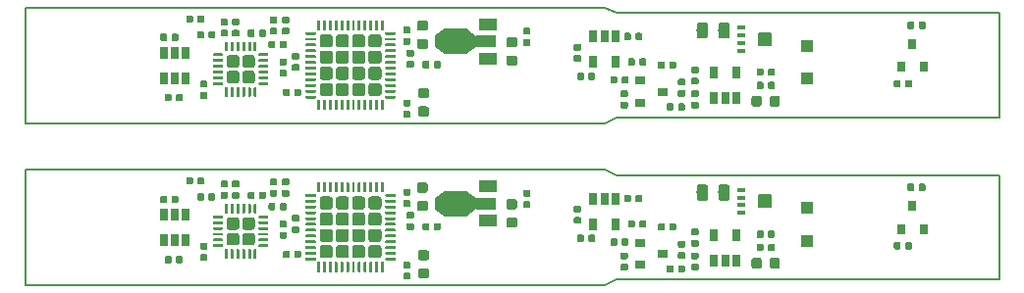
<source format=gtp>
%MOIN*%
%OFA0B0*%
%FSLAX46Y46*%
%IPPOS*%
%LPD*%
%ADD10C,0.005905511811023622*%
%ADD11C,0.0039370078740157488*%
%ADD12C,0.023228346456692913*%
%ADD13R,0.043307086614173235X0.043307086614173235*%
%ADD14R,0.025590551181102365X0.041732283464566935*%
%ADD15C,0.038385826771653545*%
%ADD16C,0.00984251968503937*%
%ADD17C,0.042913385826771656*%
%ADD18R,0.027559055118110236X0.016535433070866142*%
%ADD19C,0.034448818897637797*%
%ADD20C,0.044488188976377949*%
%ADD21R,0.035433070866141732X0.031496062992125991*%
%ADD22C,0.03937007874015748*%
%ADD23R,0.072440944881889777X0.086614173228346469*%
%ADD24R,0.059055118110236227X0.03937007874015748*%
%ADD25R,0.070866141732283464X0.03937007874015748*%
%ADD26C,0.033464566929133861*%
%ADD27R,0.031496062992125991X0.035433070866141732*%
%ADD38C,0.005905511811023622*%
%ADD39C,0.0039370078740157488*%
%ADD40C,0.023228346456692913*%
%ADD41R,0.043307086614173235X0.043307086614173235*%
%ADD42R,0.025590551181102365X0.041732283464566935*%
%ADD43C,0.038385826771653545*%
%ADD44C,0.00984251968503937*%
%ADD45C,0.042913385826771656*%
%ADD46R,0.027559055118110236X0.016535433070866142*%
%ADD47C,0.034448818897637797*%
%ADD48C,0.044488188976377949*%
%ADD49R,0.035433070866141732X0.031496062992125991*%
%ADD50C,0.03937007874015748*%
%ADD51R,0.072440944881889777X0.086614173228346469*%
%ADD52R,0.059055118110236227X0.03937007874015748*%
%ADD53R,0.070866141732283464X0.03937007874015748*%
%ADD54C,0.033464566929133861*%
%ADD55R,0.031496062992125991X0.035433070866141732*%
D10*
X0002007874Y0001279527D02*
X0003307086Y0001279527D01*
X0001968503Y0001299212D02*
X0002007874Y0001279527D01*
X0001968503Y0000905511D02*
X0002007874Y0000925196D01*
X0002007874Y0000925196D02*
X0003307086Y0000925196D01*
X0000000000Y0001299212D02*
X0000000000Y0000905511D01*
X0001968503Y0000905511D02*
X0000000000Y0000905511D01*
X0003307086Y0001279527D02*
X0003307086Y0000925196D01*
X0000000000Y0001299212D02*
X0001968503Y0001299212D01*
G36*
X0002490157Y0001210629D02*
G01*
X0002529527Y0001210629D01*
X0002529527Y0001171259D01*
X0002490157Y0001171259D01*
X0002490157Y0001210629D01*
G37*
X0002490157Y0001210629D02*
X0002529527Y0001210629D01*
X0002529527Y0001171259D01*
X0002490157Y0001171259D01*
X0002490157Y0001210629D01*
D11*
G36*
X0000491218Y0001004696D02*
G01*
X0000491782Y0001004612D01*
X0000492335Y0001004474D01*
X0000492871Y0001004282D01*
X0000493387Y0001004038D01*
X0000493875Y0001003745D01*
X0000494333Y0001003406D01*
X0000494755Y0001003023D01*
X0000495138Y0001002601D01*
X0000495478Y0001002143D01*
X0000495770Y0001001654D01*
X0000496014Y0001001139D01*
X0000496206Y0001000603D01*
X0000496345Y0001000050D01*
X0000496428Y0000999486D01*
X0000496456Y0000998917D01*
X0000496456Y0000985334D01*
X0000496428Y0000984765D01*
X0000496345Y0000984201D01*
X0000496206Y0000983648D01*
X0000496014Y0000983112D01*
X0000495770Y0000982597D01*
X0000495478Y0000982108D01*
X0000495138Y0000981650D01*
X0000494755Y0000981228D01*
X0000494333Y0000980845D01*
X0000493875Y0000980506D01*
X0000493387Y0000980213D01*
X0000492871Y0000979969D01*
X0000492335Y0000979777D01*
X0000491782Y0000979639D01*
X0000491218Y0000979555D01*
X0000490649Y0000979527D01*
X0000479035Y0000979527D01*
X0000478466Y0000979555D01*
X0000477902Y0000979639D01*
X0000477349Y0000979777D01*
X0000476813Y0000979969D01*
X0000476297Y0000980213D01*
X0000475809Y0000980506D01*
X0000475351Y0000980845D01*
X0000474929Y0000981228D01*
X0000474546Y0000981650D01*
X0000474207Y0000982108D01*
X0000473914Y0000982597D01*
X0000473670Y0000983112D01*
X0000473478Y0000983648D01*
X0000473339Y0000984201D01*
X0000473256Y0000984765D01*
X0000473228Y0000985334D01*
X0000473228Y0000998917D01*
X0000473256Y0000999486D01*
X0000473339Y0001000050D01*
X0000473478Y0001000603D01*
X0000473670Y0001001139D01*
X0000473914Y0001001654D01*
X0000474207Y0001002143D01*
X0000474546Y0001002601D01*
X0000474929Y0001003023D01*
X0000475351Y0001003406D01*
X0000475809Y0001003745D01*
X0000476297Y0001004038D01*
X0000476813Y0001004282D01*
X0000477349Y0001004474D01*
X0000477902Y0001004612D01*
X0000478466Y0001004696D01*
X0000479035Y0001004724D01*
X0000490649Y0001004724D01*
X0000491218Y0001004696D01*
X0000491218Y0001004696D01*
G37*
D12*
X0000484842Y0000992125D03*
D11*
G36*
X0000529407Y0001004696D02*
G01*
X0000529971Y0001004612D01*
X0000530524Y0001004474D01*
X0000531060Y0001004282D01*
X0000531576Y0001004038D01*
X0000532064Y0001003745D01*
X0000532522Y0001003406D01*
X0000532944Y0001003023D01*
X0000533327Y0001002601D01*
X0000533667Y0001002143D01*
X0000533959Y0001001654D01*
X0000534203Y0001001139D01*
X0000534395Y0001000603D01*
X0000534534Y0001000050D01*
X0000534617Y0000999486D01*
X0000534645Y0000998917D01*
X0000534645Y0000985334D01*
X0000534617Y0000984765D01*
X0000534534Y0000984201D01*
X0000534395Y0000983648D01*
X0000534203Y0000983112D01*
X0000533959Y0000982597D01*
X0000533667Y0000982108D01*
X0000533327Y0000981650D01*
X0000532944Y0000981228D01*
X0000532522Y0000980845D01*
X0000532064Y0000980506D01*
X0000531576Y0000980213D01*
X0000531060Y0000979969D01*
X0000530524Y0000979777D01*
X0000529971Y0000979639D01*
X0000529407Y0000979555D01*
X0000528838Y0000979527D01*
X0000517224Y0000979527D01*
X0000516655Y0000979555D01*
X0000516091Y0000979639D01*
X0000515538Y0000979777D01*
X0000515002Y0000979969D01*
X0000514486Y0000980213D01*
X0000513998Y0000980506D01*
X0000513540Y0000980845D01*
X0000513118Y0000981228D01*
X0000512735Y0000981650D01*
X0000512395Y0000982108D01*
X0000512103Y0000982597D01*
X0000511859Y0000983112D01*
X0000511667Y0000983648D01*
X0000511528Y0000984201D01*
X0000511445Y0000984765D01*
X0000511417Y0000985334D01*
X0000511417Y0000998917D01*
X0000511445Y0000999486D01*
X0000511528Y0001000050D01*
X0000511667Y0001000603D01*
X0000511859Y0001001139D01*
X0000512103Y0001001654D01*
X0000512395Y0001002143D01*
X0000512735Y0001002601D01*
X0000513118Y0001003023D01*
X0000513540Y0001003406D01*
X0000513998Y0001003745D01*
X0000514486Y0001004038D01*
X0000515002Y0001004282D01*
X0000515538Y0001004474D01*
X0000516091Y0001004612D01*
X0000516655Y0001004696D01*
X0000517224Y0001004724D01*
X0000528838Y0001004724D01*
X0000529407Y0001004696D01*
X0000529407Y0001004696D01*
G37*
D12*
X0000523031Y0000992125D03*
D13*
X0002653543Y0001057086D03*
X0002653543Y0001167322D03*
D14*
X0002003937Y0001113385D03*
X0001929133Y0001113385D03*
X0001929133Y0001200000D03*
X0001966535Y0001200000D03*
X0002003937Y0001200000D03*
D11*
G36*
X0002382977Y0001247985D02*
G01*
X0002383909Y0001247847D01*
X0002384823Y0001247618D01*
X0002385709Y0001247300D01*
X0002386561Y0001246898D01*
X0002387368Y0001246414D01*
X0002388125Y0001245853D01*
X0002388823Y0001245220D01*
X0002389455Y0001244522D01*
X0002390016Y0001243766D01*
X0002390500Y0001242958D01*
X0002390903Y0001242107D01*
X0002391220Y0001241220D01*
X0002391449Y0001240307D01*
X0002391587Y0001239375D01*
X0002391633Y0001238435D01*
X0002391633Y0001202509D01*
X0002391587Y0001201569D01*
X0002391449Y0001200637D01*
X0002391220Y0001199724D01*
X0002390903Y0001198837D01*
X0002390500Y0001197986D01*
X0002390016Y0001197178D01*
X0002389455Y0001196421D01*
X0002388823Y0001195724D01*
X0002388125Y0001195091D01*
X0002387368Y0001194530D01*
X0002386561Y0001194046D01*
X0002385709Y0001193643D01*
X0002384823Y0001193326D01*
X0002383909Y0001193097D01*
X0002382977Y0001192959D01*
X0002382037Y0001192913D01*
X0002362844Y0001192913D01*
X0002361903Y0001192959D01*
X0002360972Y0001193097D01*
X0002360058Y0001193326D01*
X0002359172Y0001193643D01*
X0002358320Y0001194046D01*
X0002357512Y0001194530D01*
X0002356756Y0001195091D01*
X0002356058Y0001195724D01*
X0002355426Y0001196421D01*
X0002354865Y0001197178D01*
X0002354381Y0001197986D01*
X0002353978Y0001198837D01*
X0002353661Y0001199724D01*
X0002353432Y0001200637D01*
X0002353294Y0001201569D01*
X0002353248Y0001202509D01*
X0002353248Y0001238435D01*
X0002353294Y0001239375D01*
X0002353432Y0001240307D01*
X0002353661Y0001241220D01*
X0002353978Y0001242107D01*
X0002354381Y0001242958D01*
X0002354865Y0001243766D01*
X0002355426Y0001244522D01*
X0002356058Y0001245220D01*
X0002356756Y0001245853D01*
X0002357512Y0001246414D01*
X0002358320Y0001246898D01*
X0002359172Y0001247300D01*
X0002360058Y0001247618D01*
X0002360972Y0001247847D01*
X0002361903Y0001247985D01*
X0002362844Y0001248031D01*
X0002382037Y0001248031D01*
X0002382977Y0001247985D01*
X0002382977Y0001247985D01*
G37*
D15*
X0002372440Y0001220472D03*
D11*
G36*
X0002309159Y0001247985D02*
G01*
X0002310090Y0001247847D01*
X0002311004Y0001247618D01*
X0002311890Y0001247300D01*
X0002312742Y0001246898D01*
X0002313550Y0001246414D01*
X0002314306Y0001245853D01*
X0002315004Y0001245220D01*
X0002315636Y0001244522D01*
X0002316197Y0001243766D01*
X0002316681Y0001242958D01*
X0002317084Y0001242107D01*
X0002317401Y0001241220D01*
X0002317630Y0001240307D01*
X0002317768Y0001239375D01*
X0002317814Y0001238435D01*
X0002317814Y0001202509D01*
X0002317768Y0001201569D01*
X0002317630Y0001200637D01*
X0002317401Y0001199724D01*
X0002317084Y0001198837D01*
X0002316681Y0001197986D01*
X0002316197Y0001197178D01*
X0002315636Y0001196421D01*
X0002315004Y0001195724D01*
X0002314306Y0001195091D01*
X0002313550Y0001194530D01*
X0002312742Y0001194046D01*
X0002311890Y0001193643D01*
X0002311004Y0001193326D01*
X0002310090Y0001193097D01*
X0002309159Y0001192959D01*
X0002308218Y0001192913D01*
X0002289025Y0001192913D01*
X0002288084Y0001192959D01*
X0002287153Y0001193097D01*
X0002286239Y0001193326D01*
X0002285353Y0001193643D01*
X0002284501Y0001194046D01*
X0002283694Y0001194530D01*
X0002282937Y0001195091D01*
X0002282239Y0001195724D01*
X0002281607Y0001196421D01*
X0002281046Y0001197178D01*
X0002280562Y0001197986D01*
X0002280159Y0001198837D01*
X0002279842Y0001199724D01*
X0002279613Y0001200637D01*
X0002279475Y0001201569D01*
X0002279429Y0001202509D01*
X0002279429Y0001238435D01*
X0002279475Y0001239375D01*
X0002279613Y0001240307D01*
X0002279842Y0001241220D01*
X0002280159Y0001242107D01*
X0002280562Y0001242958D01*
X0002281046Y0001243766D01*
X0002281607Y0001244522D01*
X0002282239Y0001245220D01*
X0002282937Y0001245853D01*
X0002283694Y0001246414D01*
X0002284501Y0001246898D01*
X0002285353Y0001247300D01*
X0002286239Y0001247618D01*
X0002287153Y0001247847D01*
X0002288084Y0001247985D01*
X0002289025Y0001248031D01*
X0002308218Y0001248031D01*
X0002309159Y0001247985D01*
X0002309159Y0001247985D01*
G37*
D15*
X0002298622Y0001220472D03*
D11*
G36*
X0002102636Y0001125956D02*
G01*
X0002103199Y0001125872D01*
X0002103752Y0001125734D01*
X0002104289Y0001125542D01*
X0002104804Y0001125298D01*
X0002105293Y0001125005D01*
X0002105750Y0001124666D01*
X0002106173Y0001124283D01*
X0002106555Y0001123861D01*
X0002106895Y0001123403D01*
X0002107188Y0001122914D01*
X0002107431Y0001122399D01*
X0002107623Y0001121862D01*
X0002107762Y0001121310D01*
X0002107846Y0001120746D01*
X0002107873Y0001120177D01*
X0002107873Y0001106594D01*
X0002107846Y0001106025D01*
X0002107762Y0001105461D01*
X0002107623Y0001104908D01*
X0002107431Y0001104372D01*
X0002107188Y0001103857D01*
X0002106895Y0001103368D01*
X0002106555Y0001102910D01*
X0002106173Y0001102488D01*
X0002105750Y0001102105D01*
X0002105293Y0001101766D01*
X0002104804Y0001101473D01*
X0002104289Y0001101229D01*
X0002103752Y0001101037D01*
X0002103199Y0001100898D01*
X0002102636Y0001100815D01*
X0002102066Y0001100787D01*
X0002090452Y0001100787D01*
X0002089883Y0001100815D01*
X0002089319Y0001100898D01*
X0002088767Y0001101037D01*
X0002088230Y0001101229D01*
X0002087715Y0001101473D01*
X0002087226Y0001101766D01*
X0002086768Y0001102105D01*
X0002086346Y0001102488D01*
X0002085963Y0001102910D01*
X0002085624Y0001103368D01*
X0002085331Y0001103857D01*
X0002085087Y0001104372D01*
X0002084895Y0001104908D01*
X0002084757Y0001105461D01*
X0002084673Y0001106025D01*
X0002084645Y0001106594D01*
X0002084645Y0001120177D01*
X0002084673Y0001120746D01*
X0002084757Y0001121310D01*
X0002084895Y0001121862D01*
X0002085087Y0001122399D01*
X0002085331Y0001122914D01*
X0002085624Y0001123403D01*
X0002085963Y0001123861D01*
X0002086346Y0001124283D01*
X0002086768Y0001124666D01*
X0002087226Y0001125005D01*
X0002087715Y0001125298D01*
X0002088230Y0001125542D01*
X0002088767Y0001125734D01*
X0002089319Y0001125872D01*
X0002089883Y0001125956D01*
X0002090452Y0001125984D01*
X0002102066Y0001125984D01*
X0002102636Y0001125956D01*
X0002102636Y0001125956D01*
G37*
D12*
X0002096259Y0001113385D03*
D11*
G36*
X0002064447Y0001125956D02*
G01*
X0002065010Y0001125872D01*
X0002065563Y0001125734D01*
X0002066100Y0001125542D01*
X0002066615Y0001125298D01*
X0002067104Y0001125005D01*
X0002067561Y0001124666D01*
X0002067984Y0001124283D01*
X0002068366Y0001123861D01*
X0002068706Y0001123403D01*
X0002068999Y0001122914D01*
X0002069242Y0001122399D01*
X0002069435Y0001121862D01*
X0002069573Y0001121310D01*
X0002069657Y0001120746D01*
X0002069685Y0001120177D01*
X0002069685Y0001106594D01*
X0002069657Y0001106025D01*
X0002069573Y0001105461D01*
X0002069435Y0001104908D01*
X0002069242Y0001104372D01*
X0002068999Y0001103857D01*
X0002068706Y0001103368D01*
X0002068366Y0001102910D01*
X0002067984Y0001102488D01*
X0002067561Y0001102105D01*
X0002067104Y0001101766D01*
X0002066615Y0001101473D01*
X0002066100Y0001101229D01*
X0002065563Y0001101037D01*
X0002065010Y0001100898D01*
X0002064447Y0001100815D01*
X0002063877Y0001100787D01*
X0002052263Y0001100787D01*
X0002051694Y0001100815D01*
X0002051130Y0001100898D01*
X0002050578Y0001101037D01*
X0002050041Y0001101229D01*
X0002049526Y0001101473D01*
X0002049037Y0001101766D01*
X0002048579Y0001102105D01*
X0002048157Y0001102488D01*
X0002047774Y0001102910D01*
X0002047435Y0001103368D01*
X0002047142Y0001103857D01*
X0002046898Y0001104372D01*
X0002046706Y0001104908D01*
X0002046568Y0001105461D01*
X0002046484Y0001106025D01*
X0002046456Y0001106594D01*
X0002046456Y0001120177D01*
X0002046484Y0001120746D01*
X0002046568Y0001121310D01*
X0002046706Y0001121862D01*
X0002046898Y0001122399D01*
X0002047142Y0001122914D01*
X0002047435Y0001123403D01*
X0002047774Y0001123861D01*
X0002048157Y0001124283D01*
X0002048579Y0001124666D01*
X0002049037Y0001125005D01*
X0002049526Y0001125298D01*
X0002050041Y0001125542D01*
X0002050578Y0001125734D01*
X0002051130Y0001125872D01*
X0002051694Y0001125956D01*
X0002052263Y0001125984D01*
X0002063877Y0001125984D01*
X0002064447Y0001125956D01*
X0002064447Y0001125956D01*
G37*
D12*
X0002058070Y0001113385D03*
D11*
G36*
X0002051258Y0001212570D02*
G01*
X0002051821Y0001212486D01*
X0002052374Y0001212348D01*
X0002052911Y0001212156D01*
X0002053426Y0001211912D01*
X0002053915Y0001211619D01*
X0002054372Y0001211280D01*
X0002054795Y0001210897D01*
X0002055177Y0001210475D01*
X0002055517Y0001210017D01*
X0002055810Y0001209528D01*
X0002056054Y0001209013D01*
X0002056245Y0001208477D01*
X0002056384Y0001207924D01*
X0002056468Y0001207360D01*
X0002056496Y0001206791D01*
X0002056496Y0001193208D01*
X0002056468Y0001192639D01*
X0002056384Y0001192075D01*
X0002056245Y0001191522D01*
X0002056054Y0001190986D01*
X0002055810Y0001190471D01*
X0002055517Y0001189982D01*
X0002055177Y0001189524D01*
X0002054795Y0001189102D01*
X0002054372Y0001188719D01*
X0002053915Y0001188380D01*
X0002053426Y0001188087D01*
X0002052911Y0001187843D01*
X0002052374Y0001187651D01*
X0002051821Y0001187513D01*
X0002051258Y0001187429D01*
X0002050688Y0001187401D01*
X0002039074Y0001187401D01*
X0002038505Y0001187429D01*
X0002037941Y0001187513D01*
X0002037389Y0001187651D01*
X0002036852Y0001187843D01*
X0002036337Y0001188087D01*
X0002035848Y0001188380D01*
X0002035390Y0001188719D01*
X0002034968Y0001189102D01*
X0002034585Y0001189524D01*
X0002034246Y0001189982D01*
X0002033953Y0001190471D01*
X0002033709Y0001190986D01*
X0002033517Y0001191522D01*
X0002033379Y0001192075D01*
X0002033295Y0001192639D01*
X0002033267Y0001193208D01*
X0002033267Y0001206791D01*
X0002033295Y0001207360D01*
X0002033379Y0001207924D01*
X0002033517Y0001208477D01*
X0002033709Y0001209013D01*
X0002033953Y0001209528D01*
X0002034246Y0001210017D01*
X0002034585Y0001210475D01*
X0002034968Y0001210897D01*
X0002035390Y0001211280D01*
X0002035848Y0001211619D01*
X0002036337Y0001211912D01*
X0002036852Y0001212156D01*
X0002037389Y0001212348D01*
X0002037941Y0001212486D01*
X0002038505Y0001212570D01*
X0002039074Y0001212598D01*
X0002050688Y0001212598D01*
X0002051258Y0001212570D01*
X0002051258Y0001212570D01*
G37*
D12*
X0002044881Y0001200000D03*
D11*
G36*
X0002089447Y0001212570D02*
G01*
X0002090010Y0001212486D01*
X0002090563Y0001212348D01*
X0002091100Y0001212156D01*
X0002091615Y0001211912D01*
X0002092104Y0001211619D01*
X0002092561Y0001211280D01*
X0002092984Y0001210897D01*
X0002093366Y0001210475D01*
X0002093706Y0001210017D01*
X0002093999Y0001209528D01*
X0002094242Y0001209013D01*
X0002094434Y0001208477D01*
X0002094573Y0001207924D01*
X0002094657Y0001207360D01*
X0002094685Y0001206791D01*
X0002094685Y0001193208D01*
X0002094657Y0001192639D01*
X0002094573Y0001192075D01*
X0002094434Y0001191522D01*
X0002094242Y0001190986D01*
X0002093999Y0001190471D01*
X0002093706Y0001189982D01*
X0002093366Y0001189524D01*
X0002092984Y0001189102D01*
X0002092561Y0001188719D01*
X0002092104Y0001188380D01*
X0002091615Y0001188087D01*
X0002091100Y0001187843D01*
X0002090563Y0001187651D01*
X0002090010Y0001187513D01*
X0002089447Y0001187429D01*
X0002088877Y0001187401D01*
X0002077263Y0001187401D01*
X0002076694Y0001187429D01*
X0002076130Y0001187513D01*
X0002075578Y0001187651D01*
X0002075041Y0001187843D01*
X0002074526Y0001188087D01*
X0002074037Y0001188380D01*
X0002073579Y0001188719D01*
X0002073157Y0001189102D01*
X0002072774Y0001189524D01*
X0002072435Y0001189982D01*
X0002072142Y0001190471D01*
X0002071898Y0001190986D01*
X0002071706Y0001191522D01*
X0002071568Y0001192075D01*
X0002071484Y0001192639D01*
X0002071456Y0001193208D01*
X0002071456Y0001206791D01*
X0002071484Y0001207360D01*
X0002071568Y0001207924D01*
X0002071706Y0001208477D01*
X0002071898Y0001209013D01*
X0002072142Y0001209528D01*
X0002072435Y0001210017D01*
X0002072774Y0001210475D01*
X0002073157Y0001210897D01*
X0002073579Y0001211280D01*
X0002074037Y0001211619D01*
X0002074526Y0001211912D01*
X0002075041Y0001212156D01*
X0002075578Y0001212348D01*
X0002076130Y0001212486D01*
X0002076694Y0001212570D01*
X0002077263Y0001212598D01*
X0002088877Y0001212598D01*
X0002089447Y0001212570D01*
X0002089447Y0001212570D01*
G37*
D12*
X0002083070Y0001200000D03*
D11*
G36*
X0001882163Y0001175365D02*
G01*
X0001882727Y0001175282D01*
X0001883280Y0001175143D01*
X0001883816Y0001174951D01*
X0001884331Y0001174707D01*
X0001884820Y0001174415D01*
X0001885278Y0001174075D01*
X0001885700Y0001173692D01*
X0001886083Y0001173270D01*
X0001886422Y0001172812D01*
X0001886715Y0001172324D01*
X0001886959Y0001171808D01*
X0001887151Y0001171272D01*
X0001887290Y0001170719D01*
X0001887373Y0001170155D01*
X0001887401Y0001169586D01*
X0001887401Y0001157972D01*
X0001887373Y0001157403D01*
X0001887290Y0001156839D01*
X0001887151Y0001156286D01*
X0001886959Y0001155750D01*
X0001886715Y0001155234D01*
X0001886422Y0001154746D01*
X0001886083Y0001154288D01*
X0001885700Y0001153866D01*
X0001885278Y0001153483D01*
X0001884820Y0001153143D01*
X0001884331Y0001152851D01*
X0001883816Y0001152607D01*
X0001883280Y0001152415D01*
X0001882727Y0001152276D01*
X0001882163Y0001152193D01*
X0001881594Y0001152165D01*
X0001868011Y0001152165D01*
X0001867442Y0001152193D01*
X0001866878Y0001152276D01*
X0001866326Y0001152415D01*
X0001865789Y0001152607D01*
X0001865274Y0001152851D01*
X0001864785Y0001153143D01*
X0001864327Y0001153483D01*
X0001863905Y0001153866D01*
X0001863522Y0001154288D01*
X0001863183Y0001154746D01*
X0001862890Y0001155234D01*
X0001862646Y0001155750D01*
X0001862454Y0001156286D01*
X0001862316Y0001156839D01*
X0001862232Y0001157403D01*
X0001862204Y0001157972D01*
X0001862204Y0001169586D01*
X0001862232Y0001170155D01*
X0001862316Y0001170719D01*
X0001862454Y0001171272D01*
X0001862646Y0001171808D01*
X0001862890Y0001172324D01*
X0001863183Y0001172812D01*
X0001863522Y0001173270D01*
X0001863905Y0001173692D01*
X0001864327Y0001174075D01*
X0001864785Y0001174415D01*
X0001865274Y0001174707D01*
X0001865789Y0001174951D01*
X0001866326Y0001175143D01*
X0001866878Y0001175282D01*
X0001867442Y0001175365D01*
X0001868011Y0001175393D01*
X0001881594Y0001175393D01*
X0001882163Y0001175365D01*
X0001882163Y0001175365D01*
G37*
D12*
X0001874803Y0001163779D03*
D11*
G36*
X0001882163Y0001137176D02*
G01*
X0001882727Y0001137093D01*
X0001883280Y0001136954D01*
X0001883816Y0001136762D01*
X0001884331Y0001136518D01*
X0001884820Y0001136226D01*
X0001885278Y0001135886D01*
X0001885700Y0001135503D01*
X0001886083Y0001135081D01*
X0001886422Y0001134623D01*
X0001886715Y0001134135D01*
X0001886959Y0001133619D01*
X0001887151Y0001133083D01*
X0001887290Y0001132530D01*
X0001887373Y0001131966D01*
X0001887401Y0001131397D01*
X0001887401Y0001119783D01*
X0001887373Y0001119214D01*
X0001887290Y0001118650D01*
X0001887151Y0001118097D01*
X0001886959Y0001117561D01*
X0001886715Y0001117045D01*
X0001886422Y0001116557D01*
X0001886083Y0001116099D01*
X0001885700Y0001115677D01*
X0001885278Y0001115294D01*
X0001884820Y0001114955D01*
X0001884331Y0001114662D01*
X0001883816Y0001114418D01*
X0001883280Y0001114226D01*
X0001882727Y0001114087D01*
X0001882163Y0001114004D01*
X0001881594Y0001113976D01*
X0001868011Y0001113976D01*
X0001867442Y0001114004D01*
X0001866878Y0001114087D01*
X0001866326Y0001114226D01*
X0001865789Y0001114418D01*
X0001865274Y0001114662D01*
X0001864785Y0001114955D01*
X0001864327Y0001115294D01*
X0001863905Y0001115677D01*
X0001863522Y0001116099D01*
X0001863183Y0001116557D01*
X0001862890Y0001117045D01*
X0001862646Y0001117561D01*
X0001862454Y0001118097D01*
X0001862316Y0001118650D01*
X0001862232Y0001119214D01*
X0001862204Y0001119783D01*
X0001862204Y0001131397D01*
X0001862232Y0001131966D01*
X0001862316Y0001132530D01*
X0001862454Y0001133083D01*
X0001862646Y0001133619D01*
X0001862890Y0001134135D01*
X0001863183Y0001134623D01*
X0001863522Y0001135081D01*
X0001863905Y0001135503D01*
X0001864327Y0001135886D01*
X0001864785Y0001136226D01*
X0001865274Y0001136518D01*
X0001865789Y0001136762D01*
X0001866326Y0001136954D01*
X0001866878Y0001137093D01*
X0001867442Y0001137176D01*
X0001868011Y0001137204D01*
X0001881594Y0001137204D01*
X0001882163Y0001137176D01*
X0001882163Y0001137176D01*
G37*
D12*
X0001874803Y0001125590D03*
D11*
G36*
X0001929801Y0001077137D02*
G01*
X0001930365Y0001077053D01*
X0001930917Y0001076915D01*
X0001931454Y0001076723D01*
X0001931969Y0001076479D01*
X0001932458Y0001076186D01*
X0001932916Y0001075847D01*
X0001933338Y0001075464D01*
X0001933721Y0001075042D01*
X0001934060Y0001074584D01*
X0001934353Y0001074095D01*
X0001934597Y0001073580D01*
X0001934789Y0001073043D01*
X0001934927Y0001072491D01*
X0001935011Y0001071927D01*
X0001935039Y0001071358D01*
X0001935039Y0001057775D01*
X0001935011Y0001057206D01*
X0001934927Y0001056642D01*
X0001934789Y0001056089D01*
X0001934597Y0001055553D01*
X0001934353Y0001055038D01*
X0001934060Y0001054549D01*
X0001933721Y0001054091D01*
X0001933338Y0001053669D01*
X0001932916Y0001053286D01*
X0001932458Y0001052947D01*
X0001931969Y0001052654D01*
X0001931454Y0001052410D01*
X0001930917Y0001052218D01*
X0001930365Y0001052080D01*
X0001929801Y0001051996D01*
X0001929232Y0001051968D01*
X0001917618Y0001051968D01*
X0001917048Y0001051996D01*
X0001916485Y0001052080D01*
X0001915932Y0001052218D01*
X0001915395Y0001052410D01*
X0001914880Y0001052654D01*
X0001914391Y0001052947D01*
X0001913934Y0001053286D01*
X0001913511Y0001053669D01*
X0001913129Y0001054091D01*
X0001912789Y0001054549D01*
X0001912496Y0001055038D01*
X0001912253Y0001055553D01*
X0001912061Y0001056089D01*
X0001911922Y0001056642D01*
X0001911838Y0001057206D01*
X0001911811Y0001057775D01*
X0001911811Y0001071358D01*
X0001911838Y0001071927D01*
X0001911922Y0001072491D01*
X0001912061Y0001073043D01*
X0001912253Y0001073580D01*
X0001912496Y0001074095D01*
X0001912789Y0001074584D01*
X0001913129Y0001075042D01*
X0001913511Y0001075464D01*
X0001913934Y0001075847D01*
X0001914391Y0001076186D01*
X0001914880Y0001076479D01*
X0001915395Y0001076723D01*
X0001915932Y0001076915D01*
X0001916485Y0001077053D01*
X0001917048Y0001077137D01*
X0001917618Y0001077165D01*
X0001929232Y0001077165D01*
X0001929801Y0001077137D01*
X0001929801Y0001077137D01*
G37*
D12*
X0001923425Y0001064566D03*
D11*
G36*
X0001891612Y0001077137D02*
G01*
X0001892176Y0001077053D01*
X0001892729Y0001076915D01*
X0001893265Y0001076723D01*
X0001893780Y0001076479D01*
X0001894269Y0001076186D01*
X0001894727Y0001075847D01*
X0001895149Y0001075464D01*
X0001895532Y0001075042D01*
X0001895871Y0001074584D01*
X0001896164Y0001074095D01*
X0001896408Y0001073580D01*
X0001896600Y0001073043D01*
X0001896738Y0001072491D01*
X0001896822Y0001071927D01*
X0001896850Y0001071358D01*
X0001896850Y0001057775D01*
X0001896822Y0001057206D01*
X0001896738Y0001056642D01*
X0001896600Y0001056089D01*
X0001896408Y0001055553D01*
X0001896164Y0001055038D01*
X0001895871Y0001054549D01*
X0001895532Y0001054091D01*
X0001895149Y0001053669D01*
X0001894727Y0001053286D01*
X0001894269Y0001052947D01*
X0001893780Y0001052654D01*
X0001893265Y0001052410D01*
X0001892729Y0001052218D01*
X0001892176Y0001052080D01*
X0001891612Y0001051996D01*
X0001891043Y0001051968D01*
X0001879429Y0001051968D01*
X0001878859Y0001051996D01*
X0001878296Y0001052080D01*
X0001877743Y0001052218D01*
X0001877206Y0001052410D01*
X0001876691Y0001052654D01*
X0001876202Y0001052947D01*
X0001875745Y0001053286D01*
X0001875322Y0001053669D01*
X0001874940Y0001054091D01*
X0001874600Y0001054549D01*
X0001874307Y0001055038D01*
X0001874064Y0001055553D01*
X0001873872Y0001056089D01*
X0001873733Y0001056642D01*
X0001873650Y0001057206D01*
X0001873622Y0001057775D01*
X0001873622Y0001071358D01*
X0001873650Y0001071927D01*
X0001873733Y0001072491D01*
X0001873872Y0001073043D01*
X0001874064Y0001073580D01*
X0001874307Y0001074095D01*
X0001874600Y0001074584D01*
X0001874940Y0001075042D01*
X0001875322Y0001075464D01*
X0001875745Y0001075847D01*
X0001876202Y0001076186D01*
X0001876691Y0001076479D01*
X0001877206Y0001076723D01*
X0001877743Y0001076915D01*
X0001878296Y0001077053D01*
X0001878859Y0001077137D01*
X0001879429Y0001077165D01*
X0001891043Y0001077165D01*
X0001891612Y0001077137D01*
X0001891612Y0001077137D01*
G37*
D12*
X0001885236Y0001064566D03*
D11*
G36*
X0000925077Y0001144460D02*
G01*
X0000925640Y0001144376D01*
X0000926193Y0001144238D01*
X0000926730Y0001144046D01*
X0000927245Y0001143802D01*
X0000927734Y0001143509D01*
X0000928191Y0001143170D01*
X0000928614Y0001142787D01*
X0000928996Y0001142365D01*
X0000929336Y0001141907D01*
X0000929629Y0001141418D01*
X0000929872Y0001140903D01*
X0000930064Y0001140366D01*
X0000930203Y0001139813D01*
X0000930286Y0001139250D01*
X0000930314Y0001138681D01*
X0000930314Y0001127066D01*
X0000930286Y0001126497D01*
X0000930203Y0001125934D01*
X0000930064Y0001125381D01*
X0000929872Y0001124844D01*
X0000929629Y0001124329D01*
X0000929336Y0001123840D01*
X0000928996Y0001123382D01*
X0000928614Y0001122960D01*
X0000928191Y0001122577D01*
X0000927734Y0001122238D01*
X0000927245Y0001121945D01*
X0000926730Y0001121701D01*
X0000926193Y0001121509D01*
X0000925640Y0001121371D01*
X0000925077Y0001121287D01*
X0000924507Y0001121259D01*
X0000910925Y0001121259D01*
X0000910355Y0001121287D01*
X0000909792Y0001121371D01*
X0000909239Y0001121509D01*
X0000908702Y0001121701D01*
X0000908187Y0001121945D01*
X0000907698Y0001122238D01*
X0000907241Y0001122577D01*
X0000906818Y0001122960D01*
X0000906436Y0001123382D01*
X0000906096Y0001123840D01*
X0000905803Y0001124329D01*
X0000905560Y0001124844D01*
X0000905368Y0001125381D01*
X0000905229Y0001125934D01*
X0000905146Y0001126497D01*
X0000905118Y0001127066D01*
X0000905118Y0001138681D01*
X0000905146Y0001139250D01*
X0000905229Y0001139813D01*
X0000905368Y0001140366D01*
X0000905560Y0001140903D01*
X0000905803Y0001141418D01*
X0000906096Y0001141907D01*
X0000906436Y0001142365D01*
X0000906818Y0001142787D01*
X0000907241Y0001143170D01*
X0000907698Y0001143509D01*
X0000908187Y0001143802D01*
X0000908702Y0001144046D01*
X0000909239Y0001144238D01*
X0000909792Y0001144376D01*
X0000910355Y0001144460D01*
X0000910925Y0001144488D01*
X0000924507Y0001144488D01*
X0000925077Y0001144460D01*
X0000925077Y0001144460D01*
G37*
D12*
X0000917716Y0001132874D03*
D11*
G36*
X0000925077Y0001106271D02*
G01*
X0000925640Y0001106187D01*
X0000926193Y0001106049D01*
X0000926730Y0001105857D01*
X0000927245Y0001105613D01*
X0000927734Y0001105320D01*
X0000928191Y0001104981D01*
X0000928614Y0001104598D01*
X0000928996Y0001104176D01*
X0000929336Y0001103718D01*
X0000929629Y0001103229D01*
X0000929872Y0001102714D01*
X0000930064Y0001102177D01*
X0000930203Y0001101625D01*
X0000930286Y0001101061D01*
X0000930314Y0001100492D01*
X0000930314Y0001088877D01*
X0000930286Y0001088308D01*
X0000930203Y0001087745D01*
X0000930064Y0001087192D01*
X0000929872Y0001086655D01*
X0000929629Y0001086140D01*
X0000929336Y0001085651D01*
X0000928996Y0001085193D01*
X0000928614Y0001084771D01*
X0000928191Y0001084389D01*
X0000927734Y0001084049D01*
X0000927245Y0001083756D01*
X0000926730Y0001083512D01*
X0000926193Y0001083320D01*
X0000925640Y0001083182D01*
X0000925077Y0001083098D01*
X0000924507Y0001083070D01*
X0000910925Y0001083070D01*
X0000910355Y0001083098D01*
X0000909792Y0001083182D01*
X0000909239Y0001083320D01*
X0000908702Y0001083512D01*
X0000908187Y0001083756D01*
X0000907698Y0001084049D01*
X0000907241Y0001084389D01*
X0000906818Y0001084771D01*
X0000906436Y0001085193D01*
X0000906096Y0001085651D01*
X0000905803Y0001086140D01*
X0000905560Y0001086655D01*
X0000905368Y0001087192D01*
X0000905229Y0001087745D01*
X0000905146Y0001088308D01*
X0000905118Y0001088877D01*
X0000905118Y0001100492D01*
X0000905146Y0001101061D01*
X0000905229Y0001101625D01*
X0000905368Y0001102177D01*
X0000905560Y0001102714D01*
X0000905803Y0001103229D01*
X0000906096Y0001103718D01*
X0000906436Y0001104176D01*
X0000906818Y0001104598D01*
X0000907241Y0001104981D01*
X0000907698Y0001105320D01*
X0000908187Y0001105613D01*
X0000908702Y0001105857D01*
X0000909239Y0001106049D01*
X0000909792Y0001106187D01*
X0000910355Y0001106271D01*
X0000910925Y0001106299D01*
X0000924507Y0001106299D01*
X0000925077Y0001106271D01*
X0000925077Y0001106271D01*
G37*
D12*
X0000917716Y0001094685D03*
D11*
G36*
X0001404801Y0001116901D02*
G01*
X0001405365Y0001116817D01*
X0001405917Y0001116679D01*
X0001406454Y0001116487D01*
X0001406969Y0001116243D01*
X0001407458Y0001115950D01*
X0001407916Y0001115610D01*
X0001408338Y0001115228D01*
X0001408721Y0001114806D01*
X0001409060Y0001114348D01*
X0001409353Y0001113859D01*
X0001409597Y0001113344D01*
X0001409789Y0001112807D01*
X0001409927Y0001112254D01*
X0001410011Y0001111691D01*
X0001410039Y0001111122D01*
X0001410039Y0001097539D01*
X0001410011Y0001096970D01*
X0001409927Y0001096406D01*
X0001409789Y0001095853D01*
X0001409597Y0001095317D01*
X0001409353Y0001094801D01*
X0001409060Y0001094313D01*
X0001408721Y0001093855D01*
X0001408338Y0001093433D01*
X0001407916Y0001093050D01*
X0001407458Y0001092710D01*
X0001406969Y0001092417D01*
X0001406454Y0001092174D01*
X0001405917Y0001091982D01*
X0001405365Y0001091843D01*
X0001404801Y0001091760D01*
X0001404232Y0001091732D01*
X0001392618Y0001091732D01*
X0001392048Y0001091760D01*
X0001391485Y0001091843D01*
X0001390932Y0001091982D01*
X0001390395Y0001092174D01*
X0001389880Y0001092417D01*
X0001389391Y0001092710D01*
X0001388934Y0001093050D01*
X0001388511Y0001093433D01*
X0001388129Y0001093855D01*
X0001387789Y0001094313D01*
X0001387496Y0001094801D01*
X0001387253Y0001095317D01*
X0001387061Y0001095853D01*
X0001386922Y0001096406D01*
X0001386838Y0001096970D01*
X0001386810Y0001097539D01*
X0001386810Y0001111122D01*
X0001386838Y0001111691D01*
X0001386922Y0001112254D01*
X0001387061Y0001112807D01*
X0001387253Y0001113344D01*
X0001387496Y0001113859D01*
X0001387789Y0001114348D01*
X0001388129Y0001114806D01*
X0001388511Y0001115228D01*
X0001388934Y0001115610D01*
X0001389391Y0001115950D01*
X0001389880Y0001116243D01*
X0001390395Y0001116487D01*
X0001390932Y0001116679D01*
X0001391485Y0001116817D01*
X0001392048Y0001116901D01*
X0001392618Y0001116929D01*
X0001404232Y0001116929D01*
X0001404801Y0001116901D01*
X0001404801Y0001116901D01*
G37*
D12*
X0001398425Y0001104330D03*
D11*
G36*
X0001366612Y0001116901D02*
G01*
X0001367176Y0001116817D01*
X0001367729Y0001116679D01*
X0001368265Y0001116487D01*
X0001368780Y0001116243D01*
X0001369269Y0001115950D01*
X0001369727Y0001115610D01*
X0001370149Y0001115228D01*
X0001370532Y0001114806D01*
X0001370871Y0001114348D01*
X0001371164Y0001113859D01*
X0001371408Y0001113344D01*
X0001371600Y0001112807D01*
X0001371738Y0001112254D01*
X0001371822Y0001111691D01*
X0001371850Y0001111122D01*
X0001371850Y0001097539D01*
X0001371822Y0001096970D01*
X0001371738Y0001096406D01*
X0001371600Y0001095853D01*
X0001371408Y0001095317D01*
X0001371164Y0001094801D01*
X0001370871Y0001094313D01*
X0001370532Y0001093855D01*
X0001370149Y0001093433D01*
X0001369727Y0001093050D01*
X0001369269Y0001092710D01*
X0001368780Y0001092417D01*
X0001368265Y0001092174D01*
X0001367729Y0001091982D01*
X0001367176Y0001091843D01*
X0001366612Y0001091760D01*
X0001366043Y0001091732D01*
X0001354429Y0001091732D01*
X0001353859Y0001091760D01*
X0001353296Y0001091843D01*
X0001352743Y0001091982D01*
X0001352206Y0001092174D01*
X0001351691Y0001092417D01*
X0001351202Y0001092710D01*
X0001350745Y0001093050D01*
X0001350322Y0001093433D01*
X0001349940Y0001093855D01*
X0001349600Y0001094313D01*
X0001349307Y0001094801D01*
X0001349064Y0001095317D01*
X0001348872Y0001095853D01*
X0001348733Y0001096406D01*
X0001348649Y0001096970D01*
X0001348622Y0001097539D01*
X0001348622Y0001111122D01*
X0001348649Y0001111691D01*
X0001348733Y0001112254D01*
X0001348872Y0001112807D01*
X0001349064Y0001113344D01*
X0001349307Y0001113859D01*
X0001349600Y0001114348D01*
X0001349940Y0001114806D01*
X0001350322Y0001115228D01*
X0001350745Y0001115610D01*
X0001351202Y0001115950D01*
X0001351691Y0001116243D01*
X0001352206Y0001116487D01*
X0001352743Y0001116679D01*
X0001353296Y0001116817D01*
X0001353859Y0001116901D01*
X0001354429Y0001116929D01*
X0001366043Y0001116929D01*
X0001366612Y0001116901D01*
X0001366612Y0001116901D01*
G37*
D12*
X0001360236Y0001104330D03*
D11*
G36*
X0000684985Y0001182074D02*
G01*
X0000685224Y0001182039D01*
X0000685458Y0001181980D01*
X0000685685Y0001181899D01*
X0000685903Y0001181796D01*
X0000686111Y0001181671D01*
X0000686305Y0001181528D01*
X0000686484Y0001181365D01*
X0000686646Y0001181187D01*
X0000686790Y0001180993D01*
X0000686914Y0001180785D01*
X0000687017Y0001180567D01*
X0000687098Y0001180340D01*
X0000687157Y0001180106D01*
X0000687192Y0001179867D01*
X0000687204Y0001179625D01*
X0000687204Y0001152066D01*
X0000687192Y0001151825D01*
X0000687157Y0001151586D01*
X0000687098Y0001151352D01*
X0000687017Y0001151125D01*
X0000686914Y0001150906D01*
X0000686790Y0001150699D01*
X0000686646Y0001150505D01*
X0000686484Y0001150327D01*
X0000686305Y0001150164D01*
X0000686111Y0001150020D01*
X0000685903Y0001149896D01*
X0000685685Y0001149793D01*
X0000685458Y0001149712D01*
X0000685224Y0001149653D01*
X0000684985Y0001149618D01*
X0000684744Y0001149606D01*
X0000679822Y0001149606D01*
X0000679581Y0001149618D01*
X0000679342Y0001149653D01*
X0000679108Y0001149712D01*
X0000678881Y0001149793D01*
X0000678662Y0001149896D01*
X0000678455Y0001150020D01*
X0000678261Y0001150164D01*
X0000678082Y0001150327D01*
X0000677920Y0001150505D01*
X0000677776Y0001150699D01*
X0000677652Y0001150906D01*
X0000677549Y0001151125D01*
X0000677468Y0001151352D01*
X0000677409Y0001151586D01*
X0000677374Y0001151825D01*
X0000677362Y0001152066D01*
X0000677362Y0001179625D01*
X0000677374Y0001179867D01*
X0000677409Y0001180106D01*
X0000677468Y0001180340D01*
X0000677549Y0001180567D01*
X0000677652Y0001180785D01*
X0000677776Y0001180993D01*
X0000677920Y0001181187D01*
X0000678082Y0001181365D01*
X0000678261Y0001181528D01*
X0000678455Y0001181671D01*
X0000678662Y0001181796D01*
X0000678881Y0001181899D01*
X0000679108Y0001181980D01*
X0000679342Y0001182039D01*
X0000679581Y0001182074D01*
X0000679822Y0001182086D01*
X0000684744Y0001182086D01*
X0000684985Y0001182074D01*
X0000684985Y0001182074D01*
G37*
D16*
X0000682283Y0001165846D03*
D11*
G36*
X0000704670Y0001182074D02*
G01*
X0000704909Y0001182039D01*
X0000705143Y0001181980D01*
X0000705370Y0001181899D01*
X0000705589Y0001181796D01*
X0000705796Y0001181671D01*
X0000705990Y0001181528D01*
X0000706169Y0001181365D01*
X0000706331Y0001181187D01*
X0000706475Y0001180993D01*
X0000706599Y0001180785D01*
X0000706702Y0001180567D01*
X0000706783Y0001180340D01*
X0000706842Y0001180106D01*
X0000706877Y0001179867D01*
X0000706889Y0001179625D01*
X0000706889Y0001152066D01*
X0000706877Y0001151825D01*
X0000706842Y0001151586D01*
X0000706783Y0001151352D01*
X0000706702Y0001151125D01*
X0000706599Y0001150906D01*
X0000706475Y0001150699D01*
X0000706331Y0001150505D01*
X0000706169Y0001150327D01*
X0000705990Y0001150164D01*
X0000705796Y0001150020D01*
X0000705589Y0001149896D01*
X0000705370Y0001149793D01*
X0000705143Y0001149712D01*
X0000704909Y0001149653D01*
X0000704670Y0001149618D01*
X0000704429Y0001149606D01*
X0000699507Y0001149606D01*
X0000699266Y0001149618D01*
X0000699027Y0001149653D01*
X0000698793Y0001149712D01*
X0000698566Y0001149793D01*
X0000698347Y0001149896D01*
X0000698140Y0001150020D01*
X0000697946Y0001150164D01*
X0000697767Y0001150327D01*
X0000697605Y0001150505D01*
X0000697461Y0001150699D01*
X0000697337Y0001150906D01*
X0000697234Y0001151125D01*
X0000697153Y0001151352D01*
X0000697094Y0001151586D01*
X0000697059Y0001151825D01*
X0000697047Y0001152066D01*
X0000697047Y0001179625D01*
X0000697059Y0001179867D01*
X0000697094Y0001180106D01*
X0000697153Y0001180340D01*
X0000697234Y0001180567D01*
X0000697337Y0001180785D01*
X0000697461Y0001180993D01*
X0000697605Y0001181187D01*
X0000697767Y0001181365D01*
X0000697946Y0001181528D01*
X0000698140Y0001181671D01*
X0000698347Y0001181796D01*
X0000698566Y0001181899D01*
X0000698793Y0001181980D01*
X0000699027Y0001182039D01*
X0000699266Y0001182074D01*
X0000699507Y0001182086D01*
X0000704429Y0001182086D01*
X0000704670Y0001182074D01*
X0000704670Y0001182074D01*
G37*
D16*
X0000701968Y0001165846D03*
D11*
G36*
X0000724355Y0001182074D02*
G01*
X0000724594Y0001182039D01*
X0000724828Y0001181980D01*
X0000725055Y0001181899D01*
X0000725274Y0001181796D01*
X0000725481Y0001181671D01*
X0000725675Y0001181528D01*
X0000725854Y0001181365D01*
X0000726016Y0001181187D01*
X0000726160Y0001180993D01*
X0000726284Y0001180785D01*
X0000726387Y0001180567D01*
X0000726468Y0001180340D01*
X0000726527Y0001180106D01*
X0000726562Y0001179867D01*
X0000726574Y0001179625D01*
X0000726574Y0001152066D01*
X0000726562Y0001151825D01*
X0000726527Y0001151586D01*
X0000726468Y0001151352D01*
X0000726387Y0001151125D01*
X0000726284Y0001150906D01*
X0000726160Y0001150699D01*
X0000726016Y0001150505D01*
X0000725854Y0001150327D01*
X0000725675Y0001150164D01*
X0000725481Y0001150020D01*
X0000725274Y0001149896D01*
X0000725055Y0001149793D01*
X0000724828Y0001149712D01*
X0000724594Y0001149653D01*
X0000724355Y0001149618D01*
X0000724114Y0001149606D01*
X0000719192Y0001149606D01*
X0000718951Y0001149618D01*
X0000718712Y0001149653D01*
X0000718478Y0001149712D01*
X0000718251Y0001149793D01*
X0000718032Y0001149896D01*
X0000717825Y0001150020D01*
X0000717631Y0001150164D01*
X0000717452Y0001150327D01*
X0000717290Y0001150505D01*
X0000717146Y0001150699D01*
X0000717022Y0001150906D01*
X0000716919Y0001151125D01*
X0000716838Y0001151352D01*
X0000716779Y0001151586D01*
X0000716744Y0001151825D01*
X0000716732Y0001152066D01*
X0000716732Y0001179625D01*
X0000716744Y0001179867D01*
X0000716779Y0001180106D01*
X0000716838Y0001180340D01*
X0000716919Y0001180567D01*
X0000717022Y0001180785D01*
X0000717146Y0001180993D01*
X0000717290Y0001181187D01*
X0000717452Y0001181365D01*
X0000717631Y0001181528D01*
X0000717825Y0001181671D01*
X0000718032Y0001181796D01*
X0000718251Y0001181899D01*
X0000718478Y0001181980D01*
X0000718712Y0001182039D01*
X0000718951Y0001182074D01*
X0000719192Y0001182086D01*
X0000724114Y0001182086D01*
X0000724355Y0001182074D01*
X0000724355Y0001182074D01*
G37*
D16*
X0000721653Y0001165846D03*
D11*
G36*
X0000744040Y0001182074D02*
G01*
X0000744279Y0001182039D01*
X0000744513Y0001181980D01*
X0000744740Y0001181899D01*
X0000744959Y0001181796D01*
X0000745166Y0001181671D01*
X0000745360Y0001181528D01*
X0000745539Y0001181365D01*
X0000745701Y0001181187D01*
X0000745845Y0001180993D01*
X0000745969Y0001180785D01*
X0000746072Y0001180567D01*
X0000746153Y0001180340D01*
X0000746212Y0001180106D01*
X0000746247Y0001179867D01*
X0000746259Y0001179625D01*
X0000746259Y0001152066D01*
X0000746247Y0001151825D01*
X0000746212Y0001151586D01*
X0000746153Y0001151352D01*
X0000746072Y0001151125D01*
X0000745969Y0001150906D01*
X0000745845Y0001150699D01*
X0000745701Y0001150505D01*
X0000745539Y0001150327D01*
X0000745360Y0001150164D01*
X0000745166Y0001150020D01*
X0000744959Y0001149896D01*
X0000744740Y0001149793D01*
X0000744513Y0001149712D01*
X0000744279Y0001149653D01*
X0000744040Y0001149618D01*
X0000743799Y0001149606D01*
X0000738877Y0001149606D01*
X0000738636Y0001149618D01*
X0000738397Y0001149653D01*
X0000738163Y0001149712D01*
X0000737936Y0001149793D01*
X0000737718Y0001149896D01*
X0000737510Y0001150020D01*
X0000737316Y0001150164D01*
X0000737137Y0001150327D01*
X0000736975Y0001150505D01*
X0000736831Y0001150699D01*
X0000736707Y0001150906D01*
X0000736604Y0001151125D01*
X0000736523Y0001151352D01*
X0000736464Y0001151586D01*
X0000736429Y0001151825D01*
X0000736417Y0001152066D01*
X0000736417Y0001179625D01*
X0000736429Y0001179867D01*
X0000736464Y0001180106D01*
X0000736523Y0001180340D01*
X0000736604Y0001180567D01*
X0000736707Y0001180785D01*
X0000736831Y0001180993D01*
X0000736975Y0001181187D01*
X0000737137Y0001181365D01*
X0000737316Y0001181528D01*
X0000737510Y0001181671D01*
X0000737718Y0001181796D01*
X0000737936Y0001181899D01*
X0000738163Y0001181980D01*
X0000738397Y0001182039D01*
X0000738636Y0001182074D01*
X0000738877Y0001182086D01*
X0000743799Y0001182086D01*
X0000744040Y0001182074D01*
X0000744040Y0001182074D01*
G37*
D16*
X0000741338Y0001165846D03*
D11*
G36*
X0000763725Y0001182074D02*
G01*
X0000763964Y0001182039D01*
X0000764198Y0001181980D01*
X0000764425Y0001181899D01*
X0000764644Y0001181796D01*
X0000764851Y0001181671D01*
X0000765045Y0001181528D01*
X0000765224Y0001181365D01*
X0000765386Y0001181187D01*
X0000765530Y0001180993D01*
X0000765654Y0001180785D01*
X0000765757Y0001180567D01*
X0000765838Y0001180340D01*
X0000765897Y0001180106D01*
X0000765933Y0001179867D01*
X0000765944Y0001179625D01*
X0000765944Y0001152066D01*
X0000765933Y0001151825D01*
X0000765897Y0001151586D01*
X0000765838Y0001151352D01*
X0000765757Y0001151125D01*
X0000765654Y0001150906D01*
X0000765530Y0001150699D01*
X0000765386Y0001150505D01*
X0000765224Y0001150327D01*
X0000765045Y0001150164D01*
X0000764851Y0001150020D01*
X0000764644Y0001149896D01*
X0000764425Y0001149793D01*
X0000764198Y0001149712D01*
X0000763964Y0001149653D01*
X0000763725Y0001149618D01*
X0000763484Y0001149606D01*
X0000758562Y0001149606D01*
X0000758321Y0001149618D01*
X0000758082Y0001149653D01*
X0000757848Y0001149712D01*
X0000757621Y0001149793D01*
X0000757403Y0001149896D01*
X0000757195Y0001150020D01*
X0000757001Y0001150164D01*
X0000756823Y0001150327D01*
X0000756660Y0001150505D01*
X0000756517Y0001150699D01*
X0000756392Y0001150906D01*
X0000756289Y0001151125D01*
X0000756208Y0001151352D01*
X0000756149Y0001151586D01*
X0000756114Y0001151825D01*
X0000756102Y0001152066D01*
X0000756102Y0001179625D01*
X0000756114Y0001179867D01*
X0000756149Y0001180106D01*
X0000756208Y0001180340D01*
X0000756289Y0001180567D01*
X0000756392Y0001180785D01*
X0000756517Y0001180993D01*
X0000756660Y0001181187D01*
X0000756823Y0001181365D01*
X0000757001Y0001181528D01*
X0000757195Y0001181671D01*
X0000757403Y0001181796D01*
X0000757621Y0001181899D01*
X0000757848Y0001181980D01*
X0000758082Y0001182039D01*
X0000758321Y0001182074D01*
X0000758562Y0001182086D01*
X0000763484Y0001182086D01*
X0000763725Y0001182074D01*
X0000763725Y0001182074D01*
G37*
D16*
X0000761023Y0001165846D03*
D11*
G36*
X0000783410Y0001182074D02*
G01*
X0000783649Y0001182039D01*
X0000783883Y0001181980D01*
X0000784110Y0001181899D01*
X0000784329Y0001181796D01*
X0000784536Y0001181671D01*
X0000784730Y0001181528D01*
X0000784909Y0001181365D01*
X0000785071Y0001181187D01*
X0000785215Y0001180993D01*
X0000785339Y0001180785D01*
X0000785442Y0001180567D01*
X0000785523Y0001180340D01*
X0000785582Y0001180106D01*
X0000785618Y0001179867D01*
X0000785629Y0001179625D01*
X0000785629Y0001152066D01*
X0000785618Y0001151825D01*
X0000785582Y0001151586D01*
X0000785523Y0001151352D01*
X0000785442Y0001151125D01*
X0000785339Y0001150906D01*
X0000785215Y0001150699D01*
X0000785071Y0001150505D01*
X0000784909Y0001150327D01*
X0000784730Y0001150164D01*
X0000784536Y0001150020D01*
X0000784329Y0001149896D01*
X0000784110Y0001149793D01*
X0000783883Y0001149712D01*
X0000783649Y0001149653D01*
X0000783410Y0001149618D01*
X0000783169Y0001149606D01*
X0000778248Y0001149606D01*
X0000778006Y0001149618D01*
X0000777767Y0001149653D01*
X0000777533Y0001149712D01*
X0000777306Y0001149793D01*
X0000777088Y0001149896D01*
X0000776880Y0001150020D01*
X0000776687Y0001150164D01*
X0000776508Y0001150327D01*
X0000776345Y0001150505D01*
X0000776202Y0001150699D01*
X0000776077Y0001150906D01*
X0000775974Y0001151125D01*
X0000775893Y0001151352D01*
X0000775834Y0001151586D01*
X0000775799Y0001151825D01*
X0000775787Y0001152066D01*
X0000775787Y0001179625D01*
X0000775799Y0001179867D01*
X0000775834Y0001180106D01*
X0000775893Y0001180340D01*
X0000775974Y0001180567D01*
X0000776077Y0001180785D01*
X0000776202Y0001180993D01*
X0000776345Y0001181187D01*
X0000776508Y0001181365D01*
X0000776687Y0001181528D01*
X0000776880Y0001181671D01*
X0000777088Y0001181796D01*
X0000777306Y0001181899D01*
X0000777533Y0001181980D01*
X0000777767Y0001182039D01*
X0000778006Y0001182074D01*
X0000778248Y0001182086D01*
X0000783169Y0001182086D01*
X0000783410Y0001182074D01*
X0000783410Y0001182074D01*
G37*
D16*
X0000780708Y0001165846D03*
D11*
G36*
X0000822780Y0001142704D02*
G01*
X0000823019Y0001142669D01*
X0000823253Y0001142610D01*
X0000823480Y0001142529D01*
X0000823699Y0001142425D01*
X0000823906Y0001142301D01*
X0000824100Y0001142157D01*
X0000824279Y0001141995D01*
X0000824441Y0001141816D01*
X0000824585Y0001141622D01*
X0000824709Y0001141415D01*
X0000824812Y0001141197D01*
X0000824894Y0001140970D01*
X0000824952Y0001140735D01*
X0000824988Y0001140497D01*
X0000825000Y0001140255D01*
X0000825000Y0001135334D01*
X0000824988Y0001135093D01*
X0000824952Y0001134854D01*
X0000824894Y0001134620D01*
X0000824812Y0001134392D01*
X0000824709Y0001134174D01*
X0000824585Y0001133967D01*
X0000824441Y0001133773D01*
X0000824279Y0001133594D01*
X0000824100Y0001133432D01*
X0000823906Y0001133288D01*
X0000823699Y0001133164D01*
X0000823480Y0001133061D01*
X0000823253Y0001132979D01*
X0000823019Y0001132921D01*
X0000822780Y0001132885D01*
X0000822539Y0001132874D01*
X0000794980Y0001132874D01*
X0000794739Y0001132885D01*
X0000794500Y0001132921D01*
X0000794266Y0001132979D01*
X0000794038Y0001133061D01*
X0000793820Y0001133164D01*
X0000793613Y0001133288D01*
X0000793419Y0001133432D01*
X0000793240Y0001133594D01*
X0000793078Y0001133773D01*
X0000792934Y0001133967D01*
X0000792810Y0001134174D01*
X0000792707Y0001134392D01*
X0000792625Y0001134620D01*
X0000792566Y0001134854D01*
X0000792531Y0001135093D01*
X0000792519Y0001135334D01*
X0000792519Y0001140255D01*
X0000792531Y0001140497D01*
X0000792566Y0001140735D01*
X0000792625Y0001140970D01*
X0000792707Y0001141197D01*
X0000792810Y0001141415D01*
X0000792934Y0001141622D01*
X0000793078Y0001141816D01*
X0000793240Y0001141995D01*
X0000793419Y0001142157D01*
X0000793613Y0001142301D01*
X0000793820Y0001142425D01*
X0000794038Y0001142529D01*
X0000794266Y0001142610D01*
X0000794500Y0001142669D01*
X0000794739Y0001142704D01*
X0000794980Y0001142716D01*
X0000822539Y0001142716D01*
X0000822780Y0001142704D01*
X0000822780Y0001142704D01*
G37*
D16*
X0000808759Y0001137795D03*
D11*
G36*
X0000822780Y0001123019D02*
G01*
X0000823019Y0001122984D01*
X0000823253Y0001122925D01*
X0000823480Y0001122844D01*
X0000823699Y0001122740D01*
X0000823906Y0001122616D01*
X0000824100Y0001122472D01*
X0000824279Y0001122310D01*
X0000824441Y0001122131D01*
X0000824585Y0001121937D01*
X0000824709Y0001121730D01*
X0000824812Y0001121512D01*
X0000824894Y0001121285D01*
X0000824952Y0001121050D01*
X0000824988Y0001120812D01*
X0000825000Y0001120570D01*
X0000825000Y0001115649D01*
X0000824988Y0001115408D01*
X0000824952Y0001115169D01*
X0000824894Y0001114935D01*
X0000824812Y0001114707D01*
X0000824709Y0001114489D01*
X0000824585Y0001114282D01*
X0000824441Y0001114088D01*
X0000824279Y0001113909D01*
X0000824100Y0001113747D01*
X0000823906Y0001113603D01*
X0000823699Y0001113479D01*
X0000823480Y0001113376D01*
X0000823253Y0001113294D01*
X0000823019Y0001113236D01*
X0000822780Y0001113200D01*
X0000822539Y0001113188D01*
X0000794980Y0001113188D01*
X0000794739Y0001113200D01*
X0000794500Y0001113236D01*
X0000794266Y0001113294D01*
X0000794038Y0001113376D01*
X0000793820Y0001113479D01*
X0000793613Y0001113603D01*
X0000793419Y0001113747D01*
X0000793240Y0001113909D01*
X0000793078Y0001114088D01*
X0000792934Y0001114282D01*
X0000792810Y0001114489D01*
X0000792707Y0001114707D01*
X0000792625Y0001114935D01*
X0000792566Y0001115169D01*
X0000792531Y0001115408D01*
X0000792519Y0001115649D01*
X0000792519Y0001120570D01*
X0000792531Y0001120812D01*
X0000792566Y0001121050D01*
X0000792625Y0001121285D01*
X0000792707Y0001121512D01*
X0000792810Y0001121730D01*
X0000792934Y0001121937D01*
X0000793078Y0001122131D01*
X0000793240Y0001122310D01*
X0000793419Y0001122472D01*
X0000793613Y0001122616D01*
X0000793820Y0001122740D01*
X0000794038Y0001122844D01*
X0000794266Y0001122925D01*
X0000794500Y0001122984D01*
X0000794739Y0001123019D01*
X0000794980Y0001123031D01*
X0000822539Y0001123031D01*
X0000822780Y0001123019D01*
X0000822780Y0001123019D01*
G37*
D16*
X0000808759Y0001118110D03*
D11*
G36*
X0000822780Y0001103334D02*
G01*
X0000823019Y0001103299D01*
X0000823253Y0001103240D01*
X0000823480Y0001103159D01*
X0000823699Y0001103055D01*
X0000823906Y0001102931D01*
X0000824100Y0001102787D01*
X0000824279Y0001102625D01*
X0000824441Y0001102446D01*
X0000824585Y0001102252D01*
X0000824709Y0001102045D01*
X0000824812Y0001101827D01*
X0000824894Y0001101600D01*
X0000824952Y0001101365D01*
X0000824988Y0001101127D01*
X0000825000Y0001100885D01*
X0000825000Y0001095964D01*
X0000824988Y0001095723D01*
X0000824952Y0001095484D01*
X0000824894Y0001095250D01*
X0000824812Y0001095022D01*
X0000824709Y0001094804D01*
X0000824585Y0001094597D01*
X0000824441Y0001094403D01*
X0000824279Y0001094224D01*
X0000824100Y0001094062D01*
X0000823906Y0001093918D01*
X0000823699Y0001093794D01*
X0000823480Y0001093691D01*
X0000823253Y0001093609D01*
X0000823019Y0001093551D01*
X0000822780Y0001093515D01*
X0000822539Y0001093503D01*
X0000794980Y0001093503D01*
X0000794739Y0001093515D01*
X0000794500Y0001093551D01*
X0000794266Y0001093609D01*
X0000794038Y0001093691D01*
X0000793820Y0001093794D01*
X0000793613Y0001093918D01*
X0000793419Y0001094062D01*
X0000793240Y0001094224D01*
X0000793078Y0001094403D01*
X0000792934Y0001094597D01*
X0000792810Y0001094804D01*
X0000792707Y0001095022D01*
X0000792625Y0001095250D01*
X0000792566Y0001095484D01*
X0000792531Y0001095723D01*
X0000792519Y0001095964D01*
X0000792519Y0001100885D01*
X0000792531Y0001101127D01*
X0000792566Y0001101365D01*
X0000792625Y0001101600D01*
X0000792707Y0001101827D01*
X0000792810Y0001102045D01*
X0000792934Y0001102252D01*
X0000793078Y0001102446D01*
X0000793240Y0001102625D01*
X0000793419Y0001102787D01*
X0000793613Y0001102931D01*
X0000793820Y0001103055D01*
X0000794038Y0001103159D01*
X0000794266Y0001103240D01*
X0000794500Y0001103299D01*
X0000794739Y0001103334D01*
X0000794980Y0001103346D01*
X0000822539Y0001103346D01*
X0000822780Y0001103334D01*
X0000822780Y0001103334D01*
G37*
D16*
X0000808759Y0001098425D03*
D11*
G36*
X0000822780Y0001083649D02*
G01*
X0000823019Y0001083614D01*
X0000823253Y0001083555D01*
X0000823480Y0001083474D01*
X0000823699Y0001083370D01*
X0000823906Y0001083246D01*
X0000824100Y0001083102D01*
X0000824279Y0001082940D01*
X0000824441Y0001082761D01*
X0000824585Y0001082567D01*
X0000824709Y0001082360D01*
X0000824812Y0001082142D01*
X0000824894Y0001081915D01*
X0000824952Y0001081680D01*
X0000824988Y0001081441D01*
X0000825000Y0001081200D01*
X0000825000Y0001076279D01*
X0000824988Y0001076038D01*
X0000824952Y0001075799D01*
X0000824894Y0001075565D01*
X0000824812Y0001075337D01*
X0000824709Y0001075119D01*
X0000824585Y0001074912D01*
X0000824441Y0001074718D01*
X0000824279Y0001074539D01*
X0000824100Y0001074377D01*
X0000823906Y0001074233D01*
X0000823699Y0001074109D01*
X0000823480Y0001074006D01*
X0000823253Y0001073924D01*
X0000823019Y0001073866D01*
X0000822780Y0001073830D01*
X0000822539Y0001073818D01*
X0000794980Y0001073818D01*
X0000794739Y0001073830D01*
X0000794500Y0001073866D01*
X0000794266Y0001073924D01*
X0000794038Y0001074006D01*
X0000793820Y0001074109D01*
X0000793613Y0001074233D01*
X0000793419Y0001074377D01*
X0000793240Y0001074539D01*
X0000793078Y0001074718D01*
X0000792934Y0001074912D01*
X0000792810Y0001075119D01*
X0000792707Y0001075337D01*
X0000792625Y0001075565D01*
X0000792566Y0001075799D01*
X0000792531Y0001076038D01*
X0000792519Y0001076279D01*
X0000792519Y0001081200D01*
X0000792531Y0001081441D01*
X0000792566Y0001081680D01*
X0000792625Y0001081915D01*
X0000792707Y0001082142D01*
X0000792810Y0001082360D01*
X0000792934Y0001082567D01*
X0000793078Y0001082761D01*
X0000793240Y0001082940D01*
X0000793419Y0001083102D01*
X0000793613Y0001083246D01*
X0000793820Y0001083370D01*
X0000794038Y0001083474D01*
X0000794266Y0001083555D01*
X0000794500Y0001083614D01*
X0000794739Y0001083649D01*
X0000794980Y0001083661D01*
X0000822539Y0001083661D01*
X0000822780Y0001083649D01*
X0000822780Y0001083649D01*
G37*
D16*
X0000808759Y0001078740D03*
D11*
G36*
X0000822780Y0001063964D02*
G01*
X0000823019Y0001063929D01*
X0000823253Y0001063870D01*
X0000823480Y0001063789D01*
X0000823699Y0001063685D01*
X0000823906Y0001063561D01*
X0000824100Y0001063417D01*
X0000824279Y0001063255D01*
X0000824441Y0001063076D01*
X0000824585Y0001062882D01*
X0000824709Y0001062675D01*
X0000824812Y0001062457D01*
X0000824894Y0001062230D01*
X0000824952Y0001061995D01*
X0000824988Y0001061756D01*
X0000825000Y0001061515D01*
X0000825000Y0001056594D01*
X0000824988Y0001056353D01*
X0000824952Y0001056114D01*
X0000824894Y0001055880D01*
X0000824812Y0001055652D01*
X0000824709Y0001055434D01*
X0000824585Y0001055227D01*
X0000824441Y0001055033D01*
X0000824279Y0001054854D01*
X0000824100Y0001054692D01*
X0000823906Y0001054548D01*
X0000823699Y0001054424D01*
X0000823480Y0001054321D01*
X0000823253Y0001054239D01*
X0000823019Y0001054181D01*
X0000822780Y0001054145D01*
X0000822539Y0001054133D01*
X0000794980Y0001054133D01*
X0000794739Y0001054145D01*
X0000794500Y0001054181D01*
X0000794266Y0001054239D01*
X0000794038Y0001054321D01*
X0000793820Y0001054424D01*
X0000793613Y0001054548D01*
X0000793419Y0001054692D01*
X0000793240Y0001054854D01*
X0000793078Y0001055033D01*
X0000792934Y0001055227D01*
X0000792810Y0001055434D01*
X0000792707Y0001055652D01*
X0000792625Y0001055880D01*
X0000792566Y0001056114D01*
X0000792531Y0001056353D01*
X0000792519Y0001056594D01*
X0000792519Y0001061515D01*
X0000792531Y0001061756D01*
X0000792566Y0001061995D01*
X0000792625Y0001062230D01*
X0000792707Y0001062457D01*
X0000792810Y0001062675D01*
X0000792934Y0001062882D01*
X0000793078Y0001063076D01*
X0000793240Y0001063255D01*
X0000793419Y0001063417D01*
X0000793613Y0001063561D01*
X0000793820Y0001063685D01*
X0000794038Y0001063789D01*
X0000794266Y0001063870D01*
X0000794500Y0001063929D01*
X0000794739Y0001063964D01*
X0000794980Y0001063976D01*
X0000822539Y0001063976D01*
X0000822780Y0001063964D01*
X0000822780Y0001063964D01*
G37*
D16*
X0000808759Y0001059055D03*
D11*
G36*
X0000822780Y0001044279D02*
G01*
X0000823019Y0001044244D01*
X0000823253Y0001044185D01*
X0000823480Y0001044103D01*
X0000823699Y0001044000D01*
X0000823906Y0001043876D01*
X0000824100Y0001043732D01*
X0000824279Y0001043570D01*
X0000824441Y0001043391D01*
X0000824585Y0001043197D01*
X0000824709Y0001042990D01*
X0000824812Y0001042772D01*
X0000824894Y0001042545D01*
X0000824952Y0001042310D01*
X0000824988Y0001042071D01*
X0000825000Y0001041830D01*
X0000825000Y0001036909D01*
X0000824988Y0001036668D01*
X0000824952Y0001036429D01*
X0000824894Y0001036195D01*
X0000824812Y0001035967D01*
X0000824709Y0001035749D01*
X0000824585Y0001035542D01*
X0000824441Y0001035348D01*
X0000824279Y0001035169D01*
X0000824100Y0001035007D01*
X0000823906Y0001034863D01*
X0000823699Y0001034739D01*
X0000823480Y0001034636D01*
X0000823253Y0001034554D01*
X0000823019Y0001034496D01*
X0000822780Y0001034460D01*
X0000822539Y0001034448D01*
X0000794980Y0001034448D01*
X0000794739Y0001034460D01*
X0000794500Y0001034496D01*
X0000794266Y0001034554D01*
X0000794038Y0001034636D01*
X0000793820Y0001034739D01*
X0000793613Y0001034863D01*
X0000793419Y0001035007D01*
X0000793240Y0001035169D01*
X0000793078Y0001035348D01*
X0000792934Y0001035542D01*
X0000792810Y0001035749D01*
X0000792707Y0001035967D01*
X0000792625Y0001036195D01*
X0000792566Y0001036429D01*
X0000792531Y0001036668D01*
X0000792519Y0001036909D01*
X0000792519Y0001041830D01*
X0000792531Y0001042071D01*
X0000792566Y0001042310D01*
X0000792625Y0001042545D01*
X0000792707Y0001042772D01*
X0000792810Y0001042990D01*
X0000792934Y0001043197D01*
X0000793078Y0001043391D01*
X0000793240Y0001043570D01*
X0000793419Y0001043732D01*
X0000793613Y0001043876D01*
X0000793820Y0001044000D01*
X0000794038Y0001044103D01*
X0000794266Y0001044185D01*
X0000794500Y0001044244D01*
X0000794739Y0001044279D01*
X0000794980Y0001044291D01*
X0000822539Y0001044291D01*
X0000822780Y0001044279D01*
X0000822780Y0001044279D01*
G37*
D16*
X0000808759Y0001039370D03*
D11*
G36*
X0000783410Y0001027547D02*
G01*
X0000783649Y0001027511D01*
X0000783883Y0001027453D01*
X0000784110Y0001027371D01*
X0000784329Y0001027268D01*
X0000784536Y0001027144D01*
X0000784730Y0001027000D01*
X0000784909Y0001026838D01*
X0000785071Y0001026659D01*
X0000785215Y0001026465D01*
X0000785339Y0001026258D01*
X0000785442Y0001026040D01*
X0000785523Y0001025812D01*
X0000785582Y0001025578D01*
X0000785618Y0001025339D01*
X0000785629Y0001025098D01*
X0000785629Y0000997539D01*
X0000785618Y0000997298D01*
X0000785582Y0000997059D01*
X0000785523Y0000996825D01*
X0000785442Y0000996597D01*
X0000785339Y0000996379D01*
X0000785215Y0000996172D01*
X0000785071Y0000995978D01*
X0000784909Y0000995799D01*
X0000784730Y0000995637D01*
X0000784536Y0000995493D01*
X0000784329Y0000995369D01*
X0000784110Y0000995266D01*
X0000783883Y0000995184D01*
X0000783649Y0000995126D01*
X0000783410Y0000995090D01*
X0000783169Y0000995078D01*
X0000778248Y0000995078D01*
X0000778006Y0000995090D01*
X0000777767Y0000995126D01*
X0000777533Y0000995184D01*
X0000777306Y0000995266D01*
X0000777088Y0000995369D01*
X0000776880Y0000995493D01*
X0000776687Y0000995637D01*
X0000776508Y0000995799D01*
X0000776345Y0000995978D01*
X0000776202Y0000996172D01*
X0000776077Y0000996379D01*
X0000775974Y0000996597D01*
X0000775893Y0000996825D01*
X0000775834Y0000997059D01*
X0000775799Y0000997298D01*
X0000775787Y0000997539D01*
X0000775787Y0001025098D01*
X0000775799Y0001025339D01*
X0000775834Y0001025578D01*
X0000775893Y0001025812D01*
X0000775974Y0001026040D01*
X0000776077Y0001026258D01*
X0000776202Y0001026465D01*
X0000776345Y0001026659D01*
X0000776508Y0001026838D01*
X0000776687Y0001027000D01*
X0000776880Y0001027144D01*
X0000777088Y0001027268D01*
X0000777306Y0001027371D01*
X0000777533Y0001027453D01*
X0000777767Y0001027511D01*
X0000778006Y0001027547D01*
X0000778248Y0001027559D01*
X0000783169Y0001027559D01*
X0000783410Y0001027547D01*
X0000783410Y0001027547D01*
G37*
D16*
X0000780708Y0001011318D03*
D11*
G36*
X0000763725Y0001027547D02*
G01*
X0000763964Y0001027511D01*
X0000764198Y0001027453D01*
X0000764425Y0001027371D01*
X0000764644Y0001027268D01*
X0000764851Y0001027144D01*
X0000765045Y0001027000D01*
X0000765224Y0001026838D01*
X0000765386Y0001026659D01*
X0000765530Y0001026465D01*
X0000765654Y0001026258D01*
X0000765757Y0001026040D01*
X0000765838Y0001025812D01*
X0000765897Y0001025578D01*
X0000765933Y0001025339D01*
X0000765944Y0001025098D01*
X0000765944Y0000997539D01*
X0000765933Y0000997298D01*
X0000765897Y0000997059D01*
X0000765838Y0000996825D01*
X0000765757Y0000996597D01*
X0000765654Y0000996379D01*
X0000765530Y0000996172D01*
X0000765386Y0000995978D01*
X0000765224Y0000995799D01*
X0000765045Y0000995637D01*
X0000764851Y0000995493D01*
X0000764644Y0000995369D01*
X0000764425Y0000995266D01*
X0000764198Y0000995184D01*
X0000763964Y0000995126D01*
X0000763725Y0000995090D01*
X0000763484Y0000995078D01*
X0000758562Y0000995078D01*
X0000758321Y0000995090D01*
X0000758082Y0000995126D01*
X0000757848Y0000995184D01*
X0000757621Y0000995266D01*
X0000757403Y0000995369D01*
X0000757195Y0000995493D01*
X0000757001Y0000995637D01*
X0000756823Y0000995799D01*
X0000756660Y0000995978D01*
X0000756517Y0000996172D01*
X0000756392Y0000996379D01*
X0000756289Y0000996597D01*
X0000756208Y0000996825D01*
X0000756149Y0000997059D01*
X0000756114Y0000997298D01*
X0000756102Y0000997539D01*
X0000756102Y0001025098D01*
X0000756114Y0001025339D01*
X0000756149Y0001025578D01*
X0000756208Y0001025812D01*
X0000756289Y0001026040D01*
X0000756392Y0001026258D01*
X0000756517Y0001026465D01*
X0000756660Y0001026659D01*
X0000756823Y0001026838D01*
X0000757001Y0001027000D01*
X0000757195Y0001027144D01*
X0000757403Y0001027268D01*
X0000757621Y0001027371D01*
X0000757848Y0001027453D01*
X0000758082Y0001027511D01*
X0000758321Y0001027547D01*
X0000758562Y0001027559D01*
X0000763484Y0001027559D01*
X0000763725Y0001027547D01*
X0000763725Y0001027547D01*
G37*
D16*
X0000761023Y0001011318D03*
D11*
G36*
X0000744040Y0001027547D02*
G01*
X0000744279Y0001027511D01*
X0000744513Y0001027453D01*
X0000744740Y0001027371D01*
X0000744959Y0001027268D01*
X0000745166Y0001027144D01*
X0000745360Y0001027000D01*
X0000745539Y0001026838D01*
X0000745701Y0001026659D01*
X0000745845Y0001026465D01*
X0000745969Y0001026258D01*
X0000746072Y0001026040D01*
X0000746153Y0001025812D01*
X0000746212Y0001025578D01*
X0000746247Y0001025339D01*
X0000746259Y0001025098D01*
X0000746259Y0000997539D01*
X0000746247Y0000997298D01*
X0000746212Y0000997059D01*
X0000746153Y0000996825D01*
X0000746072Y0000996597D01*
X0000745969Y0000996379D01*
X0000745845Y0000996172D01*
X0000745701Y0000995978D01*
X0000745539Y0000995799D01*
X0000745360Y0000995637D01*
X0000745166Y0000995493D01*
X0000744959Y0000995369D01*
X0000744740Y0000995266D01*
X0000744513Y0000995184D01*
X0000744279Y0000995126D01*
X0000744040Y0000995090D01*
X0000743799Y0000995078D01*
X0000738877Y0000995078D01*
X0000738636Y0000995090D01*
X0000738397Y0000995126D01*
X0000738163Y0000995184D01*
X0000737936Y0000995266D01*
X0000737718Y0000995369D01*
X0000737510Y0000995493D01*
X0000737316Y0000995637D01*
X0000737137Y0000995799D01*
X0000736975Y0000995978D01*
X0000736831Y0000996172D01*
X0000736707Y0000996379D01*
X0000736604Y0000996597D01*
X0000736523Y0000996825D01*
X0000736464Y0000997059D01*
X0000736429Y0000997298D01*
X0000736417Y0000997539D01*
X0000736417Y0001025098D01*
X0000736429Y0001025339D01*
X0000736464Y0001025578D01*
X0000736523Y0001025812D01*
X0000736604Y0001026040D01*
X0000736707Y0001026258D01*
X0000736831Y0001026465D01*
X0000736975Y0001026659D01*
X0000737137Y0001026838D01*
X0000737316Y0001027000D01*
X0000737510Y0001027144D01*
X0000737718Y0001027268D01*
X0000737936Y0001027371D01*
X0000738163Y0001027453D01*
X0000738397Y0001027511D01*
X0000738636Y0001027547D01*
X0000738877Y0001027559D01*
X0000743799Y0001027559D01*
X0000744040Y0001027547D01*
X0000744040Y0001027547D01*
G37*
D16*
X0000741338Y0001011318D03*
D11*
G36*
X0000724355Y0001027547D02*
G01*
X0000724594Y0001027511D01*
X0000724828Y0001027453D01*
X0000725055Y0001027371D01*
X0000725274Y0001027268D01*
X0000725481Y0001027144D01*
X0000725675Y0001027000D01*
X0000725854Y0001026838D01*
X0000726016Y0001026659D01*
X0000726160Y0001026465D01*
X0000726284Y0001026258D01*
X0000726387Y0001026040D01*
X0000726468Y0001025812D01*
X0000726527Y0001025578D01*
X0000726562Y0001025339D01*
X0000726574Y0001025098D01*
X0000726574Y0000997539D01*
X0000726562Y0000997298D01*
X0000726527Y0000997059D01*
X0000726468Y0000996825D01*
X0000726387Y0000996597D01*
X0000726284Y0000996379D01*
X0000726160Y0000996172D01*
X0000726016Y0000995978D01*
X0000725854Y0000995799D01*
X0000725675Y0000995637D01*
X0000725481Y0000995493D01*
X0000725274Y0000995369D01*
X0000725055Y0000995266D01*
X0000724828Y0000995184D01*
X0000724594Y0000995126D01*
X0000724355Y0000995090D01*
X0000724114Y0000995078D01*
X0000719192Y0000995078D01*
X0000718951Y0000995090D01*
X0000718712Y0000995126D01*
X0000718478Y0000995184D01*
X0000718251Y0000995266D01*
X0000718032Y0000995369D01*
X0000717825Y0000995493D01*
X0000717631Y0000995637D01*
X0000717452Y0000995799D01*
X0000717290Y0000995978D01*
X0000717146Y0000996172D01*
X0000717022Y0000996379D01*
X0000716919Y0000996597D01*
X0000716838Y0000996825D01*
X0000716779Y0000997059D01*
X0000716744Y0000997298D01*
X0000716732Y0000997539D01*
X0000716732Y0001025098D01*
X0000716744Y0001025339D01*
X0000716779Y0001025578D01*
X0000716838Y0001025812D01*
X0000716919Y0001026040D01*
X0000717022Y0001026258D01*
X0000717146Y0001026465D01*
X0000717290Y0001026659D01*
X0000717452Y0001026838D01*
X0000717631Y0001027000D01*
X0000717825Y0001027144D01*
X0000718032Y0001027268D01*
X0000718251Y0001027371D01*
X0000718478Y0001027453D01*
X0000718712Y0001027511D01*
X0000718951Y0001027547D01*
X0000719192Y0001027559D01*
X0000724114Y0001027559D01*
X0000724355Y0001027547D01*
X0000724355Y0001027547D01*
G37*
D16*
X0000721653Y0001011318D03*
D11*
G36*
X0000704670Y0001027547D02*
G01*
X0000704909Y0001027511D01*
X0000705143Y0001027453D01*
X0000705370Y0001027371D01*
X0000705589Y0001027268D01*
X0000705796Y0001027144D01*
X0000705990Y0001027000D01*
X0000706169Y0001026838D01*
X0000706331Y0001026659D01*
X0000706475Y0001026465D01*
X0000706599Y0001026258D01*
X0000706702Y0001026040D01*
X0000706783Y0001025812D01*
X0000706842Y0001025578D01*
X0000706877Y0001025339D01*
X0000706889Y0001025098D01*
X0000706889Y0000997539D01*
X0000706877Y0000997298D01*
X0000706842Y0000997059D01*
X0000706783Y0000996825D01*
X0000706702Y0000996597D01*
X0000706599Y0000996379D01*
X0000706475Y0000996172D01*
X0000706331Y0000995978D01*
X0000706169Y0000995799D01*
X0000705990Y0000995637D01*
X0000705796Y0000995493D01*
X0000705589Y0000995369D01*
X0000705370Y0000995266D01*
X0000705143Y0000995184D01*
X0000704909Y0000995126D01*
X0000704670Y0000995090D01*
X0000704429Y0000995078D01*
X0000699507Y0000995078D01*
X0000699266Y0000995090D01*
X0000699027Y0000995126D01*
X0000698793Y0000995184D01*
X0000698566Y0000995266D01*
X0000698347Y0000995369D01*
X0000698140Y0000995493D01*
X0000697946Y0000995637D01*
X0000697767Y0000995799D01*
X0000697605Y0000995978D01*
X0000697461Y0000996172D01*
X0000697337Y0000996379D01*
X0000697234Y0000996597D01*
X0000697153Y0000996825D01*
X0000697094Y0000997059D01*
X0000697059Y0000997298D01*
X0000697047Y0000997539D01*
X0000697047Y0001025098D01*
X0000697059Y0001025339D01*
X0000697094Y0001025578D01*
X0000697153Y0001025812D01*
X0000697234Y0001026040D01*
X0000697337Y0001026258D01*
X0000697461Y0001026465D01*
X0000697605Y0001026659D01*
X0000697767Y0001026838D01*
X0000697946Y0001027000D01*
X0000698140Y0001027144D01*
X0000698347Y0001027268D01*
X0000698566Y0001027371D01*
X0000698793Y0001027453D01*
X0000699027Y0001027511D01*
X0000699266Y0001027547D01*
X0000699507Y0001027559D01*
X0000704429Y0001027559D01*
X0000704670Y0001027547D01*
X0000704670Y0001027547D01*
G37*
D16*
X0000701968Y0001011318D03*
D11*
G36*
X0000684985Y0001027547D02*
G01*
X0000685224Y0001027511D01*
X0000685458Y0001027453D01*
X0000685685Y0001027371D01*
X0000685903Y0001027268D01*
X0000686111Y0001027144D01*
X0000686305Y0001027000D01*
X0000686484Y0001026838D01*
X0000686646Y0001026659D01*
X0000686790Y0001026465D01*
X0000686914Y0001026258D01*
X0000687017Y0001026040D01*
X0000687098Y0001025812D01*
X0000687157Y0001025578D01*
X0000687192Y0001025339D01*
X0000687204Y0001025098D01*
X0000687204Y0000997539D01*
X0000687192Y0000997298D01*
X0000687157Y0000997059D01*
X0000687098Y0000996825D01*
X0000687017Y0000996597D01*
X0000686914Y0000996379D01*
X0000686790Y0000996172D01*
X0000686646Y0000995978D01*
X0000686484Y0000995799D01*
X0000686305Y0000995637D01*
X0000686111Y0000995493D01*
X0000685903Y0000995369D01*
X0000685685Y0000995266D01*
X0000685458Y0000995184D01*
X0000685224Y0000995126D01*
X0000684985Y0000995090D01*
X0000684744Y0000995078D01*
X0000679822Y0000995078D01*
X0000679581Y0000995090D01*
X0000679342Y0000995126D01*
X0000679108Y0000995184D01*
X0000678881Y0000995266D01*
X0000678662Y0000995369D01*
X0000678455Y0000995493D01*
X0000678261Y0000995637D01*
X0000678082Y0000995799D01*
X0000677920Y0000995978D01*
X0000677776Y0000996172D01*
X0000677652Y0000996379D01*
X0000677549Y0000996597D01*
X0000677468Y0000996825D01*
X0000677409Y0000997059D01*
X0000677374Y0000997298D01*
X0000677362Y0000997539D01*
X0000677362Y0001025098D01*
X0000677374Y0001025339D01*
X0000677409Y0001025578D01*
X0000677468Y0001025812D01*
X0000677549Y0001026040D01*
X0000677652Y0001026258D01*
X0000677776Y0001026465D01*
X0000677920Y0001026659D01*
X0000678082Y0001026838D01*
X0000678261Y0001027000D01*
X0000678455Y0001027144D01*
X0000678662Y0001027268D01*
X0000678881Y0001027371D01*
X0000679108Y0001027453D01*
X0000679342Y0001027511D01*
X0000679581Y0001027547D01*
X0000679822Y0001027559D01*
X0000684744Y0001027559D01*
X0000684985Y0001027547D01*
X0000684985Y0001027547D01*
G37*
D16*
X0000682283Y0001011318D03*
D11*
G36*
X0000668252Y0001044279D02*
G01*
X0000668491Y0001044244D01*
X0000668726Y0001044185D01*
X0000668953Y0001044103D01*
X0000669171Y0001044000D01*
X0000669378Y0001043876D01*
X0000669572Y0001043732D01*
X0000669751Y0001043570D01*
X0000669913Y0001043391D01*
X0000670057Y0001043197D01*
X0000670181Y0001042990D01*
X0000670285Y0001042772D01*
X0000670366Y0001042545D01*
X0000670425Y0001042310D01*
X0000670460Y0001042071D01*
X0000670472Y0001041830D01*
X0000670472Y0001036909D01*
X0000670460Y0001036668D01*
X0000670425Y0001036429D01*
X0000670366Y0001036195D01*
X0000670285Y0001035967D01*
X0000670181Y0001035749D01*
X0000670057Y0001035542D01*
X0000669913Y0001035348D01*
X0000669751Y0001035169D01*
X0000669572Y0001035007D01*
X0000669378Y0001034863D01*
X0000669171Y0001034739D01*
X0000668953Y0001034636D01*
X0000668726Y0001034554D01*
X0000668491Y0001034496D01*
X0000668252Y0001034460D01*
X0000668011Y0001034448D01*
X0000640452Y0001034448D01*
X0000640211Y0001034460D01*
X0000639972Y0001034496D01*
X0000639738Y0001034554D01*
X0000639511Y0001034636D01*
X0000639292Y0001034739D01*
X0000639085Y0001034863D01*
X0000638891Y0001035007D01*
X0000638712Y0001035169D01*
X0000638550Y0001035348D01*
X0000638406Y0001035542D01*
X0000638282Y0001035749D01*
X0000638179Y0001035967D01*
X0000638098Y0001036195D01*
X0000638039Y0001036429D01*
X0000638003Y0001036668D01*
X0000637992Y0001036909D01*
X0000637992Y0001041830D01*
X0000638003Y0001042071D01*
X0000638039Y0001042310D01*
X0000638098Y0001042545D01*
X0000638179Y0001042772D01*
X0000638282Y0001042990D01*
X0000638406Y0001043197D01*
X0000638550Y0001043391D01*
X0000638712Y0001043570D01*
X0000638891Y0001043732D01*
X0000639085Y0001043876D01*
X0000639292Y0001044000D01*
X0000639511Y0001044103D01*
X0000639738Y0001044185D01*
X0000639972Y0001044244D01*
X0000640211Y0001044279D01*
X0000640452Y0001044291D01*
X0000668011Y0001044291D01*
X0000668252Y0001044279D01*
X0000668252Y0001044279D01*
G37*
D16*
X0000654232Y0001039370D03*
D11*
G36*
X0000668252Y0001063964D02*
G01*
X0000668491Y0001063929D01*
X0000668726Y0001063870D01*
X0000668953Y0001063789D01*
X0000669171Y0001063685D01*
X0000669378Y0001063561D01*
X0000669572Y0001063417D01*
X0000669751Y0001063255D01*
X0000669913Y0001063076D01*
X0000670057Y0001062882D01*
X0000670181Y0001062675D01*
X0000670285Y0001062457D01*
X0000670366Y0001062230D01*
X0000670425Y0001061995D01*
X0000670460Y0001061756D01*
X0000670472Y0001061515D01*
X0000670472Y0001056594D01*
X0000670460Y0001056353D01*
X0000670425Y0001056114D01*
X0000670366Y0001055880D01*
X0000670285Y0001055652D01*
X0000670181Y0001055434D01*
X0000670057Y0001055227D01*
X0000669913Y0001055033D01*
X0000669751Y0001054854D01*
X0000669572Y0001054692D01*
X0000669378Y0001054548D01*
X0000669171Y0001054424D01*
X0000668953Y0001054321D01*
X0000668726Y0001054239D01*
X0000668491Y0001054181D01*
X0000668252Y0001054145D01*
X0000668011Y0001054133D01*
X0000640452Y0001054133D01*
X0000640211Y0001054145D01*
X0000639972Y0001054181D01*
X0000639738Y0001054239D01*
X0000639511Y0001054321D01*
X0000639292Y0001054424D01*
X0000639085Y0001054548D01*
X0000638891Y0001054692D01*
X0000638712Y0001054854D01*
X0000638550Y0001055033D01*
X0000638406Y0001055227D01*
X0000638282Y0001055434D01*
X0000638179Y0001055652D01*
X0000638098Y0001055880D01*
X0000638039Y0001056114D01*
X0000638003Y0001056353D01*
X0000637992Y0001056594D01*
X0000637992Y0001061515D01*
X0000638003Y0001061756D01*
X0000638039Y0001061995D01*
X0000638098Y0001062230D01*
X0000638179Y0001062457D01*
X0000638282Y0001062675D01*
X0000638406Y0001062882D01*
X0000638550Y0001063076D01*
X0000638712Y0001063255D01*
X0000638891Y0001063417D01*
X0000639085Y0001063561D01*
X0000639292Y0001063685D01*
X0000639511Y0001063789D01*
X0000639738Y0001063870D01*
X0000639972Y0001063929D01*
X0000640211Y0001063964D01*
X0000640452Y0001063976D01*
X0000668011Y0001063976D01*
X0000668252Y0001063964D01*
X0000668252Y0001063964D01*
G37*
D16*
X0000654232Y0001059055D03*
D11*
G36*
X0000668252Y0001083649D02*
G01*
X0000668491Y0001083614D01*
X0000668726Y0001083555D01*
X0000668953Y0001083474D01*
X0000669171Y0001083370D01*
X0000669378Y0001083246D01*
X0000669572Y0001083102D01*
X0000669751Y0001082940D01*
X0000669913Y0001082761D01*
X0000670057Y0001082567D01*
X0000670181Y0001082360D01*
X0000670285Y0001082142D01*
X0000670366Y0001081915D01*
X0000670425Y0001081680D01*
X0000670460Y0001081441D01*
X0000670472Y0001081200D01*
X0000670472Y0001076279D01*
X0000670460Y0001076038D01*
X0000670425Y0001075799D01*
X0000670366Y0001075565D01*
X0000670285Y0001075337D01*
X0000670181Y0001075119D01*
X0000670057Y0001074912D01*
X0000669913Y0001074718D01*
X0000669751Y0001074539D01*
X0000669572Y0001074377D01*
X0000669378Y0001074233D01*
X0000669171Y0001074109D01*
X0000668953Y0001074006D01*
X0000668726Y0001073924D01*
X0000668491Y0001073866D01*
X0000668252Y0001073830D01*
X0000668011Y0001073818D01*
X0000640452Y0001073818D01*
X0000640211Y0001073830D01*
X0000639972Y0001073866D01*
X0000639738Y0001073924D01*
X0000639511Y0001074006D01*
X0000639292Y0001074109D01*
X0000639085Y0001074233D01*
X0000638891Y0001074377D01*
X0000638712Y0001074539D01*
X0000638550Y0001074718D01*
X0000638406Y0001074912D01*
X0000638282Y0001075119D01*
X0000638179Y0001075337D01*
X0000638098Y0001075565D01*
X0000638039Y0001075799D01*
X0000638003Y0001076038D01*
X0000637992Y0001076279D01*
X0000637992Y0001081200D01*
X0000638003Y0001081441D01*
X0000638039Y0001081680D01*
X0000638098Y0001081915D01*
X0000638179Y0001082142D01*
X0000638282Y0001082360D01*
X0000638406Y0001082567D01*
X0000638550Y0001082761D01*
X0000638712Y0001082940D01*
X0000638891Y0001083102D01*
X0000639085Y0001083246D01*
X0000639292Y0001083370D01*
X0000639511Y0001083474D01*
X0000639738Y0001083555D01*
X0000639972Y0001083614D01*
X0000640211Y0001083649D01*
X0000640452Y0001083661D01*
X0000668011Y0001083661D01*
X0000668252Y0001083649D01*
X0000668252Y0001083649D01*
G37*
D16*
X0000654232Y0001078740D03*
D11*
G36*
X0000668252Y0001103334D02*
G01*
X0000668491Y0001103299D01*
X0000668726Y0001103240D01*
X0000668953Y0001103159D01*
X0000669171Y0001103055D01*
X0000669378Y0001102931D01*
X0000669572Y0001102787D01*
X0000669751Y0001102625D01*
X0000669913Y0001102446D01*
X0000670057Y0001102252D01*
X0000670181Y0001102045D01*
X0000670285Y0001101827D01*
X0000670366Y0001101600D01*
X0000670425Y0001101365D01*
X0000670460Y0001101127D01*
X0000670472Y0001100885D01*
X0000670472Y0001095964D01*
X0000670460Y0001095723D01*
X0000670425Y0001095484D01*
X0000670366Y0001095250D01*
X0000670285Y0001095022D01*
X0000670181Y0001094804D01*
X0000670057Y0001094597D01*
X0000669913Y0001094403D01*
X0000669751Y0001094224D01*
X0000669572Y0001094062D01*
X0000669378Y0001093918D01*
X0000669171Y0001093794D01*
X0000668953Y0001093691D01*
X0000668726Y0001093609D01*
X0000668491Y0001093551D01*
X0000668252Y0001093515D01*
X0000668011Y0001093503D01*
X0000640452Y0001093503D01*
X0000640211Y0001093515D01*
X0000639972Y0001093551D01*
X0000639738Y0001093609D01*
X0000639511Y0001093691D01*
X0000639292Y0001093794D01*
X0000639085Y0001093918D01*
X0000638891Y0001094062D01*
X0000638712Y0001094224D01*
X0000638550Y0001094403D01*
X0000638406Y0001094597D01*
X0000638282Y0001094804D01*
X0000638179Y0001095022D01*
X0000638098Y0001095250D01*
X0000638039Y0001095484D01*
X0000638003Y0001095723D01*
X0000637992Y0001095964D01*
X0000637992Y0001100885D01*
X0000638003Y0001101127D01*
X0000638039Y0001101365D01*
X0000638098Y0001101600D01*
X0000638179Y0001101827D01*
X0000638282Y0001102045D01*
X0000638406Y0001102252D01*
X0000638550Y0001102446D01*
X0000638712Y0001102625D01*
X0000638891Y0001102787D01*
X0000639085Y0001102931D01*
X0000639292Y0001103055D01*
X0000639511Y0001103159D01*
X0000639738Y0001103240D01*
X0000639972Y0001103299D01*
X0000640211Y0001103334D01*
X0000640452Y0001103346D01*
X0000668011Y0001103346D01*
X0000668252Y0001103334D01*
X0000668252Y0001103334D01*
G37*
D16*
X0000654232Y0001098425D03*
D11*
G36*
X0000668252Y0001123019D02*
G01*
X0000668491Y0001122984D01*
X0000668726Y0001122925D01*
X0000668953Y0001122844D01*
X0000669171Y0001122740D01*
X0000669378Y0001122616D01*
X0000669572Y0001122472D01*
X0000669751Y0001122310D01*
X0000669913Y0001122131D01*
X0000670057Y0001121937D01*
X0000670181Y0001121730D01*
X0000670285Y0001121512D01*
X0000670366Y0001121285D01*
X0000670425Y0001121050D01*
X0000670460Y0001120812D01*
X0000670472Y0001120570D01*
X0000670472Y0001115649D01*
X0000670460Y0001115408D01*
X0000670425Y0001115169D01*
X0000670366Y0001114935D01*
X0000670285Y0001114707D01*
X0000670181Y0001114489D01*
X0000670057Y0001114282D01*
X0000669913Y0001114088D01*
X0000669751Y0001113909D01*
X0000669572Y0001113747D01*
X0000669378Y0001113603D01*
X0000669171Y0001113479D01*
X0000668953Y0001113376D01*
X0000668726Y0001113294D01*
X0000668491Y0001113236D01*
X0000668252Y0001113200D01*
X0000668011Y0001113188D01*
X0000640452Y0001113188D01*
X0000640211Y0001113200D01*
X0000639972Y0001113236D01*
X0000639738Y0001113294D01*
X0000639511Y0001113376D01*
X0000639292Y0001113479D01*
X0000639085Y0001113603D01*
X0000638891Y0001113747D01*
X0000638712Y0001113909D01*
X0000638550Y0001114088D01*
X0000638406Y0001114282D01*
X0000638282Y0001114489D01*
X0000638179Y0001114707D01*
X0000638098Y0001114935D01*
X0000638039Y0001115169D01*
X0000638003Y0001115408D01*
X0000637992Y0001115649D01*
X0000637992Y0001120570D01*
X0000638003Y0001120812D01*
X0000638039Y0001121050D01*
X0000638098Y0001121285D01*
X0000638179Y0001121512D01*
X0000638282Y0001121730D01*
X0000638406Y0001121937D01*
X0000638550Y0001122131D01*
X0000638712Y0001122310D01*
X0000638891Y0001122472D01*
X0000639085Y0001122616D01*
X0000639292Y0001122740D01*
X0000639511Y0001122844D01*
X0000639738Y0001122925D01*
X0000639972Y0001122984D01*
X0000640211Y0001123019D01*
X0000640452Y0001123031D01*
X0000668011Y0001123031D01*
X0000668252Y0001123019D01*
X0000668252Y0001123019D01*
G37*
D16*
X0000654232Y0001118110D03*
D11*
G36*
X0000668252Y0001142704D02*
G01*
X0000668491Y0001142669D01*
X0000668726Y0001142610D01*
X0000668953Y0001142529D01*
X0000669171Y0001142425D01*
X0000669378Y0001142301D01*
X0000669572Y0001142157D01*
X0000669751Y0001141995D01*
X0000669913Y0001141816D01*
X0000670057Y0001141622D01*
X0000670181Y0001141415D01*
X0000670285Y0001141197D01*
X0000670366Y0001140970D01*
X0000670425Y0001140735D01*
X0000670460Y0001140497D01*
X0000670472Y0001140255D01*
X0000670472Y0001135334D01*
X0000670460Y0001135093D01*
X0000670425Y0001134854D01*
X0000670366Y0001134620D01*
X0000670285Y0001134392D01*
X0000670181Y0001134174D01*
X0000670057Y0001133967D01*
X0000669913Y0001133773D01*
X0000669751Y0001133594D01*
X0000669572Y0001133432D01*
X0000669378Y0001133288D01*
X0000669171Y0001133164D01*
X0000668953Y0001133061D01*
X0000668726Y0001132979D01*
X0000668491Y0001132921D01*
X0000668252Y0001132885D01*
X0000668011Y0001132874D01*
X0000640452Y0001132874D01*
X0000640211Y0001132885D01*
X0000639972Y0001132921D01*
X0000639738Y0001132979D01*
X0000639511Y0001133061D01*
X0000639292Y0001133164D01*
X0000639085Y0001133288D01*
X0000638891Y0001133432D01*
X0000638712Y0001133594D01*
X0000638550Y0001133773D01*
X0000638406Y0001133967D01*
X0000638282Y0001134174D01*
X0000638179Y0001134392D01*
X0000638098Y0001134620D01*
X0000638039Y0001134854D01*
X0000638003Y0001135093D01*
X0000637992Y0001135334D01*
X0000637992Y0001140255D01*
X0000638003Y0001140497D01*
X0000638039Y0001140735D01*
X0000638098Y0001140970D01*
X0000638179Y0001141197D01*
X0000638282Y0001141415D01*
X0000638406Y0001141622D01*
X0000638550Y0001141816D01*
X0000638712Y0001141995D01*
X0000638891Y0001142157D01*
X0000639085Y0001142301D01*
X0000639292Y0001142425D01*
X0000639511Y0001142529D01*
X0000639738Y0001142610D01*
X0000639972Y0001142669D01*
X0000640211Y0001142704D01*
X0000640452Y0001142716D01*
X0000668011Y0001142716D01*
X0000668252Y0001142704D01*
X0000668252Y0001142704D01*
G37*
D16*
X0000654232Y0001137795D03*
D11*
G36*
X0000770649Y0001083417D02*
G01*
X0000771605Y0001083275D01*
X0000772542Y0001083040D01*
X0000773451Y0001082715D01*
X0000774324Y0001082302D01*
X0000775153Y0001081805D01*
X0000775929Y0001081230D01*
X0000776644Y0001080581D01*
X0000777293Y0001079866D01*
X0000777868Y0001079090D01*
X0000778365Y0001078261D01*
X0000778778Y0001077388D01*
X0000779103Y0001076479D01*
X0000779338Y0001075542D01*
X0000779480Y0001074586D01*
X0000779527Y0001073622D01*
X0000779527Y0001050393D01*
X0000779480Y0001049428D01*
X0000779338Y0001048473D01*
X0000779103Y0001047536D01*
X0000778778Y0001046627D01*
X0000778365Y0001045753D01*
X0000777868Y0001044925D01*
X0000777293Y0001044149D01*
X0000776644Y0001043433D01*
X0000775929Y0001042785D01*
X0000775153Y0001042209D01*
X0000774324Y0001041713D01*
X0000773451Y0001041300D01*
X0000772542Y0001040975D01*
X0000771605Y0001040740D01*
X0000770649Y0001040598D01*
X0000769685Y0001040551D01*
X0000746456Y0001040551D01*
X0000745491Y0001040598D01*
X0000744536Y0001040740D01*
X0000743599Y0001040975D01*
X0000742690Y0001041300D01*
X0000741816Y0001041713D01*
X0000740988Y0001042209D01*
X0000740212Y0001042785D01*
X0000739496Y0001043433D01*
X0000738848Y0001044149D01*
X0000738272Y0001044925D01*
X0000737776Y0001045753D01*
X0000737363Y0001046627D01*
X0000737037Y0001047536D01*
X0000736803Y0001048473D01*
X0000736661Y0001049428D01*
X0000736614Y0001050393D01*
X0000736614Y0001073622D01*
X0000736661Y0001074586D01*
X0000736803Y0001075542D01*
X0000737037Y0001076479D01*
X0000737363Y0001077388D01*
X0000737776Y0001078261D01*
X0000738272Y0001079090D01*
X0000738848Y0001079866D01*
X0000739496Y0001080581D01*
X0000740212Y0001081230D01*
X0000740988Y0001081805D01*
X0000741816Y0001082302D01*
X0000742690Y0001082715D01*
X0000743599Y0001083040D01*
X0000744536Y0001083275D01*
X0000745491Y0001083417D01*
X0000746456Y0001083464D01*
X0000769685Y0001083464D01*
X0000770649Y0001083417D01*
X0000770649Y0001083417D01*
G37*
D17*
X0000758070Y0001062007D03*
D11*
G36*
X0000770649Y0001136566D02*
G01*
X0000771605Y0001136425D01*
X0000772542Y0001136190D01*
X0000773451Y0001135864D01*
X0000774324Y0001135451D01*
X0000775153Y0001134955D01*
X0000775929Y0001134380D01*
X0000776644Y0001133731D01*
X0000777293Y0001133015D01*
X0000777868Y0001132239D01*
X0000778365Y0001131411D01*
X0000778778Y0001130538D01*
X0000779103Y0001129628D01*
X0000779338Y0001128691D01*
X0000779480Y0001127736D01*
X0000779527Y0001126771D01*
X0000779527Y0001103543D01*
X0000779480Y0001102578D01*
X0000779338Y0001101623D01*
X0000779103Y0001100686D01*
X0000778778Y0001099776D01*
X0000778365Y0001098903D01*
X0000777868Y0001098075D01*
X0000777293Y0001097299D01*
X0000776644Y0001096583D01*
X0000775929Y0001095934D01*
X0000775153Y0001095359D01*
X0000774324Y0001094862D01*
X0000773451Y0001094450D01*
X0000772542Y0001094124D01*
X0000771605Y0001093889D01*
X0000770649Y0001093748D01*
X0000769685Y0001093700D01*
X0000746456Y0001093700D01*
X0000745491Y0001093748D01*
X0000744536Y0001093889D01*
X0000743599Y0001094124D01*
X0000742690Y0001094450D01*
X0000741816Y0001094862D01*
X0000740988Y0001095359D01*
X0000740212Y0001095934D01*
X0000739496Y0001096583D01*
X0000738848Y0001097299D01*
X0000738272Y0001098075D01*
X0000737776Y0001098903D01*
X0000737363Y0001099776D01*
X0000737037Y0001100686D01*
X0000736803Y0001101623D01*
X0000736661Y0001102578D01*
X0000736614Y0001103543D01*
X0000736614Y0001126771D01*
X0000736661Y0001127736D01*
X0000736803Y0001128691D01*
X0000737037Y0001129628D01*
X0000737363Y0001130538D01*
X0000737776Y0001131411D01*
X0000738272Y0001132239D01*
X0000738848Y0001133015D01*
X0000739496Y0001133731D01*
X0000740212Y0001134380D01*
X0000740988Y0001134955D01*
X0000741816Y0001135451D01*
X0000742690Y0001135864D01*
X0000743599Y0001136190D01*
X0000744536Y0001136425D01*
X0000745491Y0001136566D01*
X0000746456Y0001136614D01*
X0000769685Y0001136614D01*
X0000770649Y0001136566D01*
X0000770649Y0001136566D01*
G37*
D17*
X0000758070Y0001115157D03*
D11*
G36*
X0000717500Y0001083417D02*
G01*
X0000718455Y0001083275D01*
X0000719392Y0001083040D01*
X0000720302Y0001082715D01*
X0000721175Y0001082302D01*
X0000722003Y0001081805D01*
X0000722779Y0001081230D01*
X0000723495Y0001080581D01*
X0000724143Y0001079866D01*
X0000724719Y0001079090D01*
X0000725215Y0001078261D01*
X0000725628Y0001077388D01*
X0000725954Y0001076479D01*
X0000726188Y0001075542D01*
X0000726330Y0001074586D01*
X0000726377Y0001073622D01*
X0000726377Y0001050393D01*
X0000726330Y0001049428D01*
X0000726188Y0001048473D01*
X0000725954Y0001047536D01*
X0000725628Y0001046627D01*
X0000725215Y0001045753D01*
X0000724719Y0001044925D01*
X0000724143Y0001044149D01*
X0000723495Y0001043433D01*
X0000722779Y0001042785D01*
X0000722003Y0001042209D01*
X0000721175Y0001041713D01*
X0000720302Y0001041300D01*
X0000719392Y0001040975D01*
X0000718455Y0001040740D01*
X0000717500Y0001040598D01*
X0000716535Y0001040551D01*
X0000693307Y0001040551D01*
X0000692342Y0001040598D01*
X0000691386Y0001040740D01*
X0000690449Y0001040975D01*
X0000689540Y0001041300D01*
X0000688667Y0001041713D01*
X0000687838Y0001042209D01*
X0000687063Y0001042785D01*
X0000686347Y0001043433D01*
X0000685698Y0001044149D01*
X0000685123Y0001044925D01*
X0000684626Y0001045753D01*
X0000684213Y0001046627D01*
X0000683888Y0001047536D01*
X0000683653Y0001048473D01*
X0000683511Y0001049428D01*
X0000683464Y0001050393D01*
X0000683464Y0001073622D01*
X0000683511Y0001074586D01*
X0000683653Y0001075542D01*
X0000683888Y0001076479D01*
X0000684213Y0001077388D01*
X0000684626Y0001078261D01*
X0000685123Y0001079090D01*
X0000685698Y0001079866D01*
X0000686347Y0001080581D01*
X0000687063Y0001081230D01*
X0000687838Y0001081805D01*
X0000688667Y0001082302D01*
X0000689540Y0001082715D01*
X0000690449Y0001083040D01*
X0000691386Y0001083275D01*
X0000692342Y0001083417D01*
X0000693307Y0001083464D01*
X0000716535Y0001083464D01*
X0000717500Y0001083417D01*
X0000717500Y0001083417D01*
G37*
D17*
X0000704921Y0001062007D03*
D11*
G36*
X0000717500Y0001136566D02*
G01*
X0000718455Y0001136425D01*
X0000719392Y0001136190D01*
X0000720302Y0001135864D01*
X0000721175Y0001135451D01*
X0000722003Y0001134955D01*
X0000722779Y0001134380D01*
X0000723495Y0001133731D01*
X0000724143Y0001133015D01*
X0000724719Y0001132239D01*
X0000725215Y0001131411D01*
X0000725628Y0001130538D01*
X0000725954Y0001129628D01*
X0000726188Y0001128691D01*
X0000726330Y0001127736D01*
X0000726377Y0001126771D01*
X0000726377Y0001103543D01*
X0000726330Y0001102578D01*
X0000726188Y0001101623D01*
X0000725954Y0001100686D01*
X0000725628Y0001099776D01*
X0000725215Y0001098903D01*
X0000724719Y0001098075D01*
X0000724143Y0001097299D01*
X0000723495Y0001096583D01*
X0000722779Y0001095934D01*
X0000722003Y0001095359D01*
X0000721175Y0001094862D01*
X0000720302Y0001094450D01*
X0000719392Y0001094124D01*
X0000718455Y0001093889D01*
X0000717500Y0001093748D01*
X0000716535Y0001093700D01*
X0000693307Y0001093700D01*
X0000692342Y0001093748D01*
X0000691386Y0001093889D01*
X0000690449Y0001094124D01*
X0000689540Y0001094450D01*
X0000688667Y0001094862D01*
X0000687838Y0001095359D01*
X0000687063Y0001095934D01*
X0000686347Y0001096583D01*
X0000685698Y0001097299D01*
X0000685123Y0001098075D01*
X0000684626Y0001098903D01*
X0000684213Y0001099776D01*
X0000683888Y0001100686D01*
X0000683653Y0001101623D01*
X0000683511Y0001102578D01*
X0000683464Y0001103543D01*
X0000683464Y0001126771D01*
X0000683511Y0001127736D01*
X0000683653Y0001128691D01*
X0000683888Y0001129628D01*
X0000684213Y0001130538D01*
X0000684626Y0001131411D01*
X0000685123Y0001132239D01*
X0000685698Y0001133015D01*
X0000686347Y0001133731D01*
X0000687063Y0001134380D01*
X0000687838Y0001134955D01*
X0000688667Y0001135451D01*
X0000689540Y0001135864D01*
X0000690449Y0001136190D01*
X0000691386Y0001136425D01*
X0000692342Y0001136566D01*
X0000693307Y0001136614D01*
X0000716535Y0001136614D01*
X0000717500Y0001136566D01*
X0000717500Y0001136566D01*
G37*
D17*
X0000704921Y0001115157D03*
D11*
G36*
X0000613659Y0001049381D02*
G01*
X0000614223Y0001049297D01*
X0000614776Y0001049159D01*
X0000615312Y0001048967D01*
X0000615827Y0001048723D01*
X0000616316Y0001048430D01*
X0000616774Y0001048091D01*
X0000617196Y0001047708D01*
X0000617579Y0001047286D01*
X0000617918Y0001046828D01*
X0000618211Y0001046339D01*
X0000618455Y0001045824D01*
X0000618647Y0001045288D01*
X0000618786Y0001044735D01*
X0000618869Y0001044171D01*
X0000618897Y0001043602D01*
X0000618897Y0001031988D01*
X0000618869Y0001031418D01*
X0000618786Y0001030855D01*
X0000618647Y0001030302D01*
X0000618455Y0001029765D01*
X0000618211Y0001029250D01*
X0000617918Y0001028761D01*
X0000617579Y0001028304D01*
X0000617196Y0001027881D01*
X0000616774Y0001027499D01*
X0000616316Y0001027159D01*
X0000615827Y0001026866D01*
X0000615312Y0001026623D01*
X0000614776Y0001026431D01*
X0000614223Y0001026292D01*
X0000613659Y0001026209D01*
X0000613090Y0001026181D01*
X0000599507Y0001026181D01*
X0000598938Y0001026209D01*
X0000598374Y0001026292D01*
X0000597822Y0001026431D01*
X0000597285Y0001026623D01*
X0000596770Y0001026866D01*
X0000596281Y0001027159D01*
X0000595823Y0001027499D01*
X0000595401Y0001027881D01*
X0000595018Y0001028304D01*
X0000594679Y0001028761D01*
X0000594386Y0001029250D01*
X0000594142Y0001029765D01*
X0000593950Y0001030302D01*
X0000593812Y0001030855D01*
X0000593728Y0001031418D01*
X0000593700Y0001031988D01*
X0000593700Y0001043602D01*
X0000593728Y0001044171D01*
X0000593812Y0001044735D01*
X0000593950Y0001045288D01*
X0000594142Y0001045824D01*
X0000594386Y0001046339D01*
X0000594679Y0001046828D01*
X0000595018Y0001047286D01*
X0000595401Y0001047708D01*
X0000595823Y0001048091D01*
X0000596281Y0001048430D01*
X0000596770Y0001048723D01*
X0000597285Y0001048967D01*
X0000597822Y0001049159D01*
X0000598374Y0001049297D01*
X0000598938Y0001049381D01*
X0000599507Y0001049409D01*
X0000613090Y0001049409D01*
X0000613659Y0001049381D01*
X0000613659Y0001049381D01*
G37*
D12*
X0000606299Y0001037795D03*
D11*
G36*
X0000613659Y0001011192D02*
G01*
X0000614223Y0001011108D01*
X0000614776Y0001010970D01*
X0000615312Y0001010778D01*
X0000615827Y0001010534D01*
X0000616316Y0001010241D01*
X0000616774Y0001009902D01*
X0000617196Y0001009519D01*
X0000617579Y0001009097D01*
X0000617918Y0001008639D01*
X0000618211Y0001008150D01*
X0000618455Y0001007635D01*
X0000618647Y0001007099D01*
X0000618786Y0001006546D01*
X0000618869Y0001005982D01*
X0000618897Y0001005413D01*
X0000618897Y0000993799D01*
X0000618869Y0000993230D01*
X0000618786Y0000992666D01*
X0000618647Y0000992113D01*
X0000618455Y0000991576D01*
X0000618211Y0000991061D01*
X0000617918Y0000990572D01*
X0000617579Y0000990115D01*
X0000617196Y0000989692D01*
X0000616774Y0000989310D01*
X0000616316Y0000988970D01*
X0000615827Y0000988677D01*
X0000615312Y0000988434D01*
X0000614776Y0000988242D01*
X0000614223Y0000988103D01*
X0000613659Y0000988020D01*
X0000613090Y0000987992D01*
X0000599507Y0000987992D01*
X0000598938Y0000988020D01*
X0000598374Y0000988103D01*
X0000597822Y0000988242D01*
X0000597285Y0000988434D01*
X0000596770Y0000988677D01*
X0000596281Y0000988970D01*
X0000595823Y0000989310D01*
X0000595401Y0000989692D01*
X0000595018Y0000990115D01*
X0000594679Y0000990572D01*
X0000594386Y0000991061D01*
X0000594142Y0000991576D01*
X0000593950Y0000992113D01*
X0000593812Y0000992666D01*
X0000593728Y0000993230D01*
X0000593700Y0000993799D01*
X0000593700Y0001005413D01*
X0000593728Y0001005982D01*
X0000593812Y0001006546D01*
X0000593950Y0001007099D01*
X0000594142Y0001007635D01*
X0000594386Y0001008150D01*
X0000594679Y0001008639D01*
X0000595018Y0001009097D01*
X0000595401Y0001009519D01*
X0000595823Y0001009902D01*
X0000596281Y0001010241D01*
X0000596770Y0001010534D01*
X0000597285Y0001010778D01*
X0000597822Y0001010970D01*
X0000598374Y0001011108D01*
X0000598938Y0001011192D01*
X0000599507Y0001011220D01*
X0000613090Y0001011220D01*
X0000613659Y0001011192D01*
X0000613659Y0001011192D01*
G37*
D12*
X0000606299Y0000999606D03*
D11*
G36*
X0000601651Y0001218082D02*
G01*
X0000602215Y0001217998D01*
X0000602768Y0001217860D01*
X0000603304Y0001217668D01*
X0000603820Y0001217424D01*
X0000604308Y0001217131D01*
X0000604766Y0001216792D01*
X0000605188Y0001216409D01*
X0000605571Y0001215987D01*
X0000605911Y0001215529D01*
X0000606204Y0001215040D01*
X0000606447Y0001214525D01*
X0000606639Y0001213988D01*
X0000606778Y0001213436D01*
X0000606861Y0001212872D01*
X0000606889Y0001212303D01*
X0000606889Y0001198720D01*
X0000606861Y0001198151D01*
X0000606778Y0001197587D01*
X0000606639Y0001197034D01*
X0000606447Y0001196498D01*
X0000606204Y0001195982D01*
X0000605911Y0001195494D01*
X0000605571Y0001195036D01*
X0000605188Y0001194614D01*
X0000604766Y0001194231D01*
X0000604308Y0001193892D01*
X0000603820Y0001193599D01*
X0000603304Y0001193355D01*
X0000602768Y0001193163D01*
X0000602215Y0001193024D01*
X0000601651Y0001192941D01*
X0000601082Y0001192913D01*
X0000589468Y0001192913D01*
X0000588899Y0001192941D01*
X0000588335Y0001193024D01*
X0000587782Y0001193163D01*
X0000587246Y0001193355D01*
X0000586731Y0001193599D01*
X0000586242Y0001193892D01*
X0000585784Y0001194231D01*
X0000585362Y0001194614D01*
X0000584979Y0001195036D01*
X0000584640Y0001195494D01*
X0000584347Y0001195982D01*
X0000584103Y0001196498D01*
X0000583911Y0001197034D01*
X0000583772Y0001197587D01*
X0000583689Y0001198151D01*
X0000583661Y0001198720D01*
X0000583661Y0001212303D01*
X0000583689Y0001212872D01*
X0000583772Y0001213436D01*
X0000583911Y0001213988D01*
X0000584103Y0001214525D01*
X0000584347Y0001215040D01*
X0000584640Y0001215529D01*
X0000584979Y0001215987D01*
X0000585362Y0001216409D01*
X0000585784Y0001216792D01*
X0000586242Y0001217131D01*
X0000586731Y0001217424D01*
X0000587246Y0001217668D01*
X0000587782Y0001217860D01*
X0000588335Y0001217998D01*
X0000588899Y0001218082D01*
X0000589468Y0001218110D01*
X0000601082Y0001218110D01*
X0000601651Y0001218082D01*
X0000601651Y0001218082D01*
G37*
D12*
X0000595275Y0001205511D03*
D11*
G36*
X0000639840Y0001218082D02*
G01*
X0000640404Y0001217998D01*
X0000640957Y0001217860D01*
X0000641493Y0001217668D01*
X0000642009Y0001217424D01*
X0000642497Y0001217131D01*
X0000642955Y0001216792D01*
X0000643377Y0001216409D01*
X0000643760Y0001215987D01*
X0000644100Y0001215529D01*
X0000644392Y0001215040D01*
X0000644636Y0001214525D01*
X0000644828Y0001213988D01*
X0000644967Y0001213436D01*
X0000645050Y0001212872D01*
X0000645078Y0001212303D01*
X0000645078Y0001198720D01*
X0000645050Y0001198151D01*
X0000644967Y0001197587D01*
X0000644828Y0001197034D01*
X0000644636Y0001196498D01*
X0000644392Y0001195982D01*
X0000644100Y0001195494D01*
X0000643760Y0001195036D01*
X0000643377Y0001194614D01*
X0000642955Y0001194231D01*
X0000642497Y0001193892D01*
X0000642009Y0001193599D01*
X0000641493Y0001193355D01*
X0000640957Y0001193163D01*
X0000640404Y0001193024D01*
X0000639840Y0001192941D01*
X0000639271Y0001192913D01*
X0000627657Y0001192913D01*
X0000627088Y0001192941D01*
X0000626524Y0001193024D01*
X0000625971Y0001193163D01*
X0000625435Y0001193355D01*
X0000624920Y0001193599D01*
X0000624431Y0001193892D01*
X0000623973Y0001194231D01*
X0000623551Y0001194614D01*
X0000623168Y0001195036D01*
X0000622829Y0001195494D01*
X0000622536Y0001195982D01*
X0000622292Y0001196498D01*
X0000622100Y0001197034D01*
X0000621961Y0001197587D01*
X0000621878Y0001198151D01*
X0000621850Y0001198720D01*
X0000621850Y0001212303D01*
X0000621878Y0001212872D01*
X0000621961Y0001213436D01*
X0000622100Y0001213988D01*
X0000622292Y0001214525D01*
X0000622536Y0001215040D01*
X0000622829Y0001215529D01*
X0000623168Y0001215987D01*
X0000623551Y0001216409D01*
X0000623973Y0001216792D01*
X0000624431Y0001217131D01*
X0000624920Y0001217424D01*
X0000625435Y0001217668D01*
X0000625971Y0001217860D01*
X0000626524Y0001217998D01*
X0000627088Y0001218082D01*
X0000627657Y0001218110D01*
X0000639271Y0001218110D01*
X0000639840Y0001218082D01*
X0000639840Y0001218082D01*
G37*
D12*
X0000633464Y0001205511D03*
D11*
G36*
X0000682557Y0001260798D02*
G01*
X0000683121Y0001260715D01*
X0000683673Y0001260576D01*
X0000684210Y0001260384D01*
X0000684725Y0001260141D01*
X0000685214Y0001259848D01*
X0000685672Y0001259508D01*
X0000686094Y0001259125D01*
X0000686477Y0001258703D01*
X0000686816Y0001258245D01*
X0000687109Y0001257757D01*
X0000687353Y0001257241D01*
X0000687545Y0001256705D01*
X0000687683Y0001256152D01*
X0000687767Y0001255588D01*
X0000687795Y0001255019D01*
X0000687795Y0001243405D01*
X0000687767Y0001242836D01*
X0000687683Y0001242272D01*
X0000687545Y0001241719D01*
X0000687353Y0001241183D01*
X0000687109Y0001240668D01*
X0000686816Y0001240179D01*
X0000686477Y0001239721D01*
X0000686094Y0001239299D01*
X0000685672Y0001238916D01*
X0000685214Y0001238577D01*
X0000684725Y0001238284D01*
X0000684210Y0001238040D01*
X0000683673Y0001237848D01*
X0000683121Y0001237709D01*
X0000682557Y0001237626D01*
X0000681988Y0001237598D01*
X0000668405Y0001237598D01*
X0000667836Y0001237626D01*
X0000667272Y0001237709D01*
X0000666719Y0001237848D01*
X0000666183Y0001238040D01*
X0000665668Y0001238284D01*
X0000665179Y0001238577D01*
X0000664721Y0001238916D01*
X0000664299Y0001239299D01*
X0000663916Y0001239721D01*
X0000663577Y0001240179D01*
X0000663284Y0001240668D01*
X0000663040Y0001241183D01*
X0000662848Y0001241719D01*
X0000662710Y0001242272D01*
X0000662626Y0001242836D01*
X0000662598Y0001243405D01*
X0000662598Y0001255019D01*
X0000662626Y0001255588D01*
X0000662710Y0001256152D01*
X0000662848Y0001256705D01*
X0000663040Y0001257241D01*
X0000663284Y0001257757D01*
X0000663577Y0001258245D01*
X0000663916Y0001258703D01*
X0000664299Y0001259125D01*
X0000664721Y0001259508D01*
X0000665179Y0001259848D01*
X0000665668Y0001260141D01*
X0000666183Y0001260384D01*
X0000666719Y0001260576D01*
X0000667272Y0001260715D01*
X0000667836Y0001260798D01*
X0000668405Y0001260826D01*
X0000681988Y0001260826D01*
X0000682557Y0001260798D01*
X0000682557Y0001260798D01*
G37*
D12*
X0000675196Y0001249212D03*
D11*
G36*
X0000682557Y0001222609D02*
G01*
X0000683121Y0001222526D01*
X0000683673Y0001222387D01*
X0000684210Y0001222195D01*
X0000684725Y0001221952D01*
X0000685214Y0001221659D01*
X0000685672Y0001221319D01*
X0000686094Y0001220936D01*
X0000686477Y0001220514D01*
X0000686816Y0001220056D01*
X0000687109Y0001219568D01*
X0000687353Y0001219052D01*
X0000687545Y0001218516D01*
X0000687683Y0001217963D01*
X0000687767Y0001217399D01*
X0000687795Y0001216830D01*
X0000687795Y0001205216D01*
X0000687767Y0001204647D01*
X0000687683Y0001204083D01*
X0000687545Y0001203530D01*
X0000687353Y0001202994D01*
X0000687109Y0001202479D01*
X0000686816Y0001201990D01*
X0000686477Y0001201532D01*
X0000686094Y0001201110D01*
X0000685672Y0001200727D01*
X0000685214Y0001200388D01*
X0000684725Y0001200095D01*
X0000684210Y0001199851D01*
X0000683673Y0001199659D01*
X0000683121Y0001199520D01*
X0000682557Y0001199437D01*
X0000681988Y0001199409D01*
X0000668405Y0001199409D01*
X0000667836Y0001199437D01*
X0000667272Y0001199520D01*
X0000666719Y0001199659D01*
X0000666183Y0001199851D01*
X0000665668Y0001200095D01*
X0000665179Y0001200388D01*
X0000664721Y0001200727D01*
X0000664299Y0001201110D01*
X0000663916Y0001201532D01*
X0000663577Y0001201990D01*
X0000663284Y0001202479D01*
X0000663040Y0001202994D01*
X0000662848Y0001203530D01*
X0000662710Y0001204083D01*
X0000662626Y0001204647D01*
X0000662598Y0001205216D01*
X0000662598Y0001216830D01*
X0000662626Y0001217399D01*
X0000662710Y0001217963D01*
X0000662848Y0001218516D01*
X0000663040Y0001219052D01*
X0000663284Y0001219568D01*
X0000663577Y0001220056D01*
X0000663916Y0001220514D01*
X0000664299Y0001220936D01*
X0000664721Y0001221319D01*
X0000665179Y0001221659D01*
X0000665668Y0001221952D01*
X0000666183Y0001222195D01*
X0000666719Y0001222387D01*
X0000667272Y0001222526D01*
X0000667836Y0001222609D01*
X0000668405Y0001222637D01*
X0000681988Y0001222637D01*
X0000682557Y0001222609D01*
X0000682557Y0001222609D01*
G37*
D12*
X0000675196Y0001211023D03*
D11*
G36*
X0000773305Y0001223594D02*
G01*
X0000773869Y0001223510D01*
X0000774421Y0001223372D01*
X0000774958Y0001223179D01*
X0000775473Y0001222936D01*
X0000775962Y0001222643D01*
X0000776420Y0001222303D01*
X0000776842Y0001221921D01*
X0000777225Y0001221498D01*
X0000777564Y0001221041D01*
X0000777857Y0001220552D01*
X0000778101Y0001220037D01*
X0000778293Y0001219500D01*
X0000778431Y0001218947D01*
X0000778515Y0001218384D01*
X0000778543Y0001217814D01*
X0000778543Y0001204232D01*
X0000778515Y0001203663D01*
X0000778431Y0001203099D01*
X0000778293Y0001202546D01*
X0000778101Y0001202009D01*
X0000777857Y0001201494D01*
X0000777564Y0001201006D01*
X0000777225Y0001200548D01*
X0000776842Y0001200126D01*
X0000776420Y0001199743D01*
X0000775962Y0001199403D01*
X0000775473Y0001199110D01*
X0000774958Y0001198867D01*
X0000774421Y0001198675D01*
X0000773869Y0001198536D01*
X0000773305Y0001198453D01*
X0000772736Y0001198425D01*
X0000761122Y0001198425D01*
X0000760552Y0001198453D01*
X0000759989Y0001198536D01*
X0000759436Y0001198675D01*
X0000758899Y0001198867D01*
X0000758384Y0001199110D01*
X0000757895Y0001199403D01*
X0000757438Y0001199743D01*
X0000757015Y0001200126D01*
X0000756633Y0001200548D01*
X0000756293Y0001201006D01*
X0000756000Y0001201494D01*
X0000755757Y0001202009D01*
X0000755564Y0001202546D01*
X0000755426Y0001203099D01*
X0000755342Y0001203663D01*
X0000755314Y0001204232D01*
X0000755314Y0001217814D01*
X0000755342Y0001218384D01*
X0000755426Y0001218947D01*
X0000755564Y0001219500D01*
X0000755757Y0001220037D01*
X0000756000Y0001220552D01*
X0000756293Y0001221041D01*
X0000756633Y0001221498D01*
X0000757015Y0001221921D01*
X0000757438Y0001222303D01*
X0000757895Y0001222643D01*
X0000758384Y0001222936D01*
X0000758899Y0001223179D01*
X0000759436Y0001223372D01*
X0000759989Y0001223510D01*
X0000760552Y0001223594D01*
X0000761122Y0001223622D01*
X0000772736Y0001223622D01*
X0000773305Y0001223594D01*
X0000773305Y0001223594D01*
G37*
D12*
X0000766929Y0001211023D03*
D11*
G36*
X0000811494Y0001223594D02*
G01*
X0000812058Y0001223510D01*
X0000812610Y0001223372D01*
X0000813147Y0001223179D01*
X0000813662Y0001222936D01*
X0000814151Y0001222643D01*
X0000814609Y0001222303D01*
X0000815031Y0001221921D01*
X0000815414Y0001221498D01*
X0000815753Y0001221041D01*
X0000816046Y0001220552D01*
X0000816290Y0001220037D01*
X0000816482Y0001219500D01*
X0000816620Y0001218947D01*
X0000816704Y0001218384D01*
X0000816732Y0001217814D01*
X0000816732Y0001204232D01*
X0000816704Y0001203663D01*
X0000816620Y0001203099D01*
X0000816482Y0001202546D01*
X0000816290Y0001202009D01*
X0000816046Y0001201494D01*
X0000815753Y0001201006D01*
X0000815414Y0001200548D01*
X0000815031Y0001200126D01*
X0000814609Y0001199743D01*
X0000814151Y0001199403D01*
X0000813662Y0001199110D01*
X0000813147Y0001198867D01*
X0000812610Y0001198675D01*
X0000812058Y0001198536D01*
X0000811494Y0001198453D01*
X0000810925Y0001198425D01*
X0000799310Y0001198425D01*
X0000798741Y0001198453D01*
X0000798178Y0001198536D01*
X0000797625Y0001198675D01*
X0000797088Y0001198867D01*
X0000796573Y0001199110D01*
X0000796084Y0001199403D01*
X0000795627Y0001199743D01*
X0000795204Y0001200126D01*
X0000794822Y0001200548D01*
X0000794482Y0001201006D01*
X0000794189Y0001201494D01*
X0000793945Y0001202009D01*
X0000793753Y0001202546D01*
X0000793615Y0001203099D01*
X0000793531Y0001203663D01*
X0000793503Y0001204232D01*
X0000793503Y0001217814D01*
X0000793531Y0001218384D01*
X0000793615Y0001218947D01*
X0000793753Y0001219500D01*
X0000793945Y0001220037D01*
X0000794189Y0001220552D01*
X0000794482Y0001221041D01*
X0000794822Y0001221498D01*
X0000795204Y0001221921D01*
X0000795627Y0001222303D01*
X0000796084Y0001222643D01*
X0000796573Y0001222936D01*
X0000797088Y0001223179D01*
X0000797625Y0001223372D01*
X0000798178Y0001223510D01*
X0000798741Y0001223594D01*
X0000799310Y0001223622D01*
X0000810925Y0001223622D01*
X0000811494Y0001223594D01*
X0000811494Y0001223594D01*
G37*
D12*
X0000805118Y0001211023D03*
D11*
G36*
X0000892793Y0001022412D02*
G01*
X0000893357Y0001022329D01*
X0000893910Y0001022190D01*
X0000894446Y0001021998D01*
X0000894961Y0001021755D01*
X0000895450Y0001021462D01*
X0000895908Y0001021122D01*
X0000896330Y0001020740D01*
X0000896713Y0001020317D01*
X0000897052Y0001019860D01*
X0000897345Y0001019371D01*
X0000897589Y0001018856D01*
X0000897781Y0001018319D01*
X0000897919Y0001017766D01*
X0000898003Y0001017203D01*
X0000898031Y0001016633D01*
X0000898031Y0001003051D01*
X0000898003Y0001002481D01*
X0000897919Y0001001918D01*
X0000897781Y0001001365D01*
X0000897589Y0001000828D01*
X0000897345Y0001000313D01*
X0000897052Y0000999824D01*
X0000896713Y0000999367D01*
X0000896330Y0000998944D01*
X0000895908Y0000998562D01*
X0000895450Y0000998222D01*
X0000894961Y0000997929D01*
X0000894446Y0000997686D01*
X0000893910Y0000997494D01*
X0000893357Y0000997355D01*
X0000892793Y0000997272D01*
X0000892224Y0000997244D01*
X0000880610Y0000997244D01*
X0000880041Y0000997272D01*
X0000879477Y0000997355D01*
X0000878924Y0000997494D01*
X0000878387Y0000997686D01*
X0000877872Y0000997929D01*
X0000877383Y0000998222D01*
X0000876926Y0000998562D01*
X0000876504Y0000998944D01*
X0000876121Y0000999367D01*
X0000875781Y0000999824D01*
X0000875488Y0001000313D01*
X0000875245Y0001000828D01*
X0000875053Y0001001365D01*
X0000874914Y0001001918D01*
X0000874831Y0001002481D01*
X0000874803Y0001003051D01*
X0000874803Y0001016633D01*
X0000874831Y0001017203D01*
X0000874914Y0001017766D01*
X0000875053Y0001018319D01*
X0000875245Y0001018856D01*
X0000875488Y0001019371D01*
X0000875781Y0001019860D01*
X0000876121Y0001020317D01*
X0000876504Y0001020740D01*
X0000876926Y0001021122D01*
X0000877383Y0001021462D01*
X0000877872Y0001021755D01*
X0000878387Y0001021998D01*
X0000878924Y0001022190D01*
X0000879477Y0001022329D01*
X0000880041Y0001022412D01*
X0000880610Y0001022440D01*
X0000892224Y0001022440D01*
X0000892793Y0001022412D01*
X0000892793Y0001022412D01*
G37*
D12*
X0000886417Y0001009842D03*
D11*
G36*
X0000930982Y0001022412D02*
G01*
X0000931546Y0001022329D01*
X0000932099Y0001022190D01*
X0000932635Y0001021998D01*
X0000933150Y0001021755D01*
X0000933639Y0001021462D01*
X0000934097Y0001021122D01*
X0000934519Y0001020740D01*
X0000934902Y0001020317D01*
X0000935241Y0001019860D01*
X0000935534Y0001019371D01*
X0000935778Y0001018856D01*
X0000935970Y0001018319D01*
X0000936108Y0001017766D01*
X0000936192Y0001017203D01*
X0000936220Y0001016633D01*
X0000936220Y0001003051D01*
X0000936192Y0001002481D01*
X0000936108Y0001001918D01*
X0000935970Y0001001365D01*
X0000935778Y0001000828D01*
X0000935534Y0001000313D01*
X0000935241Y0000999824D01*
X0000934902Y0000999367D01*
X0000934519Y0000998944D01*
X0000934097Y0000998562D01*
X0000933639Y0000998222D01*
X0000933150Y0000997929D01*
X0000932635Y0000997686D01*
X0000932099Y0000997494D01*
X0000931546Y0000997355D01*
X0000930982Y0000997272D01*
X0000930413Y0000997244D01*
X0000918799Y0000997244D01*
X0000918230Y0000997272D01*
X0000917666Y0000997355D01*
X0000917113Y0000997494D01*
X0000916576Y0000997686D01*
X0000916061Y0000997929D01*
X0000915572Y0000998222D01*
X0000915115Y0000998562D01*
X0000914692Y0000998944D01*
X0000914310Y0000999367D01*
X0000913970Y0000999824D01*
X0000913677Y0001000313D01*
X0000913434Y0001000828D01*
X0000913242Y0001001365D01*
X0000913103Y0001001918D01*
X0000913020Y0001002481D01*
X0000912992Y0001003051D01*
X0000912992Y0001016633D01*
X0000913020Y0001017203D01*
X0000913103Y0001017766D01*
X0000913242Y0001018319D01*
X0000913434Y0001018856D01*
X0000913677Y0001019371D01*
X0000913970Y0001019860D01*
X0000914310Y0001020317D01*
X0000914692Y0001020740D01*
X0000915115Y0001021122D01*
X0000915572Y0001021462D01*
X0000916061Y0001021755D01*
X0000916576Y0001021998D01*
X0000917113Y0001022190D01*
X0000917666Y0001022329D01*
X0000918230Y0001022412D01*
X0000918799Y0001022440D01*
X0000930413Y0001022440D01*
X0000930982Y0001022412D01*
X0000930982Y0001022412D01*
G37*
D12*
X0000924606Y0001009842D03*
D18*
X0002431102Y0001229330D03*
X0002431102Y0001178149D03*
X0002431102Y0001203740D03*
X0002431102Y0001152559D03*
D11*
G36*
X0002204014Y0001115720D02*
G01*
X0002204577Y0001115636D01*
X0002205130Y0001115497D01*
X0002205667Y0001115305D01*
X0002206182Y0001115062D01*
X0002206671Y0001114769D01*
X0002207128Y0001114429D01*
X0002207551Y0001114047D01*
X0002207933Y0001113624D01*
X0002208273Y0001113167D01*
X0002208566Y0001112678D01*
X0002208809Y0001112163D01*
X0002209001Y0001111626D01*
X0002209140Y0001111073D01*
X0002209224Y0001110510D01*
X0002209251Y0001109940D01*
X0002209251Y0001096358D01*
X0002209224Y0001095789D01*
X0002209140Y0001095225D01*
X0002209001Y0001094672D01*
X0002208809Y0001094135D01*
X0002208566Y0001093620D01*
X0002208273Y0001093131D01*
X0002207933Y0001092674D01*
X0002207551Y0001092252D01*
X0002207128Y0001091869D01*
X0002206671Y0001091529D01*
X0002206182Y0001091236D01*
X0002205667Y0001090993D01*
X0002205130Y0001090801D01*
X0002204577Y0001090662D01*
X0002204014Y0001090579D01*
X0002203444Y0001090551D01*
X0002191830Y0001090551D01*
X0002191261Y0001090579D01*
X0002190697Y0001090662D01*
X0002190145Y0001090801D01*
X0002189608Y0001090993D01*
X0002189093Y0001091236D01*
X0002188604Y0001091529D01*
X0002188146Y0001091869D01*
X0002187724Y0001092252D01*
X0002187341Y0001092674D01*
X0002187002Y0001093131D01*
X0002186709Y0001093620D01*
X0002186465Y0001094135D01*
X0002186273Y0001094672D01*
X0002186135Y0001095225D01*
X0002186051Y0001095789D01*
X0002186023Y0001096358D01*
X0002186023Y0001109940D01*
X0002186051Y0001110510D01*
X0002186135Y0001111073D01*
X0002186273Y0001111626D01*
X0002186465Y0001112163D01*
X0002186709Y0001112678D01*
X0002187002Y0001113167D01*
X0002187341Y0001113624D01*
X0002187724Y0001114047D01*
X0002188146Y0001114429D01*
X0002188604Y0001114769D01*
X0002189093Y0001115062D01*
X0002189608Y0001115305D01*
X0002190145Y0001115497D01*
X0002190697Y0001115636D01*
X0002191261Y0001115720D01*
X0002191830Y0001115748D01*
X0002203444Y0001115748D01*
X0002204014Y0001115720D01*
X0002204014Y0001115720D01*
G37*
D12*
X0002197637Y0001103149D03*
D11*
G36*
X0002165825Y0001115720D02*
G01*
X0002166388Y0001115636D01*
X0002166941Y0001115497D01*
X0002167478Y0001115305D01*
X0002167993Y0001115062D01*
X0002168482Y0001114769D01*
X0002168939Y0001114429D01*
X0002169362Y0001114047D01*
X0002169744Y0001113624D01*
X0002170084Y0001113167D01*
X0002170377Y0001112678D01*
X0002170620Y0001112163D01*
X0002170812Y0001111626D01*
X0002170951Y0001111073D01*
X0002171035Y0001110510D01*
X0002171062Y0001109940D01*
X0002171062Y0001096358D01*
X0002171035Y0001095789D01*
X0002170951Y0001095225D01*
X0002170812Y0001094672D01*
X0002170620Y0001094135D01*
X0002170377Y0001093620D01*
X0002170084Y0001093131D01*
X0002169744Y0001092674D01*
X0002169362Y0001092252D01*
X0002168939Y0001091869D01*
X0002168482Y0001091529D01*
X0002167993Y0001091236D01*
X0002167478Y0001090993D01*
X0002166941Y0001090801D01*
X0002166388Y0001090662D01*
X0002165825Y0001090579D01*
X0002165255Y0001090551D01*
X0002153641Y0001090551D01*
X0002153072Y0001090579D01*
X0002152508Y0001090662D01*
X0002151956Y0001090801D01*
X0002151419Y0001090993D01*
X0002150904Y0001091236D01*
X0002150415Y0001091529D01*
X0002149957Y0001091869D01*
X0002149535Y0001092252D01*
X0002149152Y0001092674D01*
X0002148813Y0001093131D01*
X0002148520Y0001093620D01*
X0002148276Y0001094135D01*
X0002148084Y0001094672D01*
X0002147946Y0001095225D01*
X0002147862Y0001095789D01*
X0002147834Y0001096358D01*
X0002147834Y0001109940D01*
X0002147862Y0001110510D01*
X0002147946Y0001111073D01*
X0002148084Y0001111626D01*
X0002148276Y0001112163D01*
X0002148520Y0001112678D01*
X0002148813Y0001113167D01*
X0002149152Y0001113624D01*
X0002149535Y0001114047D01*
X0002149957Y0001114429D01*
X0002150415Y0001114769D01*
X0002150904Y0001115062D01*
X0002151419Y0001115305D01*
X0002151956Y0001115497D01*
X0002152508Y0001115636D01*
X0002153072Y0001115720D01*
X0002153641Y0001115748D01*
X0002165255Y0001115748D01*
X0002165825Y0001115720D01*
X0002165825Y0001115720D01*
G37*
D12*
X0002159448Y0001103149D03*
D11*
G36*
X0002280982Y0000978712D02*
G01*
X0002281546Y0000978628D01*
X0002282099Y0000978490D01*
X0002282635Y0000978298D01*
X0002283150Y0000978054D01*
X0002283639Y0000977761D01*
X0002284097Y0000977422D01*
X0002284519Y0000977039D01*
X0002284902Y0000976617D01*
X0002285241Y0000976159D01*
X0002285534Y0000975670D01*
X0002285778Y0000975155D01*
X0002285970Y0000974618D01*
X0002286108Y0000974065D01*
X0002286192Y0000973502D01*
X0002286220Y0000972933D01*
X0002286220Y0000961318D01*
X0002286192Y0000960749D01*
X0002286108Y0000960185D01*
X0002285970Y0000959633D01*
X0002285778Y0000959096D01*
X0002285534Y0000958581D01*
X0002285241Y0000958092D01*
X0002284902Y0000957634D01*
X0002284519Y0000957212D01*
X0002284097Y0000956829D01*
X0002283639Y0000956490D01*
X0002283150Y0000956197D01*
X0002282635Y0000955953D01*
X0002282099Y0000955761D01*
X0002281546Y0000955623D01*
X0002280982Y0000955539D01*
X0002280413Y0000955511D01*
X0002266830Y0000955511D01*
X0002266261Y0000955539D01*
X0002265697Y0000955623D01*
X0002265145Y0000955761D01*
X0002264608Y0000955953D01*
X0002264093Y0000956197D01*
X0002263604Y0000956490D01*
X0002263146Y0000956829D01*
X0002262724Y0000957212D01*
X0002262341Y0000957634D01*
X0002262002Y0000958092D01*
X0002261709Y0000958581D01*
X0002261465Y0000959096D01*
X0002261273Y0000959633D01*
X0002261135Y0000960185D01*
X0002261051Y0000960749D01*
X0002261023Y0000961318D01*
X0002261023Y0000972933D01*
X0002261051Y0000973502D01*
X0002261135Y0000974065D01*
X0002261273Y0000974618D01*
X0002261465Y0000975155D01*
X0002261709Y0000975670D01*
X0002262002Y0000976159D01*
X0002262341Y0000976617D01*
X0002262724Y0000977039D01*
X0002263146Y0000977422D01*
X0002263604Y0000977761D01*
X0002264093Y0000978054D01*
X0002264608Y0000978298D01*
X0002265145Y0000978490D01*
X0002265697Y0000978628D01*
X0002266261Y0000978712D01*
X0002266830Y0000978740D01*
X0002280413Y0000978740D01*
X0002280982Y0000978712D01*
X0002280982Y0000978712D01*
G37*
D12*
X0002273622Y0000967125D03*
D11*
G36*
X0002280982Y0001016901D02*
G01*
X0002281546Y0001016817D01*
X0002282099Y0001016679D01*
X0002282635Y0001016487D01*
X0002283150Y0001016243D01*
X0002283639Y0001015950D01*
X0002284097Y0001015610D01*
X0002284519Y0001015228D01*
X0002284902Y0001014805D01*
X0002285241Y0001014348D01*
X0002285534Y0001013859D01*
X0002285778Y0001013344D01*
X0002285970Y0001012807D01*
X0002286108Y0001012254D01*
X0002286192Y0001011691D01*
X0002286220Y0001011122D01*
X0002286220Y0000999507D01*
X0002286192Y0000998938D01*
X0002286108Y0000998374D01*
X0002285970Y0000997822D01*
X0002285778Y0000997285D01*
X0002285534Y0000996770D01*
X0002285241Y0000996281D01*
X0002284902Y0000995823D01*
X0002284519Y0000995401D01*
X0002284097Y0000995018D01*
X0002283639Y0000994679D01*
X0002283150Y0000994386D01*
X0002282635Y0000994142D01*
X0002282099Y0000993950D01*
X0002281546Y0000993812D01*
X0002280982Y0000993728D01*
X0002280413Y0000993700D01*
X0002266830Y0000993700D01*
X0002266261Y0000993728D01*
X0002265697Y0000993812D01*
X0002265145Y0000993950D01*
X0002264608Y0000994142D01*
X0002264093Y0000994386D01*
X0002263604Y0000994679D01*
X0002263146Y0000995018D01*
X0002262724Y0000995401D01*
X0002262341Y0000995823D01*
X0002262002Y0000996281D01*
X0002261709Y0000996770D01*
X0002261465Y0000997285D01*
X0002261273Y0000997822D01*
X0002261135Y0000998374D01*
X0002261051Y0000998938D01*
X0002261023Y0000999507D01*
X0002261023Y0001011122D01*
X0002261051Y0001011691D01*
X0002261135Y0001012254D01*
X0002261273Y0001012807D01*
X0002261465Y0001013344D01*
X0002261709Y0001013859D01*
X0002262002Y0001014348D01*
X0002262341Y0001014805D01*
X0002262724Y0001015228D01*
X0002263146Y0001015610D01*
X0002263604Y0001015950D01*
X0002264093Y0001016243D01*
X0002264608Y0001016487D01*
X0002265145Y0001016679D01*
X0002265697Y0001016817D01*
X0002266261Y0001016901D01*
X0002266830Y0001016929D01*
X0002280413Y0001016929D01*
X0002280982Y0001016901D01*
X0002280982Y0001016901D01*
G37*
D12*
X0002273622Y0001005314D03*
D11*
G36*
X0002539250Y0001091310D02*
G01*
X0002539814Y0001091227D01*
X0002540366Y0001091088D01*
X0002540903Y0001090896D01*
X0002541418Y0001090652D01*
X0002541907Y0001090359D01*
X0002542365Y0001090020D01*
X0002542787Y0001089637D01*
X0002543170Y0001089215D01*
X0002543509Y0001088757D01*
X0002543802Y0001088268D01*
X0002544046Y0001087753D01*
X0002544238Y0001087217D01*
X0002544376Y0001086664D01*
X0002544460Y0001086100D01*
X0002544488Y0001085531D01*
X0002544488Y0001071948D01*
X0002544460Y0001071379D01*
X0002544376Y0001070815D01*
X0002544238Y0001070263D01*
X0002544046Y0001069726D01*
X0002543802Y0001069211D01*
X0002543509Y0001068722D01*
X0002543170Y0001068264D01*
X0002542787Y0001067842D01*
X0002542365Y0001067459D01*
X0002541907Y0001067120D01*
X0002541418Y0001066827D01*
X0002540903Y0001066583D01*
X0002540366Y0001066391D01*
X0002539814Y0001066253D01*
X0002539250Y0001066169D01*
X0002538681Y0001066141D01*
X0002527066Y0001066141D01*
X0002526497Y0001066169D01*
X0002525934Y0001066253D01*
X0002525381Y0001066391D01*
X0002524844Y0001066583D01*
X0002524329Y0001066827D01*
X0002523840Y0001067120D01*
X0002523382Y0001067459D01*
X0002522960Y0001067842D01*
X0002522577Y0001068264D01*
X0002522238Y0001068722D01*
X0002521945Y0001069211D01*
X0002521701Y0001069726D01*
X0002521509Y0001070263D01*
X0002521371Y0001070815D01*
X0002521287Y0001071379D01*
X0002521259Y0001071948D01*
X0002521259Y0001085531D01*
X0002521287Y0001086100D01*
X0002521371Y0001086664D01*
X0002521509Y0001087217D01*
X0002521701Y0001087753D01*
X0002521945Y0001088268D01*
X0002522238Y0001088757D01*
X0002522577Y0001089215D01*
X0002522960Y0001089637D01*
X0002523382Y0001090020D01*
X0002523840Y0001090359D01*
X0002524329Y0001090652D01*
X0002524844Y0001090896D01*
X0002525381Y0001091088D01*
X0002525934Y0001091227D01*
X0002526497Y0001091310D01*
X0002527066Y0001091338D01*
X0002538681Y0001091338D01*
X0002539250Y0001091310D01*
X0002539250Y0001091310D01*
G37*
D12*
X0002532874Y0001078740D03*
D11*
G36*
X0002501061Y0001091310D02*
G01*
X0002501625Y0001091227D01*
X0002502177Y0001091088D01*
X0002502714Y0001090896D01*
X0002503229Y0001090652D01*
X0002503718Y0001090359D01*
X0002504176Y0001090020D01*
X0002504598Y0001089637D01*
X0002504981Y0001089215D01*
X0002505320Y0001088757D01*
X0002505613Y0001088268D01*
X0002505857Y0001087753D01*
X0002506049Y0001087217D01*
X0002506187Y0001086664D01*
X0002506271Y0001086100D01*
X0002506299Y0001085531D01*
X0002506299Y0001071948D01*
X0002506271Y0001071379D01*
X0002506187Y0001070815D01*
X0002506049Y0001070263D01*
X0002505857Y0001069726D01*
X0002505613Y0001069211D01*
X0002505320Y0001068722D01*
X0002504981Y0001068264D01*
X0002504598Y0001067842D01*
X0002504176Y0001067459D01*
X0002503718Y0001067120D01*
X0002503229Y0001066827D01*
X0002502714Y0001066583D01*
X0002502177Y0001066391D01*
X0002501625Y0001066253D01*
X0002501061Y0001066169D01*
X0002500492Y0001066141D01*
X0002488877Y0001066141D01*
X0002488308Y0001066169D01*
X0002487745Y0001066253D01*
X0002487192Y0001066391D01*
X0002486655Y0001066583D01*
X0002486140Y0001066827D01*
X0002485651Y0001067120D01*
X0002485193Y0001067459D01*
X0002484771Y0001067842D01*
X0002484388Y0001068264D01*
X0002484049Y0001068722D01*
X0002483756Y0001069211D01*
X0002483512Y0001069726D01*
X0002483320Y0001070263D01*
X0002483182Y0001070815D01*
X0002483098Y0001071379D01*
X0002483070Y0001071948D01*
X0002483070Y0001085531D01*
X0002483098Y0001086100D01*
X0002483182Y0001086664D01*
X0002483320Y0001087217D01*
X0002483512Y0001087753D01*
X0002483756Y0001088268D01*
X0002484049Y0001088757D01*
X0002484388Y0001089215D01*
X0002484771Y0001089637D01*
X0002485193Y0001090020D01*
X0002485651Y0001090359D01*
X0002486140Y0001090652D01*
X0002486655Y0001090896D01*
X0002487192Y0001091088D01*
X0002487745Y0001091227D01*
X0002488308Y0001091310D01*
X0002488877Y0001091338D01*
X0002500492Y0001091338D01*
X0002501061Y0001091310D01*
X0002501061Y0001091310D01*
G37*
D12*
X0002494685Y0001078740D03*
D14*
X0002338582Y0001076771D03*
X0002413385Y0001076771D03*
X0002413385Y0000990157D03*
X0002375984Y0000990157D03*
X0002338582Y0000990157D03*
D11*
G36*
X0002195943Y0000973200D02*
G01*
X0002196506Y0000973116D01*
X0002197059Y0000972978D01*
X0002197596Y0000972786D01*
X0002198111Y0000972542D01*
X0002198600Y0000972249D01*
X0002199057Y0000971910D01*
X0002199480Y0000971527D01*
X0002199862Y0000971105D01*
X0002200202Y0000970647D01*
X0002200495Y0000970158D01*
X0002200739Y0000969643D01*
X0002200931Y0000969106D01*
X0002201069Y0000968554D01*
X0002201153Y0000967990D01*
X0002201181Y0000967421D01*
X0002201181Y0000953838D01*
X0002201153Y0000953269D01*
X0002201069Y0000952705D01*
X0002200931Y0000952152D01*
X0002200739Y0000951616D01*
X0002200495Y0000951101D01*
X0002200202Y0000950612D01*
X0002199862Y0000950154D01*
X0002199480Y0000949732D01*
X0002199057Y0000949349D01*
X0002198600Y0000949010D01*
X0002198111Y0000948717D01*
X0002197596Y0000948473D01*
X0002197059Y0000948281D01*
X0002196506Y0000948143D01*
X0002195943Y0000948059D01*
X0002195373Y0000948031D01*
X0002183759Y0000948031D01*
X0002183190Y0000948059D01*
X0002182626Y0000948143D01*
X0002182074Y0000948281D01*
X0002181537Y0000948473D01*
X0002181022Y0000948717D01*
X0002180533Y0000949010D01*
X0002180075Y0000949349D01*
X0002179653Y0000949732D01*
X0002179270Y0000950154D01*
X0002178931Y0000950612D01*
X0002178638Y0000951101D01*
X0002178394Y0000951616D01*
X0002178202Y0000952152D01*
X0002178064Y0000952705D01*
X0002177980Y0000953269D01*
X0002177952Y0000953838D01*
X0002177952Y0000967421D01*
X0002177980Y0000967990D01*
X0002178064Y0000968554D01*
X0002178202Y0000969106D01*
X0002178394Y0000969643D01*
X0002178638Y0000970158D01*
X0002178931Y0000970647D01*
X0002179270Y0000971105D01*
X0002179653Y0000971527D01*
X0002180075Y0000971910D01*
X0002180533Y0000972249D01*
X0002181022Y0000972542D01*
X0002181537Y0000972786D01*
X0002182074Y0000972978D01*
X0002182626Y0000973116D01*
X0002183190Y0000973200D01*
X0002183759Y0000973228D01*
X0002195373Y0000973228D01*
X0002195943Y0000973200D01*
X0002195943Y0000973200D01*
G37*
D12*
X0002189566Y0000960629D03*
D11*
G36*
X0002234132Y0000973200D02*
G01*
X0002234695Y0000973116D01*
X0002235248Y0000972978D01*
X0002235785Y0000972786D01*
X0002236300Y0000972542D01*
X0002236789Y0000972249D01*
X0002237246Y0000971910D01*
X0002237669Y0000971527D01*
X0002238051Y0000971105D01*
X0002238391Y0000970647D01*
X0002238684Y0000970158D01*
X0002238928Y0000969643D01*
X0002239120Y0000969106D01*
X0002239258Y0000968554D01*
X0002239342Y0000967990D01*
X0002239370Y0000967421D01*
X0002239370Y0000953838D01*
X0002239342Y0000953269D01*
X0002239258Y0000952705D01*
X0002239120Y0000952152D01*
X0002238928Y0000951616D01*
X0002238684Y0000951101D01*
X0002238391Y0000950612D01*
X0002238051Y0000950154D01*
X0002237669Y0000949732D01*
X0002237246Y0000949349D01*
X0002236789Y0000949010D01*
X0002236300Y0000948717D01*
X0002235785Y0000948473D01*
X0002235248Y0000948281D01*
X0002234695Y0000948143D01*
X0002234132Y0000948059D01*
X0002233562Y0000948031D01*
X0002221948Y0000948031D01*
X0002221379Y0000948059D01*
X0002220815Y0000948143D01*
X0002220263Y0000948281D01*
X0002219726Y0000948473D01*
X0002219211Y0000948717D01*
X0002218722Y0000949010D01*
X0002218264Y0000949349D01*
X0002217842Y0000949732D01*
X0002217459Y0000950154D01*
X0002217120Y0000950612D01*
X0002216827Y0000951101D01*
X0002216583Y0000951616D01*
X0002216391Y0000952152D01*
X0002216253Y0000952705D01*
X0002216169Y0000953269D01*
X0002216141Y0000953838D01*
X0002216141Y0000967421D01*
X0002216169Y0000967990D01*
X0002216253Y0000968554D01*
X0002216391Y0000969106D01*
X0002216583Y0000969643D01*
X0002216827Y0000970158D01*
X0002217120Y0000970647D01*
X0002217459Y0000971105D01*
X0002217842Y0000971527D01*
X0002218264Y0000971910D01*
X0002218722Y0000972249D01*
X0002219211Y0000972542D01*
X0002219726Y0000972786D01*
X0002220263Y0000972978D01*
X0002220815Y0000973116D01*
X0002221379Y0000973200D01*
X0002221948Y0000973228D01*
X0002233562Y0000973228D01*
X0002234132Y0000973200D01*
X0002234132Y0000973200D01*
G37*
D12*
X0002227755Y0000960629D03*
D11*
G36*
X0002235707Y0001018082D02*
G01*
X0002236270Y0001017998D01*
X0002236823Y0001017860D01*
X0002237360Y0001017668D01*
X0002237875Y0001017424D01*
X0002238364Y0001017131D01*
X0002238821Y0001016792D01*
X0002239244Y0001016409D01*
X0002239626Y0001015987D01*
X0002239966Y0001015529D01*
X0002240259Y0001015040D01*
X0002240502Y0001014525D01*
X0002240694Y0001013988D01*
X0002240833Y0001013436D01*
X0002240916Y0001012872D01*
X0002240944Y0001012303D01*
X0002240944Y0001000688D01*
X0002240916Y0001000119D01*
X0002240833Y0000999556D01*
X0002240694Y0000999003D01*
X0002240502Y0000998466D01*
X0002240259Y0000997951D01*
X0002239966Y0000997462D01*
X0002239626Y0000997004D01*
X0002239244Y0000996582D01*
X0002238821Y0000996200D01*
X0002238364Y0000995860D01*
X0002237875Y0000995567D01*
X0002237360Y0000995323D01*
X0002236823Y0000995131D01*
X0002236270Y0000994993D01*
X0002235707Y0000994909D01*
X0002235137Y0000994881D01*
X0002221555Y0000994881D01*
X0002220985Y0000994909D01*
X0002220422Y0000994993D01*
X0002219869Y0000995131D01*
X0002219332Y0000995323D01*
X0002218817Y0000995567D01*
X0002218328Y0000995860D01*
X0002217871Y0000996200D01*
X0002217448Y0000996582D01*
X0002217066Y0000997004D01*
X0002216726Y0000997462D01*
X0002216433Y0000997951D01*
X0002216190Y0000998466D01*
X0002215998Y0000999003D01*
X0002215859Y0000999556D01*
X0002215775Y0001000119D01*
X0002215748Y0001000688D01*
X0002215748Y0001012303D01*
X0002215775Y0001012872D01*
X0002215859Y0001013436D01*
X0002215998Y0001013988D01*
X0002216190Y0001014525D01*
X0002216433Y0001015040D01*
X0002216726Y0001015529D01*
X0002217066Y0001015987D01*
X0002217448Y0001016409D01*
X0002217871Y0001016792D01*
X0002218328Y0001017131D01*
X0002218817Y0001017424D01*
X0002219332Y0001017668D01*
X0002219869Y0001017860D01*
X0002220422Y0001017998D01*
X0002220985Y0001018082D01*
X0002221555Y0001018110D01*
X0002235137Y0001018110D01*
X0002235707Y0001018082D01*
X0002235707Y0001018082D01*
G37*
D12*
X0002228346Y0001006496D03*
D11*
G36*
X0002235707Y0001056271D02*
G01*
X0002236270Y0001056187D01*
X0002236823Y0001056049D01*
X0002237360Y0001055857D01*
X0002237875Y0001055613D01*
X0002238364Y0001055320D01*
X0002238821Y0001054981D01*
X0002239244Y0001054598D01*
X0002239626Y0001054176D01*
X0002239966Y0001053718D01*
X0002240259Y0001053229D01*
X0002240502Y0001052714D01*
X0002240694Y0001052177D01*
X0002240833Y0001051625D01*
X0002240916Y0001051061D01*
X0002240944Y0001050492D01*
X0002240944Y0001038877D01*
X0002240916Y0001038308D01*
X0002240833Y0001037745D01*
X0002240694Y0001037192D01*
X0002240502Y0001036655D01*
X0002240259Y0001036140D01*
X0002239966Y0001035651D01*
X0002239626Y0001035193D01*
X0002239244Y0001034771D01*
X0002238821Y0001034389D01*
X0002238364Y0001034049D01*
X0002237875Y0001033756D01*
X0002237360Y0001033512D01*
X0002236823Y0001033320D01*
X0002236270Y0001033182D01*
X0002235707Y0001033098D01*
X0002235137Y0001033070D01*
X0002221555Y0001033070D01*
X0002220985Y0001033098D01*
X0002220422Y0001033182D01*
X0002219869Y0001033320D01*
X0002219332Y0001033512D01*
X0002218817Y0001033756D01*
X0002218328Y0001034049D01*
X0002217871Y0001034389D01*
X0002217448Y0001034771D01*
X0002217066Y0001035193D01*
X0002216726Y0001035651D01*
X0002216433Y0001036140D01*
X0002216190Y0001036655D01*
X0002215998Y0001037192D01*
X0002215859Y0001037745D01*
X0002215775Y0001038308D01*
X0002215748Y0001038877D01*
X0002215748Y0001050492D01*
X0002215775Y0001051061D01*
X0002215859Y0001051625D01*
X0002215998Y0001052177D01*
X0002216190Y0001052714D01*
X0002216433Y0001053229D01*
X0002216726Y0001053718D01*
X0002217066Y0001054176D01*
X0002217448Y0001054598D01*
X0002217871Y0001054981D01*
X0002218328Y0001055320D01*
X0002218817Y0001055613D01*
X0002219332Y0001055857D01*
X0002219869Y0001056049D01*
X0002220422Y0001056187D01*
X0002220985Y0001056271D01*
X0002221555Y0001056299D01*
X0002235137Y0001056299D01*
X0002235707Y0001056271D01*
X0002235707Y0001056271D01*
G37*
D12*
X0002228346Y0001044685D03*
D11*
G36*
X0002280982Y0001059420D02*
G01*
X0002281546Y0001059337D01*
X0002282099Y0001059198D01*
X0002282635Y0001059006D01*
X0002283150Y0001058763D01*
X0002283639Y0001058470D01*
X0002284097Y0001058130D01*
X0002284519Y0001057747D01*
X0002284902Y0001057325D01*
X0002285241Y0001056867D01*
X0002285534Y0001056379D01*
X0002285778Y0001055863D01*
X0002285970Y0001055327D01*
X0002286108Y0001054774D01*
X0002286192Y0001054210D01*
X0002286220Y0001053641D01*
X0002286220Y0001042027D01*
X0002286192Y0001041458D01*
X0002286108Y0001040894D01*
X0002285970Y0001040341D01*
X0002285778Y0001039805D01*
X0002285534Y0001039290D01*
X0002285241Y0001038801D01*
X0002284902Y0001038343D01*
X0002284519Y0001037921D01*
X0002284097Y0001037538D01*
X0002283639Y0001037199D01*
X0002283150Y0001036906D01*
X0002282635Y0001036662D01*
X0002282099Y0001036470D01*
X0002281546Y0001036332D01*
X0002280982Y0001036248D01*
X0002280413Y0001036220D01*
X0002266830Y0001036220D01*
X0002266261Y0001036248D01*
X0002265697Y0001036332D01*
X0002265145Y0001036470D01*
X0002264608Y0001036662D01*
X0002264093Y0001036906D01*
X0002263604Y0001037199D01*
X0002263146Y0001037538D01*
X0002262724Y0001037921D01*
X0002262341Y0001038343D01*
X0002262002Y0001038801D01*
X0002261709Y0001039290D01*
X0002261465Y0001039805D01*
X0002261273Y0001040341D01*
X0002261135Y0001040894D01*
X0002261051Y0001041458D01*
X0002261023Y0001042027D01*
X0002261023Y0001053641D01*
X0002261051Y0001054210D01*
X0002261135Y0001054774D01*
X0002261273Y0001055327D01*
X0002261465Y0001055863D01*
X0002261709Y0001056379D01*
X0002262002Y0001056867D01*
X0002262341Y0001057325D01*
X0002262724Y0001057747D01*
X0002263146Y0001058130D01*
X0002263604Y0001058470D01*
X0002264093Y0001058763D01*
X0002264608Y0001059006D01*
X0002265145Y0001059198D01*
X0002265697Y0001059337D01*
X0002266261Y0001059420D01*
X0002266830Y0001059448D01*
X0002280413Y0001059448D01*
X0002280982Y0001059420D01*
X0002280982Y0001059420D01*
G37*
D12*
X0002273622Y0001047834D03*
D11*
G36*
X0002280982Y0001097609D02*
G01*
X0002281546Y0001097526D01*
X0002282099Y0001097387D01*
X0002282635Y0001097195D01*
X0002283150Y0001096952D01*
X0002283639Y0001096659D01*
X0002284097Y0001096319D01*
X0002284519Y0001095936D01*
X0002284902Y0001095514D01*
X0002285241Y0001095056D01*
X0002285534Y0001094568D01*
X0002285778Y0001094052D01*
X0002285970Y0001093516D01*
X0002286108Y0001092963D01*
X0002286192Y0001092399D01*
X0002286220Y0001091830D01*
X0002286220Y0001080216D01*
X0002286192Y0001079647D01*
X0002286108Y0001079083D01*
X0002285970Y0001078530D01*
X0002285778Y0001077994D01*
X0002285534Y0001077479D01*
X0002285241Y0001076990D01*
X0002284902Y0001076532D01*
X0002284519Y0001076110D01*
X0002284097Y0001075727D01*
X0002283639Y0001075388D01*
X0002283150Y0001075095D01*
X0002282635Y0001074851D01*
X0002282099Y0001074659D01*
X0002281546Y0001074521D01*
X0002280982Y0001074437D01*
X0002280413Y0001074409D01*
X0002266830Y0001074409D01*
X0002266261Y0001074437D01*
X0002265697Y0001074521D01*
X0002265145Y0001074659D01*
X0002264608Y0001074851D01*
X0002264093Y0001075095D01*
X0002263604Y0001075388D01*
X0002263146Y0001075727D01*
X0002262724Y0001076110D01*
X0002262341Y0001076532D01*
X0002262002Y0001076990D01*
X0002261709Y0001077479D01*
X0002261465Y0001077994D01*
X0002261273Y0001078530D01*
X0002261135Y0001079083D01*
X0002261051Y0001079647D01*
X0002261023Y0001080216D01*
X0002261023Y0001091830D01*
X0002261051Y0001092399D01*
X0002261135Y0001092963D01*
X0002261273Y0001093516D01*
X0002261465Y0001094052D01*
X0002261709Y0001094568D01*
X0002262002Y0001095056D01*
X0002262341Y0001095514D01*
X0002262724Y0001095936D01*
X0002263146Y0001096319D01*
X0002263604Y0001096659D01*
X0002264093Y0001096952D01*
X0002264608Y0001097195D01*
X0002265145Y0001097387D01*
X0002265697Y0001097526D01*
X0002266261Y0001097609D01*
X0002266830Y0001097637D01*
X0002280413Y0001097637D01*
X0002280982Y0001097609D01*
X0002280982Y0001097609D01*
G37*
D12*
X0002273622Y0001086023D03*
D11*
G36*
X0002501061Y0001046035D02*
G01*
X0002501625Y0001045951D01*
X0002502177Y0001045812D01*
X0002502714Y0001045620D01*
X0002503229Y0001045377D01*
X0002503718Y0001045084D01*
X0002504176Y0001044744D01*
X0002504598Y0001044362D01*
X0002504981Y0001043939D01*
X0002505320Y0001043482D01*
X0002505613Y0001042993D01*
X0002505857Y0001042478D01*
X0002506049Y0001041941D01*
X0002506187Y0001041388D01*
X0002506271Y0001040825D01*
X0002506299Y0001040255D01*
X0002506299Y0001026673D01*
X0002506271Y0001026103D01*
X0002506187Y0001025540D01*
X0002506049Y0001024987D01*
X0002505857Y0001024450D01*
X0002505613Y0001023935D01*
X0002505320Y0001023446D01*
X0002504981Y0001022989D01*
X0002504598Y0001022567D01*
X0002504176Y0001022184D01*
X0002503718Y0001021844D01*
X0002503229Y0001021551D01*
X0002502714Y0001021308D01*
X0002502177Y0001021116D01*
X0002501625Y0001020977D01*
X0002501061Y0001020894D01*
X0002500492Y0001020866D01*
X0002488877Y0001020866D01*
X0002488308Y0001020894D01*
X0002487745Y0001020977D01*
X0002487192Y0001021116D01*
X0002486655Y0001021308D01*
X0002486140Y0001021551D01*
X0002485651Y0001021844D01*
X0002485193Y0001022184D01*
X0002484771Y0001022567D01*
X0002484388Y0001022989D01*
X0002484049Y0001023446D01*
X0002483756Y0001023935D01*
X0002483512Y0001024450D01*
X0002483320Y0001024987D01*
X0002483182Y0001025540D01*
X0002483098Y0001026103D01*
X0002483070Y0001026673D01*
X0002483070Y0001040255D01*
X0002483098Y0001040825D01*
X0002483182Y0001041388D01*
X0002483320Y0001041941D01*
X0002483512Y0001042478D01*
X0002483756Y0001042993D01*
X0002484049Y0001043482D01*
X0002484388Y0001043939D01*
X0002484771Y0001044362D01*
X0002485193Y0001044744D01*
X0002485651Y0001045084D01*
X0002486140Y0001045377D01*
X0002486655Y0001045620D01*
X0002487192Y0001045812D01*
X0002487745Y0001045951D01*
X0002488308Y0001046035D01*
X0002488877Y0001046062D01*
X0002500492Y0001046062D01*
X0002501061Y0001046035D01*
X0002501061Y0001046035D01*
G37*
D12*
X0002494685Y0001033464D03*
D11*
G36*
X0002539250Y0001046035D02*
G01*
X0002539814Y0001045951D01*
X0002540366Y0001045812D01*
X0002540903Y0001045620D01*
X0002541418Y0001045377D01*
X0002541907Y0001045084D01*
X0002542365Y0001044744D01*
X0002542787Y0001044362D01*
X0002543170Y0001043939D01*
X0002543509Y0001043482D01*
X0002543802Y0001042993D01*
X0002544046Y0001042478D01*
X0002544238Y0001041941D01*
X0002544376Y0001041388D01*
X0002544460Y0001040825D01*
X0002544488Y0001040255D01*
X0002544488Y0001026673D01*
X0002544460Y0001026103D01*
X0002544376Y0001025540D01*
X0002544238Y0001024987D01*
X0002544046Y0001024450D01*
X0002543802Y0001023935D01*
X0002543509Y0001023446D01*
X0002543170Y0001022989D01*
X0002542787Y0001022567D01*
X0002542365Y0001022184D01*
X0002541907Y0001021844D01*
X0002541418Y0001021551D01*
X0002540903Y0001021308D01*
X0002540366Y0001021116D01*
X0002539814Y0001020977D01*
X0002539250Y0001020894D01*
X0002538681Y0001020866D01*
X0002527066Y0001020866D01*
X0002526497Y0001020894D01*
X0002525934Y0001020977D01*
X0002525381Y0001021116D01*
X0002524844Y0001021308D01*
X0002524329Y0001021551D01*
X0002523840Y0001021844D01*
X0002523382Y0001022184D01*
X0002522960Y0001022567D01*
X0002522577Y0001022989D01*
X0002522238Y0001023446D01*
X0002521945Y0001023935D01*
X0002521701Y0001024450D01*
X0002521509Y0001024987D01*
X0002521371Y0001025540D01*
X0002521287Y0001026103D01*
X0002521259Y0001026673D01*
X0002521259Y0001040255D01*
X0002521287Y0001040825D01*
X0002521371Y0001041388D01*
X0002521509Y0001041941D01*
X0002521701Y0001042478D01*
X0002521945Y0001042993D01*
X0002522238Y0001043482D01*
X0002522577Y0001043939D01*
X0002522960Y0001044362D01*
X0002523382Y0001044744D01*
X0002523840Y0001045084D01*
X0002524329Y0001045377D01*
X0002524844Y0001045620D01*
X0002525381Y0001045812D01*
X0002525934Y0001045951D01*
X0002526497Y0001046035D01*
X0002527066Y0001046062D01*
X0002538681Y0001046062D01*
X0002539250Y0001046035D01*
X0002539250Y0001046035D01*
G37*
D12*
X0002532874Y0001033464D03*
D11*
G36*
X0000891218Y0001229696D02*
G01*
X0000891782Y0001229612D01*
X0000892335Y0001229474D01*
X0000892871Y0001229282D01*
X0000893387Y0001229038D01*
X0000893875Y0001228745D01*
X0000894333Y0001228406D01*
X0000894755Y0001228023D01*
X0000895138Y0001227601D01*
X0000895478Y0001227143D01*
X0000895770Y0001226654D01*
X0000896014Y0001226139D01*
X0000896206Y0001225603D01*
X0000896345Y0001225050D01*
X0000896428Y0001224486D01*
X0000896456Y0001223917D01*
X0000896456Y0001212303D01*
X0000896428Y0001211733D01*
X0000896345Y0001211170D01*
X0000896206Y0001210617D01*
X0000896014Y0001210080D01*
X0000895770Y0001209565D01*
X0000895478Y0001209076D01*
X0000895138Y0001208619D01*
X0000894755Y0001208196D01*
X0000894333Y0001207814D01*
X0000893875Y0001207474D01*
X0000893387Y0001207181D01*
X0000892871Y0001206938D01*
X0000892335Y0001206746D01*
X0000891782Y0001206607D01*
X0000891218Y0001206523D01*
X0000890649Y0001206496D01*
X0000877066Y0001206496D01*
X0000876497Y0001206523D01*
X0000875933Y0001206607D01*
X0000875381Y0001206746D01*
X0000874844Y0001206938D01*
X0000874329Y0001207181D01*
X0000873840Y0001207474D01*
X0000873382Y0001207814D01*
X0000872960Y0001208196D01*
X0000872577Y0001208619D01*
X0000872238Y0001209076D01*
X0000871945Y0001209565D01*
X0000871701Y0001210080D01*
X0000871509Y0001210617D01*
X0000871371Y0001211170D01*
X0000871287Y0001211733D01*
X0000871259Y0001212303D01*
X0000871259Y0001223917D01*
X0000871287Y0001224486D01*
X0000871371Y0001225050D01*
X0000871509Y0001225603D01*
X0000871701Y0001226139D01*
X0000871945Y0001226654D01*
X0000872238Y0001227143D01*
X0000872577Y0001227601D01*
X0000872960Y0001228023D01*
X0000873382Y0001228406D01*
X0000873840Y0001228745D01*
X0000874329Y0001229038D01*
X0000874844Y0001229282D01*
X0000875381Y0001229474D01*
X0000875933Y0001229612D01*
X0000876497Y0001229696D01*
X0000877066Y0001229724D01*
X0000890649Y0001229724D01*
X0000891218Y0001229696D01*
X0000891218Y0001229696D01*
G37*
D12*
X0000883858Y0001218110D03*
D11*
G36*
X0000891218Y0001267885D02*
G01*
X0000891782Y0001267801D01*
X0000892335Y0001267663D01*
X0000892871Y0001267471D01*
X0000893387Y0001267227D01*
X0000893875Y0001266934D01*
X0000894333Y0001266595D01*
X0000894755Y0001266212D01*
X0000895138Y0001265790D01*
X0000895478Y0001265332D01*
X0000895770Y0001264843D01*
X0000896014Y0001264328D01*
X0000896206Y0001263792D01*
X0000896345Y0001263239D01*
X0000896428Y0001262675D01*
X0000896456Y0001262106D01*
X0000896456Y0001250492D01*
X0000896428Y0001249922D01*
X0000896345Y0001249359D01*
X0000896206Y0001248806D01*
X0000896014Y0001248269D01*
X0000895770Y0001247754D01*
X0000895478Y0001247265D01*
X0000895138Y0001246808D01*
X0000894755Y0001246385D01*
X0000894333Y0001246003D01*
X0000893875Y0001245663D01*
X0000893387Y0001245370D01*
X0000892871Y0001245127D01*
X0000892335Y0001244935D01*
X0000891782Y0001244796D01*
X0000891218Y0001244712D01*
X0000890649Y0001244685D01*
X0000877066Y0001244685D01*
X0000876497Y0001244712D01*
X0000875933Y0001244796D01*
X0000875381Y0001244935D01*
X0000874844Y0001245127D01*
X0000874329Y0001245370D01*
X0000873840Y0001245663D01*
X0000873382Y0001246003D01*
X0000872960Y0001246385D01*
X0000872577Y0001246808D01*
X0000872238Y0001247265D01*
X0000871945Y0001247754D01*
X0000871701Y0001248269D01*
X0000871509Y0001248806D01*
X0000871371Y0001249359D01*
X0000871287Y0001249922D01*
X0000871259Y0001250492D01*
X0000871259Y0001262106D01*
X0000871287Y0001262675D01*
X0000871371Y0001263239D01*
X0000871509Y0001263792D01*
X0000871701Y0001264328D01*
X0000871945Y0001264843D01*
X0000872238Y0001265332D01*
X0000872577Y0001265790D01*
X0000872960Y0001266212D01*
X0000873382Y0001266595D01*
X0000873840Y0001266934D01*
X0000874329Y0001267227D01*
X0000874844Y0001267471D01*
X0000875381Y0001267663D01*
X0000875933Y0001267801D01*
X0000876497Y0001267885D01*
X0000877066Y0001267913D01*
X0000890649Y0001267913D01*
X0000891218Y0001267885D01*
X0000891218Y0001267885D01*
G37*
D12*
X0000883858Y0001256299D03*
D11*
G36*
X0001302636Y0001195247D02*
G01*
X0001303199Y0001195164D01*
X0001303752Y0001195025D01*
X0001304289Y0001194833D01*
X0001304804Y0001194589D01*
X0001305293Y0001194296D01*
X0001305750Y0001193957D01*
X0001306173Y0001193574D01*
X0001306555Y0001193152D01*
X0001306895Y0001192694D01*
X0001307188Y0001192205D01*
X0001307431Y0001191690D01*
X0001307623Y0001191154D01*
X0001307762Y0001190601D01*
X0001307846Y0001190037D01*
X0001307874Y0001189468D01*
X0001307874Y0001177854D01*
X0001307846Y0001177285D01*
X0001307762Y0001176721D01*
X0001307623Y0001176168D01*
X0001307431Y0001175632D01*
X0001307188Y0001175116D01*
X0001306895Y0001174628D01*
X0001306555Y0001174170D01*
X0001306173Y0001173748D01*
X0001305750Y0001173365D01*
X0001305293Y0001173025D01*
X0001304804Y0001172732D01*
X0001304289Y0001172489D01*
X0001303752Y0001172297D01*
X0001303199Y0001172158D01*
X0001302636Y0001172075D01*
X0001302066Y0001172047D01*
X0001288484Y0001172047D01*
X0001287915Y0001172075D01*
X0001287351Y0001172158D01*
X0001286798Y0001172297D01*
X0001286261Y0001172489D01*
X0001285746Y0001172732D01*
X0001285257Y0001173025D01*
X0001284800Y0001173365D01*
X0001284378Y0001173748D01*
X0001283995Y0001174170D01*
X0001283655Y0001174628D01*
X0001283362Y0001175116D01*
X0001283119Y0001175632D01*
X0001282927Y0001176168D01*
X0001282788Y0001176721D01*
X0001282705Y0001177285D01*
X0001282677Y0001177854D01*
X0001282677Y0001189468D01*
X0001282705Y0001190037D01*
X0001282788Y0001190601D01*
X0001282927Y0001191154D01*
X0001283119Y0001191690D01*
X0001283362Y0001192205D01*
X0001283655Y0001192694D01*
X0001283995Y0001193152D01*
X0001284378Y0001193574D01*
X0001284800Y0001193957D01*
X0001285257Y0001194296D01*
X0001285746Y0001194589D01*
X0001286261Y0001194833D01*
X0001286798Y0001195025D01*
X0001287351Y0001195164D01*
X0001287915Y0001195247D01*
X0001288484Y0001195275D01*
X0001302066Y0001195275D01*
X0001302636Y0001195247D01*
X0001302636Y0001195247D01*
G37*
D12*
X0001295275Y0001183661D03*
D11*
G36*
X0001302636Y0001233436D02*
G01*
X0001303199Y0001233352D01*
X0001303752Y0001233214D01*
X0001304289Y0001233022D01*
X0001304804Y0001232778D01*
X0001305293Y0001232485D01*
X0001305750Y0001232146D01*
X0001306173Y0001231763D01*
X0001306555Y0001231341D01*
X0001306895Y0001230883D01*
X0001307188Y0001230394D01*
X0001307431Y0001229879D01*
X0001307623Y0001229343D01*
X0001307762Y0001228790D01*
X0001307846Y0001228226D01*
X0001307874Y0001227657D01*
X0001307874Y0001216043D01*
X0001307846Y0001215474D01*
X0001307762Y0001214910D01*
X0001307623Y0001214357D01*
X0001307431Y0001213820D01*
X0001307188Y0001213305D01*
X0001306895Y0001212817D01*
X0001306555Y0001212359D01*
X0001306173Y0001211937D01*
X0001305750Y0001211554D01*
X0001305293Y0001211214D01*
X0001304804Y0001210921D01*
X0001304289Y0001210678D01*
X0001303752Y0001210486D01*
X0001303199Y0001210347D01*
X0001302636Y0001210264D01*
X0001302066Y0001210236D01*
X0001288484Y0001210236D01*
X0001287915Y0001210264D01*
X0001287351Y0001210347D01*
X0001286798Y0001210486D01*
X0001286261Y0001210678D01*
X0001285746Y0001210921D01*
X0001285257Y0001211214D01*
X0001284800Y0001211554D01*
X0001284378Y0001211937D01*
X0001283995Y0001212359D01*
X0001283655Y0001212817D01*
X0001283362Y0001213305D01*
X0001283119Y0001213820D01*
X0001282927Y0001214357D01*
X0001282788Y0001214910D01*
X0001282705Y0001215474D01*
X0001282677Y0001216043D01*
X0001282677Y0001227657D01*
X0001282705Y0001228226D01*
X0001282788Y0001228790D01*
X0001282927Y0001229343D01*
X0001283119Y0001229879D01*
X0001283362Y0001230394D01*
X0001283655Y0001230883D01*
X0001283995Y0001231341D01*
X0001284378Y0001231763D01*
X0001284800Y0001232146D01*
X0001285257Y0001232485D01*
X0001285746Y0001232778D01*
X0001286261Y0001233022D01*
X0001286798Y0001233214D01*
X0001287351Y0001233352D01*
X0001287915Y0001233436D01*
X0001288484Y0001233464D01*
X0001302066Y0001233464D01*
X0001302636Y0001233436D01*
X0001302636Y0001233436D01*
G37*
D12*
X0001295275Y0001221850D03*
D11*
G36*
X0000476258Y0001209617D02*
G01*
X0000476821Y0001209534D01*
X0000477374Y0001209395D01*
X0000477911Y0001209203D01*
X0000478426Y0001208959D01*
X0000478915Y0001208667D01*
X0000479372Y0001208327D01*
X0000479795Y0001207944D01*
X0000480177Y0001207522D01*
X0000480517Y0001207064D01*
X0000480810Y0001206576D01*
X0000481054Y0001206060D01*
X0000481245Y0001205524D01*
X0000481384Y0001204971D01*
X0000481468Y0001204407D01*
X0000481496Y0001203838D01*
X0000481496Y0001190255D01*
X0000481468Y0001189686D01*
X0000481384Y0001189122D01*
X0000481245Y0001188570D01*
X0000481054Y0001188033D01*
X0000480810Y0001187518D01*
X0000480517Y0001187029D01*
X0000480177Y0001186571D01*
X0000479795Y0001186149D01*
X0000479372Y0001185766D01*
X0000478915Y0001185427D01*
X0000478426Y0001185134D01*
X0000477911Y0001184890D01*
X0000477374Y0001184698D01*
X0000476821Y0001184560D01*
X0000476258Y0001184476D01*
X0000475688Y0001184448D01*
X0000464074Y0001184448D01*
X0000463505Y0001184476D01*
X0000462941Y0001184560D01*
X0000462389Y0001184698D01*
X0000461852Y0001184890D01*
X0000461337Y0001185134D01*
X0000460848Y0001185427D01*
X0000460390Y0001185766D01*
X0000459968Y0001186149D01*
X0000459585Y0001186571D01*
X0000459246Y0001187029D01*
X0000458953Y0001187518D01*
X0000458709Y0001188033D01*
X0000458517Y0001188570D01*
X0000458379Y0001189122D01*
X0000458295Y0001189686D01*
X0000458267Y0001190255D01*
X0000458267Y0001203838D01*
X0000458295Y0001204407D01*
X0000458379Y0001204971D01*
X0000458517Y0001205524D01*
X0000458709Y0001206060D01*
X0000458953Y0001206576D01*
X0000459246Y0001207064D01*
X0000459585Y0001207522D01*
X0000459968Y0001207944D01*
X0000460390Y0001208327D01*
X0000460848Y0001208667D01*
X0000461337Y0001208959D01*
X0000461852Y0001209203D01*
X0000462389Y0001209395D01*
X0000462941Y0001209534D01*
X0000463505Y0001209617D01*
X0000464074Y0001209645D01*
X0000475688Y0001209645D01*
X0000476258Y0001209617D01*
X0000476258Y0001209617D01*
G37*
D12*
X0000469881Y0001197047D03*
D11*
G36*
X0000514447Y0001209617D02*
G01*
X0000515010Y0001209534D01*
X0000515563Y0001209395D01*
X0000516100Y0001209203D01*
X0000516615Y0001208959D01*
X0000517104Y0001208667D01*
X0000517561Y0001208327D01*
X0000517984Y0001207944D01*
X0000518366Y0001207522D01*
X0000518706Y0001207064D01*
X0000518999Y0001206576D01*
X0000519242Y0001206060D01*
X0000519434Y0001205524D01*
X0000519573Y0001204971D01*
X0000519657Y0001204407D01*
X0000519685Y0001203838D01*
X0000519685Y0001190255D01*
X0000519657Y0001189686D01*
X0000519573Y0001189122D01*
X0000519434Y0001188570D01*
X0000519242Y0001188033D01*
X0000518999Y0001187518D01*
X0000518706Y0001187029D01*
X0000518366Y0001186571D01*
X0000517984Y0001186149D01*
X0000517561Y0001185766D01*
X0000517104Y0001185427D01*
X0000516615Y0001185134D01*
X0000516100Y0001184890D01*
X0000515563Y0001184698D01*
X0000515010Y0001184560D01*
X0000514447Y0001184476D01*
X0000513877Y0001184448D01*
X0000502263Y0001184448D01*
X0000501694Y0001184476D01*
X0000501130Y0001184560D01*
X0000500578Y0001184698D01*
X0000500041Y0001184890D01*
X0000499526Y0001185134D01*
X0000499037Y0001185427D01*
X0000498579Y0001185766D01*
X0000498157Y0001186149D01*
X0000497774Y0001186571D01*
X0000497435Y0001187029D01*
X0000497142Y0001187518D01*
X0000496898Y0001188033D01*
X0000496706Y0001188570D01*
X0000496568Y0001189122D01*
X0000496484Y0001189686D01*
X0000496456Y0001190255D01*
X0000496456Y0001203838D01*
X0000496484Y0001204407D01*
X0000496568Y0001204971D01*
X0000496706Y0001205524D01*
X0000496898Y0001206060D01*
X0000497142Y0001206576D01*
X0000497435Y0001207064D01*
X0000497774Y0001207522D01*
X0000498157Y0001207944D01*
X0000498579Y0001208327D01*
X0000499037Y0001208667D01*
X0000499526Y0001208959D01*
X0000500041Y0001209203D01*
X0000500578Y0001209395D01*
X0000501130Y0001209534D01*
X0000501694Y0001209617D01*
X0000502263Y0001209645D01*
X0000513877Y0001209645D01*
X0000514447Y0001209617D01*
X0000514447Y0001209617D01*
G37*
D12*
X0000508070Y0001197047D03*
D11*
G36*
X0001710116Y0001191310D02*
G01*
X0001710680Y0001191226D01*
X0001711232Y0001191088D01*
X0001711769Y0001190896D01*
X0001712284Y0001190652D01*
X0001712773Y0001190359D01*
X0001713231Y0001190020D01*
X0001713653Y0001189637D01*
X0001714036Y0001189215D01*
X0001714375Y0001188757D01*
X0001714668Y0001188268D01*
X0001714912Y0001187753D01*
X0001715104Y0001187217D01*
X0001715242Y0001186664D01*
X0001715326Y0001186100D01*
X0001715354Y0001185531D01*
X0001715354Y0001173917D01*
X0001715326Y0001173348D01*
X0001715242Y0001172784D01*
X0001715104Y0001172231D01*
X0001714912Y0001171695D01*
X0001714668Y0001171179D01*
X0001714375Y0001170691D01*
X0001714036Y0001170233D01*
X0001713653Y0001169811D01*
X0001713231Y0001169428D01*
X0001712773Y0001169088D01*
X0001712284Y0001168795D01*
X0001711769Y0001168552D01*
X0001711232Y0001168360D01*
X0001710680Y0001168221D01*
X0001710116Y0001168138D01*
X0001709547Y0001168110D01*
X0001695964Y0001168110D01*
X0001695395Y0001168138D01*
X0001694831Y0001168221D01*
X0001694278Y0001168360D01*
X0001693742Y0001168552D01*
X0001693227Y0001168795D01*
X0001692738Y0001169088D01*
X0001692280Y0001169428D01*
X0001691858Y0001169811D01*
X0001691475Y0001170233D01*
X0001691136Y0001170691D01*
X0001690843Y0001171179D01*
X0001690599Y0001171695D01*
X0001690407Y0001172231D01*
X0001690269Y0001172784D01*
X0001690185Y0001173348D01*
X0001690157Y0001173917D01*
X0001690157Y0001185531D01*
X0001690185Y0001186100D01*
X0001690269Y0001186664D01*
X0001690407Y0001187217D01*
X0001690599Y0001187753D01*
X0001690843Y0001188268D01*
X0001691136Y0001188757D01*
X0001691475Y0001189215D01*
X0001691858Y0001189637D01*
X0001692280Y0001190020D01*
X0001692738Y0001190359D01*
X0001693227Y0001190652D01*
X0001693742Y0001190896D01*
X0001694278Y0001191088D01*
X0001694831Y0001191226D01*
X0001695395Y0001191310D01*
X0001695964Y0001191338D01*
X0001709547Y0001191338D01*
X0001710116Y0001191310D01*
X0001710116Y0001191310D01*
G37*
D12*
X0001702755Y0001179724D03*
D11*
G36*
X0001710116Y0001229499D02*
G01*
X0001710680Y0001229415D01*
X0001711232Y0001229277D01*
X0001711769Y0001229085D01*
X0001712284Y0001228841D01*
X0001712773Y0001228548D01*
X0001713231Y0001228209D01*
X0001713653Y0001227826D01*
X0001714036Y0001227404D01*
X0001714375Y0001226946D01*
X0001714668Y0001226457D01*
X0001714912Y0001225942D01*
X0001715104Y0001225406D01*
X0001715242Y0001224853D01*
X0001715326Y0001224289D01*
X0001715354Y0001223720D01*
X0001715354Y0001212106D01*
X0001715326Y0001211537D01*
X0001715242Y0001210973D01*
X0001715104Y0001210420D01*
X0001714912Y0001209884D01*
X0001714668Y0001209368D01*
X0001714375Y0001208880D01*
X0001714036Y0001208422D01*
X0001713653Y0001208000D01*
X0001713231Y0001207617D01*
X0001712773Y0001207277D01*
X0001712284Y0001206984D01*
X0001711769Y0001206741D01*
X0001711232Y0001206549D01*
X0001710680Y0001206410D01*
X0001710116Y0001206327D01*
X0001709547Y0001206299D01*
X0001695964Y0001206299D01*
X0001695395Y0001206327D01*
X0001694831Y0001206410D01*
X0001694278Y0001206549D01*
X0001693742Y0001206741D01*
X0001693227Y0001206984D01*
X0001692738Y0001207277D01*
X0001692280Y0001207617D01*
X0001691858Y0001208000D01*
X0001691475Y0001208422D01*
X0001691136Y0001208880D01*
X0001690843Y0001209368D01*
X0001690599Y0001209884D01*
X0001690407Y0001210420D01*
X0001690269Y0001210973D01*
X0001690185Y0001211537D01*
X0001690157Y0001212106D01*
X0001690157Y0001223720D01*
X0001690185Y0001224289D01*
X0001690269Y0001224853D01*
X0001690407Y0001225406D01*
X0001690599Y0001225942D01*
X0001690843Y0001226457D01*
X0001691136Y0001226946D01*
X0001691475Y0001227404D01*
X0001691858Y0001227826D01*
X0001692280Y0001228209D01*
X0001692738Y0001228548D01*
X0001693227Y0001228841D01*
X0001693742Y0001229085D01*
X0001694278Y0001229277D01*
X0001694831Y0001229415D01*
X0001695395Y0001229499D01*
X0001695964Y0001229527D01*
X0001709547Y0001229527D01*
X0001710116Y0001229499D01*
X0001710116Y0001229499D01*
G37*
D12*
X0001702755Y0001217913D03*
D11*
G36*
X0000721533Y0001260798D02*
G01*
X0000722097Y0001260715D01*
X0000722650Y0001260576D01*
X0000723186Y0001260384D01*
X0000723701Y0001260141D01*
X0000724190Y0001259848D01*
X0000724648Y0001259508D01*
X0000725070Y0001259125D01*
X0000725453Y0001258703D01*
X0000725792Y0001258245D01*
X0000726085Y0001257757D01*
X0000726329Y0001257241D01*
X0000726521Y0001256705D01*
X0000726660Y0001256152D01*
X0000726743Y0001255588D01*
X0000726771Y0001255019D01*
X0000726771Y0001243405D01*
X0000726743Y0001242836D01*
X0000726660Y0001242272D01*
X0000726521Y0001241719D01*
X0000726329Y0001241183D01*
X0000726085Y0001240668D01*
X0000725792Y0001240179D01*
X0000725453Y0001239721D01*
X0000725070Y0001239299D01*
X0000724648Y0001238916D01*
X0000724190Y0001238577D01*
X0000723701Y0001238284D01*
X0000723186Y0001238040D01*
X0000722650Y0001237848D01*
X0000722097Y0001237709D01*
X0000721533Y0001237626D01*
X0000720964Y0001237598D01*
X0000707381Y0001237598D01*
X0000706812Y0001237626D01*
X0000706248Y0001237709D01*
X0000705696Y0001237848D01*
X0000705159Y0001238040D01*
X0000704644Y0001238284D01*
X0000704155Y0001238577D01*
X0000703697Y0001238916D01*
X0000703275Y0001239299D01*
X0000702892Y0001239721D01*
X0000702553Y0001240179D01*
X0000702260Y0001240668D01*
X0000702016Y0001241183D01*
X0000701824Y0001241719D01*
X0000701686Y0001242272D01*
X0000701602Y0001242836D01*
X0000701574Y0001243405D01*
X0000701574Y0001255019D01*
X0000701602Y0001255588D01*
X0000701686Y0001256152D01*
X0000701824Y0001256705D01*
X0000702016Y0001257241D01*
X0000702260Y0001257757D01*
X0000702553Y0001258245D01*
X0000702892Y0001258703D01*
X0000703275Y0001259125D01*
X0000703697Y0001259508D01*
X0000704155Y0001259848D01*
X0000704644Y0001260141D01*
X0000705159Y0001260384D01*
X0000705696Y0001260576D01*
X0000706248Y0001260715D01*
X0000706812Y0001260798D01*
X0000707381Y0001260826D01*
X0000720964Y0001260826D01*
X0000721533Y0001260798D01*
X0000721533Y0001260798D01*
G37*
D12*
X0000714173Y0001249212D03*
D11*
G36*
X0000721533Y0001222609D02*
G01*
X0000722097Y0001222526D01*
X0000722650Y0001222387D01*
X0000723186Y0001222195D01*
X0000723701Y0001221952D01*
X0000724190Y0001221659D01*
X0000724648Y0001221319D01*
X0000725070Y0001220936D01*
X0000725453Y0001220514D01*
X0000725792Y0001220056D01*
X0000726085Y0001219568D01*
X0000726329Y0001219052D01*
X0000726521Y0001218516D01*
X0000726660Y0001217963D01*
X0000726743Y0001217399D01*
X0000726771Y0001216830D01*
X0000726771Y0001205216D01*
X0000726743Y0001204647D01*
X0000726660Y0001204083D01*
X0000726521Y0001203530D01*
X0000726329Y0001202994D01*
X0000726085Y0001202479D01*
X0000725792Y0001201990D01*
X0000725453Y0001201532D01*
X0000725070Y0001201110D01*
X0000724648Y0001200727D01*
X0000724190Y0001200388D01*
X0000723701Y0001200095D01*
X0000723186Y0001199851D01*
X0000722650Y0001199659D01*
X0000722097Y0001199520D01*
X0000721533Y0001199437D01*
X0000720964Y0001199409D01*
X0000707381Y0001199409D01*
X0000706812Y0001199437D01*
X0000706248Y0001199520D01*
X0000705696Y0001199659D01*
X0000705159Y0001199851D01*
X0000704644Y0001200095D01*
X0000704155Y0001200388D01*
X0000703697Y0001200727D01*
X0000703275Y0001201110D01*
X0000702892Y0001201532D01*
X0000702553Y0001201990D01*
X0000702260Y0001202479D01*
X0000702016Y0001202994D01*
X0000701824Y0001203530D01*
X0000701686Y0001204083D01*
X0000701602Y0001204647D01*
X0000701574Y0001205216D01*
X0000701574Y0001216830D01*
X0000701602Y0001217399D01*
X0000701686Y0001217963D01*
X0000701824Y0001218516D01*
X0000702016Y0001219052D01*
X0000702260Y0001219568D01*
X0000702553Y0001220056D01*
X0000702892Y0001220514D01*
X0000703275Y0001220936D01*
X0000703697Y0001221319D01*
X0000704155Y0001221659D01*
X0000704644Y0001221952D01*
X0000705159Y0001222195D01*
X0000705696Y0001222387D01*
X0000706248Y0001222526D01*
X0000706812Y0001222609D01*
X0000707381Y0001222637D01*
X0000720964Y0001222637D01*
X0000721533Y0001222609D01*
X0000721533Y0001222609D01*
G37*
D12*
X0000714173Y0001211023D03*
D11*
G36*
X0001302636Y0000947216D02*
G01*
X0001303199Y0000947132D01*
X0001303752Y0000946994D01*
X0001304289Y0000946802D01*
X0001304804Y0000946558D01*
X0001305293Y0000946265D01*
X0001305750Y0000945925D01*
X0001306173Y0000945543D01*
X0001306555Y0000945120D01*
X0001306895Y0000944663D01*
X0001307188Y0000944174D01*
X0001307431Y0000943659D01*
X0001307623Y0000943122D01*
X0001307762Y0000942569D01*
X0001307846Y0000942006D01*
X0001307874Y0000941436D01*
X0001307874Y0000929822D01*
X0001307846Y0000929253D01*
X0001307762Y0000928689D01*
X0001307623Y0000928137D01*
X0001307431Y0000927600D01*
X0001307188Y0000927085D01*
X0001306895Y0000926596D01*
X0001306555Y0000926138D01*
X0001306173Y0000925716D01*
X0001305750Y0000925333D01*
X0001305293Y0000924994D01*
X0001304804Y0000924701D01*
X0001304289Y0000924457D01*
X0001303752Y0000924265D01*
X0001303199Y0000924127D01*
X0001302636Y0000924043D01*
X0001302066Y0000924015D01*
X0001288484Y0000924015D01*
X0001287915Y0000924043D01*
X0001287351Y0000924127D01*
X0001286798Y0000924265D01*
X0001286261Y0000924457D01*
X0001285746Y0000924701D01*
X0001285257Y0000924994D01*
X0001284800Y0000925333D01*
X0001284378Y0000925716D01*
X0001283995Y0000926138D01*
X0001283655Y0000926596D01*
X0001283362Y0000927085D01*
X0001283119Y0000927600D01*
X0001282927Y0000928137D01*
X0001282788Y0000928689D01*
X0001282705Y0000929253D01*
X0001282677Y0000929822D01*
X0001282677Y0000941436D01*
X0001282705Y0000942006D01*
X0001282788Y0000942569D01*
X0001282927Y0000943122D01*
X0001283119Y0000943659D01*
X0001283362Y0000944174D01*
X0001283655Y0000944663D01*
X0001283995Y0000945120D01*
X0001284378Y0000945543D01*
X0001284800Y0000945925D01*
X0001285257Y0000946265D01*
X0001285746Y0000946558D01*
X0001286261Y0000946802D01*
X0001286798Y0000946994D01*
X0001287351Y0000947132D01*
X0001287915Y0000947216D01*
X0001288484Y0000947244D01*
X0001302066Y0000947244D01*
X0001302636Y0000947216D01*
X0001302636Y0000947216D01*
G37*
D12*
X0001295275Y0000935629D03*
D11*
G36*
X0001302636Y0000985405D02*
G01*
X0001303199Y0000985321D01*
X0001303752Y0000985183D01*
X0001304289Y0000984991D01*
X0001304804Y0000984747D01*
X0001305293Y0000984454D01*
X0001305750Y0000984114D01*
X0001306173Y0000983732D01*
X0001306555Y0000983309D01*
X0001306895Y0000982852D01*
X0001307188Y0000982363D01*
X0001307431Y0000981848D01*
X0001307623Y0000981311D01*
X0001307762Y0000980758D01*
X0001307846Y0000980195D01*
X0001307874Y0000979625D01*
X0001307874Y0000968011D01*
X0001307846Y0000967442D01*
X0001307762Y0000966878D01*
X0001307623Y0000966326D01*
X0001307431Y0000965789D01*
X0001307188Y0000965274D01*
X0001306895Y0000964785D01*
X0001306555Y0000964327D01*
X0001306173Y0000963905D01*
X0001305750Y0000963522D01*
X0001305293Y0000963183D01*
X0001304804Y0000962890D01*
X0001304289Y0000962646D01*
X0001303752Y0000962454D01*
X0001303199Y0000962316D01*
X0001302636Y0000962232D01*
X0001302066Y0000962204D01*
X0001288484Y0000962204D01*
X0001287915Y0000962232D01*
X0001287351Y0000962316D01*
X0001286798Y0000962454D01*
X0001286261Y0000962646D01*
X0001285746Y0000962890D01*
X0001285257Y0000963183D01*
X0001284800Y0000963522D01*
X0001284378Y0000963905D01*
X0001283995Y0000964327D01*
X0001283655Y0000964785D01*
X0001283362Y0000965274D01*
X0001283119Y0000965789D01*
X0001282927Y0000966326D01*
X0001282788Y0000966878D01*
X0001282705Y0000967442D01*
X0001282677Y0000968011D01*
X0001282677Y0000979625D01*
X0001282705Y0000980195D01*
X0001282788Y0000980758D01*
X0001282927Y0000981311D01*
X0001283119Y0000981848D01*
X0001283362Y0000982363D01*
X0001283655Y0000982852D01*
X0001283995Y0000983309D01*
X0001284378Y0000983732D01*
X0001284800Y0000984114D01*
X0001285257Y0000984454D01*
X0001285746Y0000984747D01*
X0001286261Y0000984991D01*
X0001286798Y0000985183D01*
X0001287351Y0000985321D01*
X0001287915Y0000985405D01*
X0001288484Y0000985433D01*
X0001302066Y0000985433D01*
X0001302636Y0000985405D01*
X0001302636Y0000985405D01*
G37*
D12*
X0001295275Y0000973818D03*
D11*
G36*
X0001359357Y0001192379D02*
G01*
X0001360193Y0001192255D01*
X0001361013Y0001192050D01*
X0001361809Y0001191765D01*
X0001362573Y0001191404D01*
X0001363298Y0001190969D01*
X0001363977Y0001190466D01*
X0001364603Y0001189898D01*
X0001365171Y0001189272D01*
X0001365674Y0001188593D01*
X0001366109Y0001187868D01*
X0001366470Y0001187104D01*
X0001366755Y0001186309D01*
X0001366960Y0001185489D01*
X0001367084Y0001184653D01*
X0001367125Y0001183809D01*
X0001367125Y0001166584D01*
X0001367084Y0001165740D01*
X0001366960Y0001164904D01*
X0001366755Y0001164084D01*
X0001366470Y0001163288D01*
X0001366109Y0001162524D01*
X0001365674Y0001161799D01*
X0001365171Y0001161121D01*
X0001364603Y0001160494D01*
X0001363977Y0001159927D01*
X0001363298Y0001159423D01*
X0001362573Y0001158989D01*
X0001361809Y0001158627D01*
X0001361013Y0001158343D01*
X0001360193Y0001158137D01*
X0001359357Y0001158013D01*
X0001358513Y0001157972D01*
X0001338336Y0001157972D01*
X0001337492Y0001158013D01*
X0001336656Y0001158137D01*
X0001335836Y0001158343D01*
X0001335040Y0001158627D01*
X0001334276Y0001158989D01*
X0001333551Y0001159423D01*
X0001332873Y0001159927D01*
X0001332246Y0001160494D01*
X0001331679Y0001161121D01*
X0001331175Y0001161799D01*
X0001330741Y0001162524D01*
X0001330379Y0001163288D01*
X0001330095Y0001164084D01*
X0001329889Y0001164904D01*
X0001329765Y0001165740D01*
X0001329724Y0001166584D01*
X0001329724Y0001183809D01*
X0001329765Y0001184653D01*
X0001329889Y0001185489D01*
X0001330095Y0001186309D01*
X0001330379Y0001187104D01*
X0001330741Y0001187868D01*
X0001331175Y0001188593D01*
X0001331679Y0001189272D01*
X0001332246Y0001189898D01*
X0001332873Y0001190466D01*
X0001333551Y0001190969D01*
X0001334276Y0001191404D01*
X0001335040Y0001191765D01*
X0001335836Y0001192050D01*
X0001336656Y0001192255D01*
X0001337492Y0001192379D01*
X0001338336Y0001192421D01*
X0001358513Y0001192421D01*
X0001359357Y0001192379D01*
X0001359357Y0001192379D01*
G37*
D19*
X0001348425Y0001175196D03*
D11*
G36*
X0001359357Y0001254387D02*
G01*
X0001360193Y0001254263D01*
X0001361013Y0001254058D01*
X0001361809Y0001253773D01*
X0001362573Y0001253412D01*
X0001363298Y0001252977D01*
X0001363977Y0001252474D01*
X0001364603Y0001251906D01*
X0001365171Y0001251280D01*
X0001365674Y0001250601D01*
X0001366109Y0001249876D01*
X0001366470Y0001249112D01*
X0001366755Y0001248316D01*
X0001366960Y0001247497D01*
X0001367084Y0001246661D01*
X0001367125Y0001245816D01*
X0001367125Y0001228592D01*
X0001367084Y0001227748D01*
X0001366960Y0001226912D01*
X0001366755Y0001226092D01*
X0001366470Y0001225296D01*
X0001366109Y0001224532D01*
X0001365674Y0001223807D01*
X0001365171Y0001223128D01*
X0001364603Y0001222502D01*
X0001363977Y0001221935D01*
X0001363298Y0001221431D01*
X0001362573Y0001220997D01*
X0001361809Y0001220635D01*
X0001361013Y0001220351D01*
X0001360193Y0001220145D01*
X0001359357Y0001220021D01*
X0001358513Y0001219980D01*
X0001338336Y0001219980D01*
X0001337492Y0001220021D01*
X0001336656Y0001220145D01*
X0001335836Y0001220351D01*
X0001335040Y0001220635D01*
X0001334276Y0001220997D01*
X0001333551Y0001221431D01*
X0001332873Y0001221935D01*
X0001332246Y0001222502D01*
X0001331679Y0001223128D01*
X0001331175Y0001223807D01*
X0001330741Y0001224532D01*
X0001330379Y0001225296D01*
X0001330095Y0001226092D01*
X0001329889Y0001226912D01*
X0001329765Y0001227748D01*
X0001329724Y0001228592D01*
X0001329724Y0001245816D01*
X0001329765Y0001246661D01*
X0001329889Y0001247497D01*
X0001330095Y0001248316D01*
X0001330379Y0001249112D01*
X0001330741Y0001249876D01*
X0001331175Y0001250601D01*
X0001331679Y0001251280D01*
X0001332246Y0001251906D01*
X0001332873Y0001252474D01*
X0001333551Y0001252977D01*
X0001334276Y0001253412D01*
X0001335040Y0001253773D01*
X0001335836Y0001254058D01*
X0001336656Y0001254263D01*
X0001337492Y0001254387D01*
X0001338336Y0001254429D01*
X0001358513Y0001254429D01*
X0001359357Y0001254387D01*
X0001359357Y0001254387D01*
G37*
D19*
X0001348425Y0001237204D03*
D11*
G36*
X0001363294Y0000962556D02*
G01*
X0001364130Y0000962432D01*
X0001364950Y0000962227D01*
X0001365746Y0000961942D01*
X0001366510Y0000961581D01*
X0001367235Y0000961147D01*
X0001367914Y0000960643D01*
X0001368540Y0000960075D01*
X0001369108Y0000959449D01*
X0001369611Y0000958770D01*
X0001370046Y0000958045D01*
X0001370407Y0000957281D01*
X0001370692Y0000956486D01*
X0001370897Y0000955666D01*
X0001371021Y0000954830D01*
X0001371062Y0000953986D01*
X0001371062Y0000936761D01*
X0001371021Y0000935917D01*
X0001370897Y0000935081D01*
X0001370692Y0000934261D01*
X0001370407Y0000933466D01*
X0001370046Y0000932702D01*
X0001369611Y0000931977D01*
X0001369108Y0000931298D01*
X0001368540Y0000930672D01*
X0001367914Y0000930104D01*
X0001367235Y0000929601D01*
X0001366510Y0000929166D01*
X0001365746Y0000928805D01*
X0001364950Y0000928520D01*
X0001364130Y0000928315D01*
X0001363294Y0000928191D01*
X0001362450Y0000928149D01*
X0001342273Y0000928149D01*
X0001341429Y0000928191D01*
X0001340593Y0000928315D01*
X0001339773Y0000928520D01*
X0001338977Y0000928805D01*
X0001338213Y0000929166D01*
X0001337488Y0000929601D01*
X0001336810Y0000930104D01*
X0001336183Y0000930672D01*
X0001335616Y0000931298D01*
X0001335112Y0000931977D01*
X0001334678Y0000932702D01*
X0001334316Y0000933466D01*
X0001334032Y0000934261D01*
X0001333826Y0000935081D01*
X0001333702Y0000935917D01*
X0001333661Y0000936761D01*
X0001333661Y0000953986D01*
X0001333702Y0000954830D01*
X0001333826Y0000955666D01*
X0001334032Y0000956486D01*
X0001334316Y0000957281D01*
X0001334678Y0000958045D01*
X0001335112Y0000958770D01*
X0001335616Y0000959449D01*
X0001336183Y0000960075D01*
X0001336810Y0000960643D01*
X0001337488Y0000961147D01*
X0001338213Y0000961581D01*
X0001338977Y0000961942D01*
X0001339773Y0000962227D01*
X0001340593Y0000962432D01*
X0001341429Y0000962556D01*
X0001342273Y0000962598D01*
X0001362450Y0000962598D01*
X0001363294Y0000962556D01*
X0001363294Y0000962556D01*
G37*
D19*
X0001352362Y0000945374D03*
D11*
G36*
X0001363294Y0001024564D02*
G01*
X0001364130Y0001024440D01*
X0001364950Y0001024235D01*
X0001365746Y0001023950D01*
X0001366510Y0001023589D01*
X0001367235Y0001023154D01*
X0001367914Y0001022651D01*
X0001368540Y0001022083D01*
X0001369108Y0001021457D01*
X0001369611Y0001020778D01*
X0001370046Y0001020053D01*
X0001370407Y0001019289D01*
X0001370692Y0001018494D01*
X0001370897Y0001017674D01*
X0001371021Y0001016838D01*
X0001371062Y0001015994D01*
X0001371062Y0000998769D01*
X0001371021Y0000997925D01*
X0001370897Y0000997089D01*
X0001370692Y0000996269D01*
X0001370407Y0000995473D01*
X0001370046Y0000994709D01*
X0001369611Y0000993985D01*
X0001369108Y0000993306D01*
X0001368540Y0000992679D01*
X0001367914Y0000992112D01*
X0001367235Y0000991608D01*
X0001366510Y0000991174D01*
X0001365746Y0000990813D01*
X0001364950Y0000990528D01*
X0001364130Y0000990322D01*
X0001363294Y0000990198D01*
X0001362450Y0000990157D01*
X0001342273Y0000990157D01*
X0001341429Y0000990198D01*
X0001340593Y0000990322D01*
X0001339773Y0000990528D01*
X0001338977Y0000990813D01*
X0001338213Y0000991174D01*
X0001337488Y0000991608D01*
X0001336810Y0000992112D01*
X0001336183Y0000992679D01*
X0001335616Y0000993306D01*
X0001335112Y0000993985D01*
X0001334678Y0000994709D01*
X0001334316Y0000995473D01*
X0001334032Y0000996269D01*
X0001333826Y0000997089D01*
X0001333702Y0000997925D01*
X0001333661Y0000998769D01*
X0001333661Y0001015994D01*
X0001333702Y0001016838D01*
X0001333826Y0001017674D01*
X0001334032Y0001018494D01*
X0001334316Y0001019289D01*
X0001334678Y0001020053D01*
X0001335112Y0001020778D01*
X0001335616Y0001021457D01*
X0001336183Y0001022083D01*
X0001336810Y0001022651D01*
X0001337488Y0001023154D01*
X0001338213Y0001023589D01*
X0001338977Y0001023950D01*
X0001339773Y0001024235D01*
X0001340593Y0001024440D01*
X0001341429Y0001024564D01*
X0001342273Y0001024606D01*
X0001362450Y0001024606D01*
X0001363294Y0001024564D01*
X0001363294Y0001024564D01*
G37*
D19*
X0001352362Y0001007381D03*
D11*
G36*
X0002554239Y0000998974D02*
G01*
X0002555075Y0000998850D01*
X0002555895Y0000998644D01*
X0002556691Y0000998360D01*
X0002557455Y0000997998D01*
X0002558180Y0000997564D01*
X0002558859Y0000997060D01*
X0002559485Y0000996493D01*
X0002560052Y0000995867D01*
X0002560556Y0000995188D01*
X0002560990Y0000994463D01*
X0002561352Y0000993699D01*
X0002561637Y0000992903D01*
X0002561842Y0000992083D01*
X0002561966Y0000991247D01*
X0002562007Y0000990403D01*
X0002562007Y0000970226D01*
X0002561966Y0000969382D01*
X0002561842Y0000968546D01*
X0002561637Y0000967726D01*
X0002561352Y0000966930D01*
X0002560990Y0000966166D01*
X0002560556Y0000965441D01*
X0002560052Y0000964762D01*
X0002559485Y0000964136D01*
X0002558859Y0000963569D01*
X0002558180Y0000963065D01*
X0002557455Y0000962631D01*
X0002556691Y0000962269D01*
X0002555895Y0000961985D01*
X0002555075Y0000961779D01*
X0002554239Y0000961655D01*
X0002553395Y0000961614D01*
X0002536171Y0000961614D01*
X0002535327Y0000961655D01*
X0002534491Y0000961779D01*
X0002533671Y0000961985D01*
X0002532875Y0000962269D01*
X0002532111Y0000962631D01*
X0002531386Y0000963065D01*
X0002530707Y0000963569D01*
X0002530081Y0000964136D01*
X0002529513Y0000964762D01*
X0002529010Y0000965441D01*
X0002528575Y0000966166D01*
X0002528214Y0000966930D01*
X0002527929Y0000967726D01*
X0002527724Y0000968546D01*
X0002527600Y0000969382D01*
X0002527559Y0000970226D01*
X0002527559Y0000990403D01*
X0002527600Y0000991247D01*
X0002527724Y0000992083D01*
X0002527929Y0000992903D01*
X0002528214Y0000993699D01*
X0002528575Y0000994463D01*
X0002529010Y0000995188D01*
X0002529513Y0000995867D01*
X0002530081Y0000996493D01*
X0002530707Y0000997060D01*
X0002531386Y0000997564D01*
X0002532111Y0000997998D01*
X0002532875Y0000998360D01*
X0002533671Y0000998644D01*
X0002534491Y0000998850D01*
X0002535327Y0000998974D01*
X0002536171Y0000999015D01*
X0002553395Y0000999015D01*
X0002554239Y0000998974D01*
X0002554239Y0000998974D01*
G37*
D19*
X0002544783Y0000980314D03*
D11*
G36*
X0002492231Y0000998974D02*
G01*
X0002493067Y0000998850D01*
X0002493887Y0000998644D01*
X0002494683Y0000998360D01*
X0002495447Y0000997998D01*
X0002496172Y0000997564D01*
X0002496851Y0000997060D01*
X0002497477Y0000996493D01*
X0002498045Y0000995867D01*
X0002498548Y0000995188D01*
X0002498983Y0000994463D01*
X0002499344Y0000993699D01*
X0002499629Y0000992903D01*
X0002499834Y0000992083D01*
X0002499958Y0000991247D01*
X0002500000Y0000990403D01*
X0002500000Y0000970226D01*
X0002499958Y0000969382D01*
X0002499834Y0000968546D01*
X0002499629Y0000967726D01*
X0002499344Y0000966930D01*
X0002498983Y0000966166D01*
X0002498548Y0000965441D01*
X0002498045Y0000964762D01*
X0002497477Y0000964136D01*
X0002496851Y0000963569D01*
X0002496172Y0000963065D01*
X0002495447Y0000962631D01*
X0002494683Y0000962269D01*
X0002493887Y0000961985D01*
X0002493067Y0000961779D01*
X0002492231Y0000961655D01*
X0002491387Y0000961614D01*
X0002474163Y0000961614D01*
X0002473319Y0000961655D01*
X0002472483Y0000961779D01*
X0002471663Y0000961985D01*
X0002470867Y0000962269D01*
X0002470103Y0000962631D01*
X0002469378Y0000963065D01*
X0002468699Y0000963569D01*
X0002468073Y0000964136D01*
X0002467506Y0000964762D01*
X0002467002Y0000965441D01*
X0002466568Y0000966166D01*
X0002466206Y0000966930D01*
X0002465922Y0000967726D01*
X0002465716Y0000968546D01*
X0002465592Y0000969382D01*
X0002465551Y0000970226D01*
X0002465551Y0000990403D01*
X0002465592Y0000991247D01*
X0002465716Y0000992083D01*
X0002465922Y0000992903D01*
X0002466206Y0000993699D01*
X0002466568Y0000994463D01*
X0002467002Y0000995188D01*
X0002467506Y0000995867D01*
X0002468073Y0000996493D01*
X0002468699Y0000997060D01*
X0002469378Y0000997564D01*
X0002470103Y0000997998D01*
X0002470867Y0000998360D01*
X0002471663Y0000998644D01*
X0002472483Y0000998850D01*
X0002473319Y0000998974D01*
X0002474163Y0000999015D01*
X0002491387Y0000999015D01*
X0002492231Y0000998974D01*
X0002492231Y0000998974D01*
G37*
D19*
X0002482775Y0000980314D03*
D11*
G36*
X0001662507Y0001197793D02*
G01*
X0001663343Y0001197669D01*
X0001664163Y0001197463D01*
X0001664959Y0001197179D01*
X0001665723Y0001196817D01*
X0001666448Y0001196383D01*
X0001667126Y0001195879D01*
X0001667753Y0001195312D01*
X0001668320Y0001194685D01*
X0001668824Y0001194007D01*
X0001669258Y0001193282D01*
X0001669620Y0001192518D01*
X0001669904Y0001191722D01*
X0001670110Y0001190902D01*
X0001670234Y0001190066D01*
X0001670275Y0001189222D01*
X0001670275Y0001171997D01*
X0001670234Y0001171153D01*
X0001670110Y0001170317D01*
X0001669904Y0001169498D01*
X0001669620Y0001168702D01*
X0001669258Y0001167938D01*
X0001668824Y0001167213D01*
X0001668320Y0001166534D01*
X0001667753Y0001165908D01*
X0001667126Y0001165340D01*
X0001666448Y0001164837D01*
X0001665723Y0001164402D01*
X0001664959Y0001164041D01*
X0001664163Y0001163756D01*
X0001663343Y0001163551D01*
X0001662507Y0001163427D01*
X0001661663Y0001163385D01*
X0001641486Y0001163385D01*
X0001640642Y0001163427D01*
X0001639806Y0001163551D01*
X0001638986Y0001163756D01*
X0001638190Y0001164041D01*
X0001637426Y0001164402D01*
X0001636701Y0001164837D01*
X0001636022Y0001165340D01*
X0001635396Y0001165908D01*
X0001634828Y0001166534D01*
X0001634325Y0001167213D01*
X0001633890Y0001167938D01*
X0001633529Y0001168702D01*
X0001633244Y0001169498D01*
X0001633039Y0001170317D01*
X0001632915Y0001171153D01*
X0001632873Y0001171997D01*
X0001632873Y0001189222D01*
X0001632915Y0001190066D01*
X0001633039Y0001190902D01*
X0001633244Y0001191722D01*
X0001633529Y0001192518D01*
X0001633890Y0001193282D01*
X0001634325Y0001194007D01*
X0001634828Y0001194685D01*
X0001635396Y0001195312D01*
X0001636022Y0001195879D01*
X0001636701Y0001196383D01*
X0001637426Y0001196817D01*
X0001638190Y0001197179D01*
X0001638986Y0001197463D01*
X0001639806Y0001197669D01*
X0001640642Y0001197793D01*
X0001641486Y0001197834D01*
X0001661663Y0001197834D01*
X0001662507Y0001197793D01*
X0001662507Y0001197793D01*
G37*
D19*
X0001651574Y0001180610D03*
D11*
G36*
X0001662507Y0001135785D02*
G01*
X0001663343Y0001135661D01*
X0001664163Y0001135455D01*
X0001664959Y0001135171D01*
X0001665723Y0001134809D01*
X0001666448Y0001134375D01*
X0001667126Y0001133871D01*
X0001667753Y0001133304D01*
X0001668320Y0001132678D01*
X0001668824Y0001131999D01*
X0001669258Y0001131274D01*
X0001669620Y0001130510D01*
X0001669904Y0001129714D01*
X0001670110Y0001128894D01*
X0001670234Y0001128058D01*
X0001670275Y0001127214D01*
X0001670275Y0001109990D01*
X0001670234Y0001109146D01*
X0001670110Y0001108309D01*
X0001669904Y0001107490D01*
X0001669620Y0001106694D01*
X0001669258Y0001105930D01*
X0001668824Y0001105205D01*
X0001668320Y0001104526D01*
X0001667753Y0001103900D01*
X0001667126Y0001103332D01*
X0001666448Y0001102829D01*
X0001665723Y0001102394D01*
X0001664959Y0001102033D01*
X0001664163Y0001101748D01*
X0001663343Y0001101543D01*
X0001662507Y0001101419D01*
X0001661663Y0001101377D01*
X0001641486Y0001101377D01*
X0001640642Y0001101419D01*
X0001639806Y0001101543D01*
X0001638986Y0001101748D01*
X0001638190Y0001102033D01*
X0001637426Y0001102394D01*
X0001636701Y0001102829D01*
X0001636022Y0001103332D01*
X0001635396Y0001103900D01*
X0001634828Y0001104526D01*
X0001634325Y0001105205D01*
X0001633890Y0001105930D01*
X0001633529Y0001106694D01*
X0001633244Y0001107490D01*
X0001633039Y0001108309D01*
X0001632915Y0001109146D01*
X0001632873Y0001109990D01*
X0001632873Y0001127214D01*
X0001632915Y0001128058D01*
X0001633039Y0001128894D01*
X0001633244Y0001129714D01*
X0001633529Y0001130510D01*
X0001633890Y0001131274D01*
X0001634325Y0001131999D01*
X0001634828Y0001132678D01*
X0001635396Y0001133304D01*
X0001636022Y0001133871D01*
X0001636701Y0001134375D01*
X0001637426Y0001134809D01*
X0001638190Y0001135171D01*
X0001638986Y0001135455D01*
X0001639806Y0001135661D01*
X0001640642Y0001135785D01*
X0001641486Y0001135826D01*
X0001661663Y0001135826D01*
X0001662507Y0001135785D01*
X0001662507Y0001135785D01*
G37*
D19*
X0001651574Y0001118602D03*
D11*
G36*
X0001254670Y0001215539D02*
G01*
X0001254909Y0001215503D01*
X0001255143Y0001215445D01*
X0001255370Y0001215363D01*
X0001255589Y0001215260D01*
X0001255796Y0001215136D01*
X0001255990Y0001214992D01*
X0001256169Y0001214830D01*
X0001256331Y0001214651D01*
X0001256475Y0001214457D01*
X0001256599Y0001214250D01*
X0001256702Y0001214032D01*
X0001256783Y0001213804D01*
X0001256842Y0001213570D01*
X0001256877Y0001213331D01*
X0001256889Y0001213090D01*
X0001256889Y0001208169D01*
X0001256877Y0001207928D01*
X0001256842Y0001207689D01*
X0001256783Y0001207455D01*
X0001256702Y0001207227D01*
X0001256599Y0001207009D01*
X0001256475Y0001206802D01*
X0001256331Y0001206608D01*
X0001256169Y0001206429D01*
X0001255990Y0001206267D01*
X0001255796Y0001206123D01*
X0001255589Y0001205999D01*
X0001255370Y0001205895D01*
X0001255143Y0001205814D01*
X0001254909Y0001205755D01*
X0001254670Y0001205720D01*
X0001254429Y0001205708D01*
X0001224901Y0001205708D01*
X0001224660Y0001205720D01*
X0001224421Y0001205755D01*
X0001224187Y0001205814D01*
X0001223959Y0001205895D01*
X0001223741Y0001205999D01*
X0001223534Y0001206123D01*
X0001223340Y0001206267D01*
X0001223161Y0001206429D01*
X0001222999Y0001206608D01*
X0001222855Y0001206802D01*
X0001222731Y0001207009D01*
X0001222628Y0001207227D01*
X0001222546Y0001207455D01*
X0001222488Y0001207689D01*
X0001222452Y0001207928D01*
X0001222440Y0001208169D01*
X0001222440Y0001213090D01*
X0001222452Y0001213331D01*
X0001222488Y0001213570D01*
X0001222546Y0001213804D01*
X0001222628Y0001214032D01*
X0001222731Y0001214250D01*
X0001222855Y0001214457D01*
X0001222999Y0001214651D01*
X0001223161Y0001214830D01*
X0001223340Y0001214992D01*
X0001223534Y0001215136D01*
X0001223741Y0001215260D01*
X0001223959Y0001215363D01*
X0001224187Y0001215445D01*
X0001224421Y0001215503D01*
X0001224660Y0001215539D01*
X0001224901Y0001215551D01*
X0001254429Y0001215551D01*
X0001254670Y0001215539D01*
X0001254670Y0001215539D01*
G37*
D16*
X0001239665Y0001210629D03*
D11*
G36*
X0001254670Y0001195854D02*
G01*
X0001254909Y0001195818D01*
X0001255143Y0001195760D01*
X0001255370Y0001195678D01*
X0001255589Y0001195575D01*
X0001255796Y0001195451D01*
X0001255990Y0001195307D01*
X0001256169Y0001195145D01*
X0001256331Y0001194966D01*
X0001256475Y0001194772D01*
X0001256599Y0001194565D01*
X0001256702Y0001194347D01*
X0001256783Y0001194119D01*
X0001256842Y0001193885D01*
X0001256877Y0001193646D01*
X0001256889Y0001193405D01*
X0001256889Y0001188484D01*
X0001256877Y0001188243D01*
X0001256842Y0001188004D01*
X0001256783Y0001187769D01*
X0001256702Y0001187542D01*
X0001256599Y0001187324D01*
X0001256475Y0001187117D01*
X0001256331Y0001186923D01*
X0001256169Y0001186744D01*
X0001255990Y0001186582D01*
X0001255796Y0001186438D01*
X0001255589Y0001186314D01*
X0001255370Y0001186210D01*
X0001255143Y0001186129D01*
X0001254909Y0001186070D01*
X0001254670Y0001186035D01*
X0001254429Y0001186023D01*
X0001224901Y0001186023D01*
X0001224660Y0001186035D01*
X0001224421Y0001186070D01*
X0001224187Y0001186129D01*
X0001223959Y0001186210D01*
X0001223741Y0001186314D01*
X0001223534Y0001186438D01*
X0001223340Y0001186582D01*
X0001223161Y0001186744D01*
X0001222999Y0001186923D01*
X0001222855Y0001187117D01*
X0001222731Y0001187324D01*
X0001222628Y0001187542D01*
X0001222546Y0001187769D01*
X0001222488Y0001188004D01*
X0001222452Y0001188243D01*
X0001222440Y0001188484D01*
X0001222440Y0001193405D01*
X0001222452Y0001193646D01*
X0001222488Y0001193885D01*
X0001222546Y0001194119D01*
X0001222628Y0001194347D01*
X0001222731Y0001194565D01*
X0001222855Y0001194772D01*
X0001222999Y0001194966D01*
X0001223161Y0001195145D01*
X0001223340Y0001195307D01*
X0001223534Y0001195451D01*
X0001223741Y0001195575D01*
X0001223959Y0001195678D01*
X0001224187Y0001195760D01*
X0001224421Y0001195818D01*
X0001224660Y0001195854D01*
X0001224901Y0001195866D01*
X0001254429Y0001195866D01*
X0001254670Y0001195854D01*
X0001254670Y0001195854D01*
G37*
D16*
X0001239665Y0001190944D03*
D11*
G36*
X0001254670Y0001176169D02*
G01*
X0001254909Y0001176133D01*
X0001255143Y0001176075D01*
X0001255370Y0001175993D01*
X0001255589Y0001175890D01*
X0001255796Y0001175766D01*
X0001255990Y0001175622D01*
X0001256169Y0001175460D01*
X0001256331Y0001175281D01*
X0001256475Y0001175087D01*
X0001256599Y0001174880D01*
X0001256702Y0001174662D01*
X0001256783Y0001174434D01*
X0001256842Y0001174200D01*
X0001256877Y0001173961D01*
X0001256889Y0001173720D01*
X0001256889Y0001168799D01*
X0001256877Y0001168558D01*
X0001256842Y0001168319D01*
X0001256783Y0001168084D01*
X0001256702Y0001167857D01*
X0001256599Y0001167639D01*
X0001256475Y0001167432D01*
X0001256331Y0001167238D01*
X0001256169Y0001167059D01*
X0001255990Y0001166897D01*
X0001255796Y0001166753D01*
X0001255589Y0001166629D01*
X0001255370Y0001166525D01*
X0001255143Y0001166444D01*
X0001254909Y0001166385D01*
X0001254670Y0001166350D01*
X0001254429Y0001166338D01*
X0001224901Y0001166338D01*
X0001224660Y0001166350D01*
X0001224421Y0001166385D01*
X0001224187Y0001166444D01*
X0001223959Y0001166525D01*
X0001223741Y0001166629D01*
X0001223534Y0001166753D01*
X0001223340Y0001166897D01*
X0001223161Y0001167059D01*
X0001222999Y0001167238D01*
X0001222855Y0001167432D01*
X0001222731Y0001167639D01*
X0001222628Y0001167857D01*
X0001222546Y0001168084D01*
X0001222488Y0001168319D01*
X0001222452Y0001168558D01*
X0001222440Y0001168799D01*
X0001222440Y0001173720D01*
X0001222452Y0001173961D01*
X0001222488Y0001174200D01*
X0001222546Y0001174434D01*
X0001222628Y0001174662D01*
X0001222731Y0001174880D01*
X0001222855Y0001175087D01*
X0001222999Y0001175281D01*
X0001223161Y0001175460D01*
X0001223340Y0001175622D01*
X0001223534Y0001175766D01*
X0001223741Y0001175890D01*
X0001223959Y0001175993D01*
X0001224187Y0001176075D01*
X0001224421Y0001176133D01*
X0001224660Y0001176169D01*
X0001224901Y0001176181D01*
X0001254429Y0001176181D01*
X0001254670Y0001176169D01*
X0001254670Y0001176169D01*
G37*
D16*
X0001239665Y0001171259D03*
D11*
G36*
X0001254670Y0001156484D02*
G01*
X0001254909Y0001156448D01*
X0001255143Y0001156390D01*
X0001255370Y0001156308D01*
X0001255589Y0001156205D01*
X0001255796Y0001156081D01*
X0001255990Y0001155937D01*
X0001256169Y0001155775D01*
X0001256331Y0001155596D01*
X0001256475Y0001155402D01*
X0001256599Y0001155195D01*
X0001256702Y0001154977D01*
X0001256783Y0001154749D01*
X0001256842Y0001154515D01*
X0001256877Y0001154276D01*
X0001256889Y0001154035D01*
X0001256889Y0001149114D01*
X0001256877Y0001148872D01*
X0001256842Y0001148634D01*
X0001256783Y0001148399D01*
X0001256702Y0001148172D01*
X0001256599Y0001147954D01*
X0001256475Y0001147747D01*
X0001256331Y0001147553D01*
X0001256169Y0001147374D01*
X0001255990Y0001147212D01*
X0001255796Y0001147068D01*
X0001255589Y0001146944D01*
X0001255370Y0001146840D01*
X0001255143Y0001146759D01*
X0001254909Y0001146700D01*
X0001254670Y0001146665D01*
X0001254429Y0001146653D01*
X0001224901Y0001146653D01*
X0001224660Y0001146665D01*
X0001224421Y0001146700D01*
X0001224187Y0001146759D01*
X0001223959Y0001146840D01*
X0001223741Y0001146944D01*
X0001223534Y0001147068D01*
X0001223340Y0001147212D01*
X0001223161Y0001147374D01*
X0001222999Y0001147553D01*
X0001222855Y0001147747D01*
X0001222731Y0001147954D01*
X0001222628Y0001148172D01*
X0001222546Y0001148399D01*
X0001222488Y0001148634D01*
X0001222452Y0001148872D01*
X0001222440Y0001149114D01*
X0001222440Y0001154035D01*
X0001222452Y0001154276D01*
X0001222488Y0001154515D01*
X0001222546Y0001154749D01*
X0001222628Y0001154977D01*
X0001222731Y0001155195D01*
X0001222855Y0001155402D01*
X0001222999Y0001155596D01*
X0001223161Y0001155775D01*
X0001223340Y0001155937D01*
X0001223534Y0001156081D01*
X0001223741Y0001156205D01*
X0001223959Y0001156308D01*
X0001224187Y0001156390D01*
X0001224421Y0001156448D01*
X0001224660Y0001156484D01*
X0001224901Y0001156496D01*
X0001254429Y0001156496D01*
X0001254670Y0001156484D01*
X0001254670Y0001156484D01*
G37*
D16*
X0001239665Y0001151574D03*
D11*
G36*
X0001254670Y0001136799D02*
G01*
X0001254909Y0001136763D01*
X0001255143Y0001136705D01*
X0001255370Y0001136623D01*
X0001255589Y0001136520D01*
X0001255796Y0001136396D01*
X0001255990Y0001136252D01*
X0001256169Y0001136090D01*
X0001256331Y0001135911D01*
X0001256475Y0001135717D01*
X0001256599Y0001135510D01*
X0001256702Y0001135292D01*
X0001256783Y0001135064D01*
X0001256842Y0001134830D01*
X0001256877Y0001134591D01*
X0001256889Y0001134350D01*
X0001256889Y0001129429D01*
X0001256877Y0001129187D01*
X0001256842Y0001128949D01*
X0001256783Y0001128714D01*
X0001256702Y0001128487D01*
X0001256599Y0001128269D01*
X0001256475Y0001128062D01*
X0001256331Y0001127868D01*
X0001256169Y0001127689D01*
X0001255990Y0001127527D01*
X0001255796Y0001127383D01*
X0001255589Y0001127259D01*
X0001255370Y0001127155D01*
X0001255143Y0001127074D01*
X0001254909Y0001127015D01*
X0001254670Y0001126980D01*
X0001254429Y0001126968D01*
X0001224901Y0001126968D01*
X0001224660Y0001126980D01*
X0001224421Y0001127015D01*
X0001224187Y0001127074D01*
X0001223959Y0001127155D01*
X0001223741Y0001127259D01*
X0001223534Y0001127383D01*
X0001223340Y0001127527D01*
X0001223161Y0001127689D01*
X0001222999Y0001127868D01*
X0001222855Y0001128062D01*
X0001222731Y0001128269D01*
X0001222628Y0001128487D01*
X0001222546Y0001128714D01*
X0001222488Y0001128949D01*
X0001222452Y0001129187D01*
X0001222440Y0001129429D01*
X0001222440Y0001134350D01*
X0001222452Y0001134591D01*
X0001222488Y0001134830D01*
X0001222546Y0001135064D01*
X0001222628Y0001135292D01*
X0001222731Y0001135510D01*
X0001222855Y0001135717D01*
X0001222999Y0001135911D01*
X0001223161Y0001136090D01*
X0001223340Y0001136252D01*
X0001223534Y0001136396D01*
X0001223741Y0001136520D01*
X0001223959Y0001136623D01*
X0001224187Y0001136705D01*
X0001224421Y0001136763D01*
X0001224660Y0001136799D01*
X0001224901Y0001136811D01*
X0001254429Y0001136811D01*
X0001254670Y0001136799D01*
X0001254670Y0001136799D01*
G37*
D16*
X0001239665Y0001131889D03*
D11*
G36*
X0001254670Y0001117114D02*
G01*
X0001254909Y0001117078D01*
X0001255143Y0001117020D01*
X0001255370Y0001116938D01*
X0001255589Y0001116835D01*
X0001255796Y0001116711D01*
X0001255990Y0001116567D01*
X0001256169Y0001116405D01*
X0001256331Y0001116226D01*
X0001256475Y0001116032D01*
X0001256599Y0001115825D01*
X0001256702Y0001115606D01*
X0001256783Y0001115379D01*
X0001256842Y0001115145D01*
X0001256877Y0001114906D01*
X0001256889Y0001114665D01*
X0001256889Y0001109744D01*
X0001256877Y0001109502D01*
X0001256842Y0001109264D01*
X0001256783Y0001109029D01*
X0001256702Y0001108802D01*
X0001256599Y0001108584D01*
X0001256475Y0001108377D01*
X0001256331Y0001108183D01*
X0001256169Y0001108004D01*
X0001255990Y0001107842D01*
X0001255796Y0001107698D01*
X0001255589Y0001107573D01*
X0001255370Y0001107470D01*
X0001255143Y0001107389D01*
X0001254909Y0001107330D01*
X0001254670Y0001107295D01*
X0001254429Y0001107283D01*
X0001224901Y0001107283D01*
X0001224660Y0001107295D01*
X0001224421Y0001107330D01*
X0001224187Y0001107389D01*
X0001223959Y0001107470D01*
X0001223741Y0001107573D01*
X0001223534Y0001107698D01*
X0001223340Y0001107842D01*
X0001223161Y0001108004D01*
X0001222999Y0001108183D01*
X0001222855Y0001108377D01*
X0001222731Y0001108584D01*
X0001222628Y0001108802D01*
X0001222546Y0001109029D01*
X0001222488Y0001109264D01*
X0001222452Y0001109502D01*
X0001222440Y0001109744D01*
X0001222440Y0001114665D01*
X0001222452Y0001114906D01*
X0001222488Y0001115145D01*
X0001222546Y0001115379D01*
X0001222628Y0001115606D01*
X0001222731Y0001115825D01*
X0001222855Y0001116032D01*
X0001222999Y0001116226D01*
X0001223161Y0001116405D01*
X0001223340Y0001116567D01*
X0001223534Y0001116711D01*
X0001223741Y0001116835D01*
X0001223959Y0001116938D01*
X0001224187Y0001117020D01*
X0001224421Y0001117078D01*
X0001224660Y0001117114D01*
X0001224901Y0001117125D01*
X0001254429Y0001117125D01*
X0001254670Y0001117114D01*
X0001254670Y0001117114D01*
G37*
D16*
X0001239665Y0001112204D03*
D11*
G36*
X0001254670Y0001097429D02*
G01*
X0001254909Y0001097393D01*
X0001255143Y0001097335D01*
X0001255370Y0001097253D01*
X0001255589Y0001097150D01*
X0001255796Y0001097026D01*
X0001255990Y0001096882D01*
X0001256169Y0001096720D01*
X0001256331Y0001096541D01*
X0001256475Y0001096347D01*
X0001256599Y0001096140D01*
X0001256702Y0001095921D01*
X0001256783Y0001095694D01*
X0001256842Y0001095460D01*
X0001256877Y0001095221D01*
X0001256889Y0001094980D01*
X0001256889Y0001090059D01*
X0001256877Y0001089817D01*
X0001256842Y0001089579D01*
X0001256783Y0001089344D01*
X0001256702Y0001089117D01*
X0001256599Y0001088899D01*
X0001256475Y0001088692D01*
X0001256331Y0001088498D01*
X0001256169Y0001088319D01*
X0001255990Y0001088156D01*
X0001255796Y0001088013D01*
X0001255589Y0001087888D01*
X0001255370Y0001087785D01*
X0001255143Y0001087704D01*
X0001254909Y0001087645D01*
X0001254670Y0001087610D01*
X0001254429Y0001087598D01*
X0001224901Y0001087598D01*
X0001224660Y0001087610D01*
X0001224421Y0001087645D01*
X0001224187Y0001087704D01*
X0001223959Y0001087785D01*
X0001223741Y0001087888D01*
X0001223534Y0001088013D01*
X0001223340Y0001088156D01*
X0001223161Y0001088319D01*
X0001222999Y0001088498D01*
X0001222855Y0001088692D01*
X0001222731Y0001088899D01*
X0001222628Y0001089117D01*
X0001222546Y0001089344D01*
X0001222488Y0001089579D01*
X0001222452Y0001089817D01*
X0001222440Y0001090059D01*
X0001222440Y0001094980D01*
X0001222452Y0001095221D01*
X0001222488Y0001095460D01*
X0001222546Y0001095694D01*
X0001222628Y0001095921D01*
X0001222731Y0001096140D01*
X0001222855Y0001096347D01*
X0001222999Y0001096541D01*
X0001223161Y0001096720D01*
X0001223340Y0001096882D01*
X0001223534Y0001097026D01*
X0001223741Y0001097150D01*
X0001223959Y0001097253D01*
X0001224187Y0001097335D01*
X0001224421Y0001097393D01*
X0001224660Y0001097429D01*
X0001224901Y0001097440D01*
X0001254429Y0001097440D01*
X0001254670Y0001097429D01*
X0001254670Y0001097429D01*
G37*
D16*
X0001239665Y0001092519D03*
D11*
G36*
X0001254670Y0001077744D02*
G01*
X0001254909Y0001077708D01*
X0001255143Y0001077649D01*
X0001255370Y0001077568D01*
X0001255589Y0001077465D01*
X0001255796Y0001077341D01*
X0001255990Y0001077197D01*
X0001256169Y0001077035D01*
X0001256331Y0001076856D01*
X0001256475Y0001076662D01*
X0001256599Y0001076455D01*
X0001256702Y0001076236D01*
X0001256783Y0001076009D01*
X0001256842Y0001075775D01*
X0001256877Y0001075536D01*
X0001256889Y0001075295D01*
X0001256889Y0001070374D01*
X0001256877Y0001070132D01*
X0001256842Y0001069893D01*
X0001256783Y0001069659D01*
X0001256702Y0001069432D01*
X0001256599Y0001069214D01*
X0001256475Y0001069006D01*
X0001256331Y0001068812D01*
X0001256169Y0001068634D01*
X0001255990Y0001068471D01*
X0001255796Y0001068328D01*
X0001255589Y0001068203D01*
X0001255370Y0001068100D01*
X0001255143Y0001068019D01*
X0001254909Y0001067960D01*
X0001254670Y0001067925D01*
X0001254429Y0001067913D01*
X0001224901Y0001067913D01*
X0001224660Y0001067925D01*
X0001224421Y0001067960D01*
X0001224187Y0001068019D01*
X0001223959Y0001068100D01*
X0001223741Y0001068203D01*
X0001223534Y0001068328D01*
X0001223340Y0001068471D01*
X0001223161Y0001068634D01*
X0001222999Y0001068812D01*
X0001222855Y0001069006D01*
X0001222731Y0001069214D01*
X0001222628Y0001069432D01*
X0001222546Y0001069659D01*
X0001222488Y0001069893D01*
X0001222452Y0001070132D01*
X0001222440Y0001070374D01*
X0001222440Y0001075295D01*
X0001222452Y0001075536D01*
X0001222488Y0001075775D01*
X0001222546Y0001076009D01*
X0001222628Y0001076236D01*
X0001222731Y0001076455D01*
X0001222855Y0001076662D01*
X0001222999Y0001076856D01*
X0001223161Y0001077035D01*
X0001223340Y0001077197D01*
X0001223534Y0001077341D01*
X0001223741Y0001077465D01*
X0001223959Y0001077568D01*
X0001224187Y0001077649D01*
X0001224421Y0001077708D01*
X0001224660Y0001077744D01*
X0001224901Y0001077755D01*
X0001254429Y0001077755D01*
X0001254670Y0001077744D01*
X0001254670Y0001077744D01*
G37*
D16*
X0001239665Y0001072834D03*
D11*
G36*
X0001254670Y0001058059D02*
G01*
X0001254909Y0001058023D01*
X0001255143Y0001057964D01*
X0001255370Y0001057883D01*
X0001255589Y0001057780D01*
X0001255796Y0001057656D01*
X0001255990Y0001057512D01*
X0001256169Y0001057350D01*
X0001256331Y0001057171D01*
X0001256475Y0001056977D01*
X0001256599Y0001056770D01*
X0001256702Y0001056551D01*
X0001256783Y0001056324D01*
X0001256842Y0001056090D01*
X0001256877Y0001055851D01*
X0001256889Y0001055610D01*
X0001256889Y0001050688D01*
X0001256877Y0001050447D01*
X0001256842Y0001050208D01*
X0001256783Y0001049974D01*
X0001256702Y0001049747D01*
X0001256599Y0001049529D01*
X0001256475Y0001049321D01*
X0001256331Y0001049127D01*
X0001256169Y0001048949D01*
X0001255990Y0001048786D01*
X0001255796Y0001048642D01*
X0001255589Y0001048518D01*
X0001255370Y0001048415D01*
X0001255143Y0001048334D01*
X0001254909Y0001048275D01*
X0001254670Y0001048240D01*
X0001254429Y0001048228D01*
X0001224901Y0001048228D01*
X0001224660Y0001048240D01*
X0001224421Y0001048275D01*
X0001224187Y0001048334D01*
X0001223959Y0001048415D01*
X0001223741Y0001048518D01*
X0001223534Y0001048642D01*
X0001223340Y0001048786D01*
X0001223161Y0001048949D01*
X0001222999Y0001049127D01*
X0001222855Y0001049321D01*
X0001222731Y0001049529D01*
X0001222628Y0001049747D01*
X0001222546Y0001049974D01*
X0001222488Y0001050208D01*
X0001222452Y0001050447D01*
X0001222440Y0001050688D01*
X0001222440Y0001055610D01*
X0001222452Y0001055851D01*
X0001222488Y0001056090D01*
X0001222546Y0001056324D01*
X0001222628Y0001056551D01*
X0001222731Y0001056770D01*
X0001222855Y0001056977D01*
X0001222999Y0001057171D01*
X0001223161Y0001057350D01*
X0001223340Y0001057512D01*
X0001223534Y0001057656D01*
X0001223741Y0001057780D01*
X0001223959Y0001057883D01*
X0001224187Y0001057964D01*
X0001224421Y0001058023D01*
X0001224660Y0001058059D01*
X0001224901Y0001058070D01*
X0001254429Y0001058070D01*
X0001254670Y0001058059D01*
X0001254670Y0001058059D01*
G37*
D16*
X0001239665Y0001053149D03*
D11*
G36*
X0001254670Y0001038373D02*
G01*
X0001254909Y0001038338D01*
X0001255143Y0001038279D01*
X0001255370Y0001038198D01*
X0001255589Y0001038095D01*
X0001255796Y0001037971D01*
X0001255990Y0001037827D01*
X0001256169Y0001037665D01*
X0001256331Y0001037486D01*
X0001256475Y0001037292D01*
X0001256599Y0001037085D01*
X0001256702Y0001036866D01*
X0001256783Y0001036639D01*
X0001256842Y0001036405D01*
X0001256877Y0001036166D01*
X0001256889Y0001035925D01*
X0001256889Y0001031003D01*
X0001256877Y0001030762D01*
X0001256842Y0001030523D01*
X0001256783Y0001030289D01*
X0001256702Y0001030062D01*
X0001256599Y0001029844D01*
X0001256475Y0001029636D01*
X0001256331Y0001029442D01*
X0001256169Y0001029263D01*
X0001255990Y0001029101D01*
X0001255796Y0001028957D01*
X0001255589Y0001028833D01*
X0001255370Y0001028730D01*
X0001255143Y0001028649D01*
X0001254909Y0001028590D01*
X0001254670Y0001028555D01*
X0001254429Y0001028543D01*
X0001224901Y0001028543D01*
X0001224660Y0001028555D01*
X0001224421Y0001028590D01*
X0001224187Y0001028649D01*
X0001223959Y0001028730D01*
X0001223741Y0001028833D01*
X0001223534Y0001028957D01*
X0001223340Y0001029101D01*
X0001223161Y0001029263D01*
X0001222999Y0001029442D01*
X0001222855Y0001029636D01*
X0001222731Y0001029844D01*
X0001222628Y0001030062D01*
X0001222546Y0001030289D01*
X0001222488Y0001030523D01*
X0001222452Y0001030762D01*
X0001222440Y0001031003D01*
X0001222440Y0001035925D01*
X0001222452Y0001036166D01*
X0001222488Y0001036405D01*
X0001222546Y0001036639D01*
X0001222628Y0001036866D01*
X0001222731Y0001037085D01*
X0001222855Y0001037292D01*
X0001222999Y0001037486D01*
X0001223161Y0001037665D01*
X0001223340Y0001037827D01*
X0001223534Y0001037971D01*
X0001223741Y0001038095D01*
X0001223959Y0001038198D01*
X0001224187Y0001038279D01*
X0001224421Y0001038338D01*
X0001224660Y0001038373D01*
X0001224901Y0001038385D01*
X0001254429Y0001038385D01*
X0001254670Y0001038373D01*
X0001254670Y0001038373D01*
G37*
D16*
X0001239665Y0001033464D03*
D11*
G36*
X0001254670Y0001018688D02*
G01*
X0001254909Y0001018653D01*
X0001255143Y0001018594D01*
X0001255370Y0001018513D01*
X0001255589Y0001018410D01*
X0001255796Y0001018286D01*
X0001255990Y0001018142D01*
X0001256169Y0001017980D01*
X0001256331Y0001017801D01*
X0001256475Y0001017607D01*
X0001256599Y0001017400D01*
X0001256702Y0001017181D01*
X0001256783Y0001016954D01*
X0001256842Y0001016720D01*
X0001256877Y0001016481D01*
X0001256889Y0001016240D01*
X0001256889Y0001011318D01*
X0001256877Y0001011077D01*
X0001256842Y0001010838D01*
X0001256783Y0001010604D01*
X0001256702Y0001010377D01*
X0001256599Y0001010158D01*
X0001256475Y0001009951D01*
X0001256331Y0001009757D01*
X0001256169Y0001009578D01*
X0001255990Y0001009416D01*
X0001255796Y0001009272D01*
X0001255589Y0001009148D01*
X0001255370Y0001009045D01*
X0001255143Y0001008964D01*
X0001254909Y0001008905D01*
X0001254670Y0001008870D01*
X0001254429Y0001008858D01*
X0001224901Y0001008858D01*
X0001224660Y0001008870D01*
X0001224421Y0001008905D01*
X0001224187Y0001008964D01*
X0001223959Y0001009045D01*
X0001223741Y0001009148D01*
X0001223534Y0001009272D01*
X0001223340Y0001009416D01*
X0001223161Y0001009578D01*
X0001222999Y0001009757D01*
X0001222855Y0001009951D01*
X0001222731Y0001010158D01*
X0001222628Y0001010377D01*
X0001222546Y0001010604D01*
X0001222488Y0001010838D01*
X0001222452Y0001011077D01*
X0001222440Y0001011318D01*
X0001222440Y0001016240D01*
X0001222452Y0001016481D01*
X0001222488Y0001016720D01*
X0001222546Y0001016954D01*
X0001222628Y0001017181D01*
X0001222731Y0001017400D01*
X0001222855Y0001017607D01*
X0001222999Y0001017801D01*
X0001223161Y0001017980D01*
X0001223340Y0001018142D01*
X0001223534Y0001018286D01*
X0001223741Y0001018410D01*
X0001223959Y0001018513D01*
X0001224187Y0001018594D01*
X0001224421Y0001018653D01*
X0001224660Y0001018688D01*
X0001224901Y0001018700D01*
X0001254429Y0001018700D01*
X0001254670Y0001018688D01*
X0001254670Y0001018688D01*
G37*
D16*
X0001239665Y0001013779D03*
D11*
G36*
X0001254670Y0000999003D02*
G01*
X0001254909Y0000998968D01*
X0001255143Y0000998909D01*
X0001255370Y0000998828D01*
X0001255589Y0000998725D01*
X0001255796Y0000998601D01*
X0001255990Y0000998457D01*
X0001256169Y0000998295D01*
X0001256331Y0000998116D01*
X0001256475Y0000997922D01*
X0001256599Y0000997715D01*
X0001256702Y0000997496D01*
X0001256783Y0000997269D01*
X0001256842Y0000997035D01*
X0001256877Y0000996796D01*
X0001256889Y0000996555D01*
X0001256889Y0000991633D01*
X0001256877Y0000991392D01*
X0001256842Y0000991153D01*
X0001256783Y0000990919D01*
X0001256702Y0000990692D01*
X0001256599Y0000990473D01*
X0001256475Y0000990266D01*
X0001256331Y0000990072D01*
X0001256169Y0000989893D01*
X0001255990Y0000989731D01*
X0001255796Y0000989587D01*
X0001255589Y0000989463D01*
X0001255370Y0000989360D01*
X0001255143Y0000989279D01*
X0001254909Y0000989220D01*
X0001254670Y0000989185D01*
X0001254429Y0000989173D01*
X0001224901Y0000989173D01*
X0001224660Y0000989185D01*
X0001224421Y0000989220D01*
X0001224187Y0000989279D01*
X0001223959Y0000989360D01*
X0001223741Y0000989463D01*
X0001223534Y0000989587D01*
X0001223340Y0000989731D01*
X0001223161Y0000989893D01*
X0001222999Y0000990072D01*
X0001222855Y0000990266D01*
X0001222731Y0000990473D01*
X0001222628Y0000990692D01*
X0001222546Y0000990919D01*
X0001222488Y0000991153D01*
X0001222452Y0000991392D01*
X0001222440Y0000991633D01*
X0001222440Y0000996555D01*
X0001222452Y0000996796D01*
X0001222488Y0000997035D01*
X0001222546Y0000997269D01*
X0001222628Y0000997496D01*
X0001222731Y0000997715D01*
X0001222855Y0000997922D01*
X0001222999Y0000998116D01*
X0001223161Y0000998295D01*
X0001223340Y0000998457D01*
X0001223534Y0000998601D01*
X0001223741Y0000998725D01*
X0001223959Y0000998828D01*
X0001224187Y0000998909D01*
X0001224421Y0000998968D01*
X0001224660Y0000999003D01*
X0001224901Y0000999015D01*
X0001254429Y0000999015D01*
X0001254670Y0000999003D01*
X0001254670Y0000999003D01*
G37*
D16*
X0001239665Y0000994094D03*
D11*
G36*
X0001215300Y0000984240D02*
G01*
X0001215539Y0000984204D01*
X0001215773Y0000984146D01*
X0001216000Y0000984064D01*
X0001216218Y0000983961D01*
X0001216426Y0000983837D01*
X0001216620Y0000983693D01*
X0001216798Y0000983531D01*
X0001216961Y0000983352D01*
X0001217105Y0000983158D01*
X0001217229Y0000982951D01*
X0001217332Y0000982732D01*
X0001217413Y0000982505D01*
X0001217472Y0000982271D01*
X0001217507Y0000982032D01*
X0001217519Y0000981791D01*
X0001217519Y0000952263D01*
X0001217507Y0000952022D01*
X0001217472Y0000951783D01*
X0001217413Y0000951549D01*
X0001217332Y0000951322D01*
X0001217229Y0000951103D01*
X0001217105Y0000950896D01*
X0001216961Y0000950702D01*
X0001216798Y0000950523D01*
X0001216620Y0000950361D01*
X0001216426Y0000950217D01*
X0001216218Y0000950093D01*
X0001216000Y0000949990D01*
X0001215773Y0000949909D01*
X0001215539Y0000949850D01*
X0001215300Y0000949814D01*
X0001215059Y0000949803D01*
X0001210137Y0000949803D01*
X0001209896Y0000949814D01*
X0001209657Y0000949850D01*
X0001209423Y0000949909D01*
X0001209196Y0000949990D01*
X0001208977Y0000950093D01*
X0001208770Y0000950217D01*
X0001208576Y0000950361D01*
X0001208397Y0000950523D01*
X0001208235Y0000950702D01*
X0001208091Y0000950896D01*
X0001207967Y0000951103D01*
X0001207864Y0000951322D01*
X0001207783Y0000951549D01*
X0001207724Y0000951783D01*
X0001207689Y0000952022D01*
X0001207677Y0000952263D01*
X0001207677Y0000981791D01*
X0001207689Y0000982032D01*
X0001207724Y0000982271D01*
X0001207783Y0000982505D01*
X0001207864Y0000982732D01*
X0001207967Y0000982951D01*
X0001208091Y0000983158D01*
X0001208235Y0000983352D01*
X0001208397Y0000983531D01*
X0001208576Y0000983693D01*
X0001208770Y0000983837D01*
X0001208977Y0000983961D01*
X0001209196Y0000984064D01*
X0001209423Y0000984146D01*
X0001209657Y0000984204D01*
X0001209896Y0000984240D01*
X0001210137Y0000984251D01*
X0001215059Y0000984251D01*
X0001215300Y0000984240D01*
X0001215300Y0000984240D01*
G37*
D16*
X0001212598Y0000967027D03*
D11*
G36*
X0001195615Y0000984240D02*
G01*
X0001195854Y0000984204D01*
X0001196088Y0000984146D01*
X0001196315Y0000984064D01*
X0001196533Y0000983961D01*
X0001196741Y0000983837D01*
X0001196935Y0000983693D01*
X0001197113Y0000983531D01*
X0001197276Y0000983352D01*
X0001197419Y0000983158D01*
X0001197544Y0000982951D01*
X0001197647Y0000982732D01*
X0001197728Y0000982505D01*
X0001197787Y0000982271D01*
X0001197822Y0000982032D01*
X0001197834Y0000981791D01*
X0001197834Y0000952263D01*
X0001197822Y0000952022D01*
X0001197787Y0000951783D01*
X0001197728Y0000951549D01*
X0001197647Y0000951322D01*
X0001197544Y0000951103D01*
X0001197419Y0000950896D01*
X0001197276Y0000950702D01*
X0001197113Y0000950523D01*
X0001196935Y0000950361D01*
X0001196741Y0000950217D01*
X0001196533Y0000950093D01*
X0001196315Y0000949990D01*
X0001196088Y0000949909D01*
X0001195854Y0000949850D01*
X0001195615Y0000949814D01*
X0001195373Y0000949803D01*
X0001190452Y0000949803D01*
X0001190211Y0000949814D01*
X0001189972Y0000949850D01*
X0001189738Y0000949909D01*
X0001189511Y0000949990D01*
X0001189292Y0000950093D01*
X0001189085Y0000950217D01*
X0001188891Y0000950361D01*
X0001188712Y0000950523D01*
X0001188550Y0000950702D01*
X0001188406Y00
... [467337 chars truncated]
</source>
